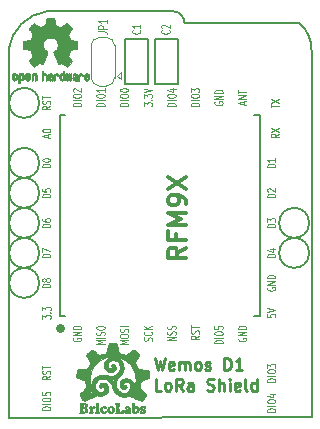
<source format=gbr>
%TF.GenerationSoftware,KiCad,Pcbnew,(5.0.0-3-g5ebb6b6)*%
%TF.CreationDate,2018-10-14T10:55:46+02:00*%
%TF.ProjectId,BricoLabs_ESP8266_LoRa_shield,427269636F4C6162735F455350383236,rev?*%
%TF.SameCoordinates,Original*%
%TF.FileFunction,Legend,Top*%
%TF.FilePolarity,Positive*%
%FSLAX46Y46*%
G04 Gerber Fmt 4.6, Leading zero omitted, Abs format (unit mm)*
G04 Created by KiCad (PCBNEW (5.0.0-3-g5ebb6b6)) date Sunday, 14 de October de 2018, 10:55:46*
%MOMM*%
%LPD*%
G01*
G04 APERTURE LIST*
%ADD10C,0.200000*%
%ADD11C,0.300000*%
%ADD12C,0.150000*%
%ADD13C,0.250000*%
%ADD14C,0.122500*%
%ADD15C,0.800000*%
%ADD16C,0.010000*%
%ADD17C,0.120000*%
G04 APERTURE END LIST*
D10*
X139410171Y-86203207D02*
X139410171Y-82393207D01*
X141315171Y-86203207D02*
X139410171Y-86203207D01*
X141315171Y-82393207D02*
X141315171Y-86203207D01*
X139410171Y-82393207D02*
X141315171Y-82393207D01*
X138775171Y-82393207D02*
X136870171Y-82393207D01*
X138775171Y-86203207D02*
X138775171Y-82393207D01*
X136870171Y-86203207D02*
X138775171Y-86203207D01*
X136870171Y-82393207D02*
X136870171Y-86203207D01*
D11*
X141976242Y-100064992D02*
X141261956Y-100564992D01*
X141976242Y-100922135D02*
X140476242Y-100922135D01*
X140476242Y-100350707D01*
X140547671Y-100207849D01*
X140619099Y-100136421D01*
X140761956Y-100064992D01*
X140976242Y-100064992D01*
X141119099Y-100136421D01*
X141190528Y-100207849D01*
X141261956Y-100350707D01*
X141261956Y-100922135D01*
X141190528Y-98922135D02*
X141190528Y-99422135D01*
X141976242Y-99422135D02*
X140476242Y-99422135D01*
X140476242Y-98707849D01*
X141976242Y-98136421D02*
X140476242Y-98136421D01*
X141547671Y-97636421D01*
X140476242Y-97136421D01*
X141976242Y-97136421D01*
X141976242Y-96350707D02*
X141976242Y-96064992D01*
X141904813Y-95922135D01*
X141833385Y-95850707D01*
X141619099Y-95707849D01*
X141333385Y-95636421D01*
X140761956Y-95636421D01*
X140619099Y-95707849D01*
X140547671Y-95779278D01*
X140476242Y-95922135D01*
X140476242Y-96207849D01*
X140547671Y-96350707D01*
X140619099Y-96422135D01*
X140761956Y-96493564D01*
X141119099Y-96493564D01*
X141261956Y-96422135D01*
X141333385Y-96350707D01*
X141404813Y-96207849D01*
X141404813Y-95922135D01*
X141333385Y-95779278D01*
X141261956Y-95707849D01*
X141119099Y-95636421D01*
X140476242Y-95136421D02*
X141976242Y-94136421D01*
X140476242Y-94136421D02*
X141976242Y-95136421D01*
D10*
X129567671Y-87820707D02*
G75*
G03X129567671Y-87820707I-1270000J0D01*
G01*
X152427671Y-100520707D02*
G75*
G03X152427671Y-100520707I-1270000J0D01*
G01*
X152427671Y-97980707D02*
G75*
G03X152427671Y-97980707I-1270000J0D01*
G01*
X129567671Y-92900707D02*
G75*
G03X129567671Y-92900707I-1270000J0D01*
G01*
X129567671Y-95440707D02*
G75*
G03X129567671Y-95440707I-1270000J0D01*
G01*
X129567671Y-97980707D02*
G75*
G03X129567671Y-97980707I-1270000J0D01*
G01*
X129567671Y-100520707D02*
G75*
G03X129567671Y-100520707I-1270000J0D01*
G01*
X129567671Y-103060707D02*
G75*
G03X129567671Y-103060707I-1270000J0D01*
G01*
D12*
X140878600Y-80062000D02*
G75*
G02X141878600Y-81062000I0J-1000000D01*
G01*
D13*
X139353028Y-109428087D02*
X139591123Y-110428087D01*
X139781599Y-109713802D01*
X139972075Y-110428087D01*
X140210171Y-109428087D01*
X140972075Y-110380468D02*
X140876837Y-110428087D01*
X140686361Y-110428087D01*
X140591123Y-110380468D01*
X140543504Y-110285230D01*
X140543504Y-109904278D01*
X140591123Y-109809040D01*
X140686361Y-109761421D01*
X140876837Y-109761421D01*
X140972075Y-109809040D01*
X141019694Y-109904278D01*
X141019694Y-109999516D01*
X140543504Y-110094754D01*
X141448266Y-110428087D02*
X141448266Y-109761421D01*
X141448266Y-109856659D02*
X141495885Y-109809040D01*
X141591123Y-109761421D01*
X141733980Y-109761421D01*
X141829218Y-109809040D01*
X141876837Y-109904278D01*
X141876837Y-110428087D01*
X141876837Y-109904278D02*
X141924456Y-109809040D01*
X142019694Y-109761421D01*
X142162551Y-109761421D01*
X142257790Y-109809040D01*
X142305409Y-109904278D01*
X142305409Y-110428087D01*
X142924456Y-110428087D02*
X142829218Y-110380468D01*
X142781599Y-110332849D01*
X142733980Y-110237611D01*
X142733980Y-109951897D01*
X142781599Y-109856659D01*
X142829218Y-109809040D01*
X142924456Y-109761421D01*
X143067313Y-109761421D01*
X143162551Y-109809040D01*
X143210171Y-109856659D01*
X143257790Y-109951897D01*
X143257790Y-110237611D01*
X143210171Y-110332849D01*
X143162551Y-110380468D01*
X143067313Y-110428087D01*
X142924456Y-110428087D01*
X143638742Y-110380468D02*
X143733980Y-110428087D01*
X143924456Y-110428087D01*
X144019694Y-110380468D01*
X144067313Y-110285230D01*
X144067313Y-110237611D01*
X144019694Y-110142373D01*
X143924456Y-110094754D01*
X143781599Y-110094754D01*
X143686361Y-110047135D01*
X143638742Y-109951897D01*
X143638742Y-109904278D01*
X143686361Y-109809040D01*
X143781599Y-109761421D01*
X143924456Y-109761421D01*
X144019694Y-109809040D01*
X145257790Y-110428087D02*
X145257790Y-109428087D01*
X145495885Y-109428087D01*
X145638742Y-109475707D01*
X145733980Y-109570945D01*
X145781599Y-109666183D01*
X145829218Y-109856659D01*
X145829218Y-109999516D01*
X145781599Y-110189992D01*
X145733980Y-110285230D01*
X145638742Y-110380468D01*
X145495885Y-110428087D01*
X145257790Y-110428087D01*
X146781599Y-110428087D02*
X146210171Y-110428087D01*
X146495885Y-110428087D02*
X146495885Y-109428087D01*
X146400647Y-109570945D01*
X146305409Y-109666183D01*
X146210171Y-109713802D01*
X139924456Y-112178087D02*
X139448266Y-112178087D01*
X139448266Y-111178087D01*
X140400647Y-112178087D02*
X140305409Y-112130468D01*
X140257790Y-112082849D01*
X140210171Y-111987611D01*
X140210171Y-111701897D01*
X140257790Y-111606659D01*
X140305409Y-111559040D01*
X140400647Y-111511421D01*
X140543504Y-111511421D01*
X140638742Y-111559040D01*
X140686361Y-111606659D01*
X140733980Y-111701897D01*
X140733980Y-111987611D01*
X140686361Y-112082849D01*
X140638742Y-112130468D01*
X140543504Y-112178087D01*
X140400647Y-112178087D01*
X141733980Y-112178087D02*
X141400647Y-111701897D01*
X141162551Y-112178087D02*
X141162551Y-111178087D01*
X141543504Y-111178087D01*
X141638742Y-111225707D01*
X141686361Y-111273326D01*
X141733980Y-111368564D01*
X141733980Y-111511421D01*
X141686361Y-111606659D01*
X141638742Y-111654278D01*
X141543504Y-111701897D01*
X141162551Y-111701897D01*
X142591123Y-112178087D02*
X142591123Y-111654278D01*
X142543504Y-111559040D01*
X142448266Y-111511421D01*
X142257790Y-111511421D01*
X142162551Y-111559040D01*
X142591123Y-112130468D02*
X142495885Y-112178087D01*
X142257790Y-112178087D01*
X142162551Y-112130468D01*
X142114932Y-112035230D01*
X142114932Y-111939992D01*
X142162551Y-111844754D01*
X142257790Y-111797135D01*
X142495885Y-111797135D01*
X142591123Y-111749516D01*
X143781599Y-112130468D02*
X143924456Y-112178087D01*
X144162551Y-112178087D01*
X144257790Y-112130468D01*
X144305409Y-112082849D01*
X144353028Y-111987611D01*
X144353028Y-111892373D01*
X144305409Y-111797135D01*
X144257790Y-111749516D01*
X144162551Y-111701897D01*
X143972075Y-111654278D01*
X143876837Y-111606659D01*
X143829218Y-111559040D01*
X143781599Y-111463802D01*
X143781599Y-111368564D01*
X143829218Y-111273326D01*
X143876837Y-111225707D01*
X143972075Y-111178087D01*
X144210171Y-111178087D01*
X144353028Y-111225707D01*
X144781599Y-112178087D02*
X144781599Y-111178087D01*
X145210171Y-112178087D02*
X145210171Y-111654278D01*
X145162551Y-111559040D01*
X145067313Y-111511421D01*
X144924456Y-111511421D01*
X144829218Y-111559040D01*
X144781599Y-111606659D01*
X145686361Y-112178087D02*
X145686361Y-111511421D01*
X145686361Y-111178087D02*
X145638742Y-111225707D01*
X145686361Y-111273326D01*
X145733980Y-111225707D01*
X145686361Y-111178087D01*
X145686361Y-111273326D01*
X146543504Y-112130468D02*
X146448266Y-112178087D01*
X146257790Y-112178087D01*
X146162551Y-112130468D01*
X146114932Y-112035230D01*
X146114932Y-111654278D01*
X146162551Y-111559040D01*
X146257790Y-111511421D01*
X146448266Y-111511421D01*
X146543504Y-111559040D01*
X146591123Y-111654278D01*
X146591123Y-111749516D01*
X146114932Y-111844754D01*
X147162551Y-112178087D02*
X147067313Y-112130468D01*
X147019694Y-112035230D01*
X147019694Y-111178087D01*
X147972075Y-112178087D02*
X147972075Y-111178087D01*
X147972075Y-112130468D02*
X147876837Y-112178087D01*
X147686361Y-112178087D01*
X147591123Y-112130468D01*
X147543504Y-112082849D01*
X147495885Y-111987611D01*
X147495885Y-111701897D01*
X147543504Y-111606659D01*
X147591123Y-111559040D01*
X147686361Y-111511421D01*
X147876837Y-111511421D01*
X147972075Y-111559040D01*
D14*
X149569337Y-111415707D02*
X148869337Y-111415707D01*
X148869337Y-111299040D01*
X148902671Y-111229040D01*
X148969337Y-111182373D01*
X149036004Y-111159040D01*
X149169337Y-111135707D01*
X149269337Y-111135707D01*
X149402671Y-111159040D01*
X149469337Y-111182373D01*
X149536004Y-111229040D01*
X149569337Y-111299040D01*
X149569337Y-111415707D01*
X149569337Y-110925707D02*
X148869337Y-110925707D01*
X148869337Y-110599040D02*
X148869337Y-110505707D01*
X148902671Y-110459040D01*
X148969337Y-110412373D01*
X149102671Y-110389040D01*
X149336004Y-110389040D01*
X149469337Y-110412373D01*
X149536004Y-110459040D01*
X149569337Y-110505707D01*
X149569337Y-110599040D01*
X149536004Y-110645707D01*
X149469337Y-110692373D01*
X149336004Y-110715707D01*
X149102671Y-110715707D01*
X148969337Y-110692373D01*
X148902671Y-110645707D01*
X148869337Y-110599040D01*
X148869337Y-110225707D02*
X148869337Y-109922373D01*
X149136004Y-110085707D01*
X149136004Y-110015707D01*
X149169337Y-109969040D01*
X149202671Y-109945707D01*
X149269337Y-109922373D01*
X149436004Y-109922373D01*
X149502671Y-109945707D01*
X149536004Y-109969040D01*
X149569337Y-110015707D01*
X149569337Y-110155707D01*
X149536004Y-110202373D01*
X149502671Y-110225707D01*
X149569337Y-113955707D02*
X148869337Y-113955707D01*
X148869337Y-113839040D01*
X148902671Y-113769040D01*
X148969337Y-113722373D01*
X149036004Y-113699040D01*
X149169337Y-113675707D01*
X149269337Y-113675707D01*
X149402671Y-113699040D01*
X149469337Y-113722373D01*
X149536004Y-113769040D01*
X149569337Y-113839040D01*
X149569337Y-113955707D01*
X149569337Y-113465707D02*
X148869337Y-113465707D01*
X148869337Y-113139040D02*
X148869337Y-113045707D01*
X148902671Y-112999040D01*
X148969337Y-112952373D01*
X149102671Y-112929040D01*
X149336004Y-112929040D01*
X149469337Y-112952373D01*
X149536004Y-112999040D01*
X149569337Y-113045707D01*
X149569337Y-113139040D01*
X149536004Y-113185707D01*
X149469337Y-113232373D01*
X149336004Y-113255707D01*
X149102671Y-113255707D01*
X148969337Y-113232373D01*
X148902671Y-113185707D01*
X148869337Y-113139040D01*
X149102671Y-112509040D02*
X149569337Y-112509040D01*
X148836004Y-112625707D02*
X149336004Y-112742373D01*
X149336004Y-112439040D01*
X130519337Y-110949040D02*
X130186004Y-111112373D01*
X130519337Y-111229040D02*
X129819337Y-111229040D01*
X129819337Y-111042373D01*
X129852671Y-110995707D01*
X129886004Y-110972373D01*
X129952671Y-110949040D01*
X130052671Y-110949040D01*
X130119337Y-110972373D01*
X130152671Y-110995707D01*
X130186004Y-111042373D01*
X130186004Y-111229040D01*
X130486004Y-110762373D02*
X130519337Y-110692373D01*
X130519337Y-110575707D01*
X130486004Y-110529040D01*
X130452671Y-110505707D01*
X130386004Y-110482373D01*
X130319337Y-110482373D01*
X130252671Y-110505707D01*
X130219337Y-110529040D01*
X130186004Y-110575707D01*
X130152671Y-110669040D01*
X130119337Y-110715707D01*
X130086004Y-110739040D01*
X130019337Y-110762373D01*
X129952671Y-110762373D01*
X129886004Y-110739040D01*
X129852671Y-110715707D01*
X129819337Y-110669040D01*
X129819337Y-110552373D01*
X129852671Y-110482373D01*
X129819337Y-110342373D02*
X129819337Y-110062373D01*
X130519337Y-110202373D02*
X129819337Y-110202373D01*
X130519337Y-113797000D02*
X129819337Y-113797000D01*
X129819337Y-113680333D01*
X129852671Y-113610333D01*
X129919337Y-113563666D01*
X129986004Y-113540333D01*
X130119337Y-113517000D01*
X130219337Y-113517000D01*
X130352671Y-113540333D01*
X130419337Y-113563666D01*
X130486004Y-113610333D01*
X130519337Y-113680333D01*
X130519337Y-113797000D01*
X130519337Y-113307000D02*
X129819337Y-113307000D01*
X129819337Y-112980333D02*
X129819337Y-112887000D01*
X129852671Y-112840333D01*
X129919337Y-112793666D01*
X130052671Y-112770333D01*
X130286004Y-112770333D01*
X130419337Y-112793666D01*
X130486004Y-112840333D01*
X130519337Y-112887000D01*
X130519337Y-112980333D01*
X130486004Y-113027000D01*
X130419337Y-113073666D01*
X130286004Y-113097000D01*
X130052671Y-113097000D01*
X129919337Y-113073666D01*
X129852671Y-113027000D01*
X129819337Y-112980333D01*
X129819337Y-112327000D02*
X129819337Y-112560333D01*
X130152671Y-112583666D01*
X130119337Y-112560333D01*
X130086004Y-112513666D01*
X130086004Y-112397000D01*
X130119337Y-112350333D01*
X130152671Y-112327000D01*
X130219337Y-112303666D01*
X130386004Y-112303666D01*
X130452671Y-112327000D01*
X130486004Y-112350333D01*
X130519337Y-112397000D01*
X130519337Y-112513666D01*
X130486004Y-112560333D01*
X130452671Y-112583666D01*
D12*
X151620379Y-81068606D02*
G75*
G02X152628600Y-83312000I-1991779J-2243394D01*
G01*
D14*
X148869337Y-105694040D02*
X148869337Y-105927373D01*
X149202671Y-105950707D01*
X149169337Y-105927373D01*
X149136004Y-105880707D01*
X149136004Y-105764040D01*
X149169337Y-105717373D01*
X149202671Y-105694040D01*
X149269337Y-105670707D01*
X149436004Y-105670707D01*
X149502671Y-105694040D01*
X149536004Y-105717373D01*
X149569337Y-105764040D01*
X149569337Y-105880707D01*
X149536004Y-105927373D01*
X149502671Y-105950707D01*
X148869337Y-105530707D02*
X149569337Y-105367373D01*
X148869337Y-105204040D01*
X148902671Y-103434040D02*
X148869337Y-103480707D01*
X148869337Y-103550707D01*
X148902671Y-103620707D01*
X148969337Y-103667373D01*
X149036004Y-103690707D01*
X149169337Y-103714040D01*
X149269337Y-103714040D01*
X149402671Y-103690707D01*
X149469337Y-103667373D01*
X149536004Y-103620707D01*
X149569337Y-103550707D01*
X149569337Y-103504040D01*
X149536004Y-103434040D01*
X149502671Y-103410707D01*
X149269337Y-103410707D01*
X149269337Y-103504040D01*
X149569337Y-103200707D02*
X148869337Y-103200707D01*
X149569337Y-102920707D01*
X148869337Y-102920707D01*
X149569337Y-102687373D02*
X148869337Y-102687373D01*
X148869337Y-102570707D01*
X148902671Y-102500707D01*
X148969337Y-102454040D01*
X149036004Y-102430707D01*
X149169337Y-102407373D01*
X149269337Y-102407373D01*
X149402671Y-102430707D01*
X149469337Y-102454040D01*
X149536004Y-102500707D01*
X149569337Y-102570707D01*
X149569337Y-102687373D01*
X149569337Y-100882373D02*
X148869337Y-100882373D01*
X148869337Y-100765707D01*
X148902671Y-100695707D01*
X148969337Y-100649040D01*
X149036004Y-100625707D01*
X149169337Y-100602373D01*
X149269337Y-100602373D01*
X149402671Y-100625707D01*
X149469337Y-100649040D01*
X149536004Y-100695707D01*
X149569337Y-100765707D01*
X149569337Y-100882373D01*
X149102671Y-100182373D02*
X149569337Y-100182373D01*
X148836004Y-100299040D02*
X149336004Y-100415707D01*
X149336004Y-100112373D01*
X149569337Y-98342373D02*
X148869337Y-98342373D01*
X148869337Y-98225707D01*
X148902671Y-98155707D01*
X148969337Y-98109040D01*
X149036004Y-98085707D01*
X149169337Y-98062373D01*
X149269337Y-98062373D01*
X149402671Y-98085707D01*
X149469337Y-98109040D01*
X149536004Y-98155707D01*
X149569337Y-98225707D01*
X149569337Y-98342373D01*
X148869337Y-97899040D02*
X148869337Y-97595707D01*
X149136004Y-97759040D01*
X149136004Y-97689040D01*
X149169337Y-97642373D01*
X149202671Y-97619040D01*
X149269337Y-97595707D01*
X149436004Y-97595707D01*
X149502671Y-97619040D01*
X149536004Y-97642373D01*
X149569337Y-97689040D01*
X149569337Y-97829040D01*
X149536004Y-97875707D01*
X149502671Y-97899040D01*
X149569337Y-95802373D02*
X148869337Y-95802373D01*
X148869337Y-95685707D01*
X148902671Y-95615707D01*
X148969337Y-95569040D01*
X149036004Y-95545707D01*
X149169337Y-95522373D01*
X149269337Y-95522373D01*
X149402671Y-95545707D01*
X149469337Y-95569040D01*
X149536004Y-95615707D01*
X149569337Y-95685707D01*
X149569337Y-95802373D01*
X148936004Y-95335707D02*
X148902671Y-95312373D01*
X148869337Y-95265707D01*
X148869337Y-95149040D01*
X148902671Y-95102373D01*
X148936004Y-95079040D01*
X149002671Y-95055707D01*
X149069337Y-95055707D01*
X149169337Y-95079040D01*
X149569337Y-95359040D01*
X149569337Y-95055707D01*
X149569337Y-93262373D02*
X148869337Y-93262373D01*
X148869337Y-93145707D01*
X148902671Y-93075707D01*
X148969337Y-93029040D01*
X149036004Y-93005707D01*
X149169337Y-92982373D01*
X149269337Y-92982373D01*
X149402671Y-93005707D01*
X149469337Y-93029040D01*
X149536004Y-93075707D01*
X149569337Y-93145707D01*
X149569337Y-93262373D01*
X149569337Y-92515707D02*
X149569337Y-92795707D01*
X149569337Y-92655707D02*
X148869337Y-92655707D01*
X148969337Y-92702373D01*
X149036004Y-92749040D01*
X149069337Y-92795707D01*
X149886837Y-90442373D02*
X149553504Y-90605707D01*
X149886837Y-90722373D02*
X149186837Y-90722373D01*
X149186837Y-90535707D01*
X149220171Y-90489040D01*
X149253504Y-90465707D01*
X149320171Y-90442373D01*
X149420171Y-90442373D01*
X149486837Y-90465707D01*
X149520171Y-90489040D01*
X149553504Y-90535707D01*
X149553504Y-90722373D01*
X149186837Y-90279040D02*
X149886837Y-89952373D01*
X149186837Y-89952373D02*
X149886837Y-90279040D01*
X149186837Y-88194040D02*
X149186837Y-87914040D01*
X149886837Y-88054040D02*
X149186837Y-88054040D01*
X149186837Y-87797373D02*
X149886837Y-87470707D01*
X149186837Y-87470707D02*
X149886837Y-87797373D01*
X130519337Y-88089040D02*
X130186004Y-88252373D01*
X130519337Y-88369040D02*
X129819337Y-88369040D01*
X129819337Y-88182373D01*
X129852671Y-88135707D01*
X129886004Y-88112373D01*
X129952671Y-88089040D01*
X130052671Y-88089040D01*
X130119337Y-88112373D01*
X130152671Y-88135707D01*
X130186004Y-88182373D01*
X130186004Y-88369040D01*
X130486004Y-87902373D02*
X130519337Y-87832373D01*
X130519337Y-87715707D01*
X130486004Y-87669040D01*
X130452671Y-87645707D01*
X130386004Y-87622373D01*
X130319337Y-87622373D01*
X130252671Y-87645707D01*
X130219337Y-87669040D01*
X130186004Y-87715707D01*
X130152671Y-87809040D01*
X130119337Y-87855707D01*
X130086004Y-87879040D01*
X130019337Y-87902373D01*
X129952671Y-87902373D01*
X129886004Y-87879040D01*
X129852671Y-87855707D01*
X129819337Y-87809040D01*
X129819337Y-87692373D01*
X129852671Y-87622373D01*
X129819337Y-87482373D02*
X129819337Y-87202373D01*
X130519337Y-87342373D02*
X129819337Y-87342373D01*
X130319337Y-90710707D02*
X130319337Y-90477373D01*
X130519337Y-90757373D02*
X129819337Y-90594040D01*
X130519337Y-90430707D01*
X129819337Y-90174040D02*
X129819337Y-90127373D01*
X129852671Y-90080707D01*
X129886004Y-90057373D01*
X129952671Y-90034040D01*
X130086004Y-90010707D01*
X130252671Y-90010707D01*
X130386004Y-90034040D01*
X130452671Y-90057373D01*
X130486004Y-90080707D01*
X130519337Y-90127373D01*
X130519337Y-90174040D01*
X130486004Y-90220707D01*
X130452671Y-90244040D01*
X130386004Y-90267373D01*
X130252671Y-90290707D01*
X130086004Y-90290707D01*
X129952671Y-90267373D01*
X129886004Y-90244040D01*
X129852671Y-90220707D01*
X129819337Y-90174040D01*
X130519337Y-93262373D02*
X129819337Y-93262373D01*
X129819337Y-93145707D01*
X129852671Y-93075707D01*
X129919337Y-93029040D01*
X129986004Y-93005707D01*
X130119337Y-92982373D01*
X130219337Y-92982373D01*
X130352671Y-93005707D01*
X130419337Y-93029040D01*
X130486004Y-93075707D01*
X130519337Y-93145707D01*
X130519337Y-93262373D01*
X129819337Y-92679040D02*
X129819337Y-92632373D01*
X129852671Y-92585707D01*
X129886004Y-92562373D01*
X129952671Y-92539040D01*
X130086004Y-92515707D01*
X130252671Y-92515707D01*
X130386004Y-92539040D01*
X130452671Y-92562373D01*
X130486004Y-92585707D01*
X130519337Y-92632373D01*
X130519337Y-92679040D01*
X130486004Y-92725707D01*
X130452671Y-92749040D01*
X130386004Y-92772373D01*
X130252671Y-92795707D01*
X130086004Y-92795707D01*
X129952671Y-92772373D01*
X129886004Y-92749040D01*
X129852671Y-92725707D01*
X129819337Y-92679040D01*
X130519337Y-95802373D02*
X129819337Y-95802373D01*
X129819337Y-95685707D01*
X129852671Y-95615707D01*
X129919337Y-95569040D01*
X129986004Y-95545707D01*
X130119337Y-95522373D01*
X130219337Y-95522373D01*
X130352671Y-95545707D01*
X130419337Y-95569040D01*
X130486004Y-95615707D01*
X130519337Y-95685707D01*
X130519337Y-95802373D01*
X129819337Y-95079040D02*
X129819337Y-95312373D01*
X130152671Y-95335707D01*
X130119337Y-95312373D01*
X130086004Y-95265707D01*
X130086004Y-95149040D01*
X130119337Y-95102373D01*
X130152671Y-95079040D01*
X130219337Y-95055707D01*
X130386004Y-95055707D01*
X130452671Y-95079040D01*
X130486004Y-95102373D01*
X130519337Y-95149040D01*
X130519337Y-95265707D01*
X130486004Y-95312373D01*
X130452671Y-95335707D01*
X130519337Y-98342373D02*
X129819337Y-98342373D01*
X129819337Y-98225707D01*
X129852671Y-98155707D01*
X129919337Y-98109040D01*
X129986004Y-98085707D01*
X130119337Y-98062373D01*
X130219337Y-98062373D01*
X130352671Y-98085707D01*
X130419337Y-98109040D01*
X130486004Y-98155707D01*
X130519337Y-98225707D01*
X130519337Y-98342373D01*
X129819337Y-97642373D02*
X129819337Y-97735707D01*
X129852671Y-97782373D01*
X129886004Y-97805707D01*
X129986004Y-97852373D01*
X130119337Y-97875707D01*
X130386004Y-97875707D01*
X130452671Y-97852373D01*
X130486004Y-97829040D01*
X130519337Y-97782373D01*
X130519337Y-97689040D01*
X130486004Y-97642373D01*
X130452671Y-97619040D01*
X130386004Y-97595707D01*
X130219337Y-97595707D01*
X130152671Y-97619040D01*
X130119337Y-97642373D01*
X130086004Y-97689040D01*
X130086004Y-97782373D01*
X130119337Y-97829040D01*
X130152671Y-97852373D01*
X130219337Y-97875707D01*
X130519337Y-100882373D02*
X129819337Y-100882373D01*
X129819337Y-100765707D01*
X129852671Y-100695707D01*
X129919337Y-100649040D01*
X129986004Y-100625707D01*
X130119337Y-100602373D01*
X130219337Y-100602373D01*
X130352671Y-100625707D01*
X130419337Y-100649040D01*
X130486004Y-100695707D01*
X130519337Y-100765707D01*
X130519337Y-100882373D01*
X129819337Y-100439040D02*
X129819337Y-100112373D01*
X130519337Y-100322373D01*
X130519337Y-103422373D02*
X129819337Y-103422373D01*
X129819337Y-103305707D01*
X129852671Y-103235707D01*
X129919337Y-103189040D01*
X129986004Y-103165707D01*
X130119337Y-103142373D01*
X130219337Y-103142373D01*
X130352671Y-103165707D01*
X130419337Y-103189040D01*
X130486004Y-103235707D01*
X130519337Y-103305707D01*
X130519337Y-103422373D01*
X130119337Y-102862373D02*
X130086004Y-102909040D01*
X130052671Y-102932373D01*
X129986004Y-102955707D01*
X129952671Y-102955707D01*
X129886004Y-102932373D01*
X129852671Y-102909040D01*
X129819337Y-102862373D01*
X129819337Y-102769040D01*
X129852671Y-102722373D01*
X129886004Y-102699040D01*
X129952671Y-102675707D01*
X129986004Y-102675707D01*
X130052671Y-102699040D01*
X130086004Y-102722373D01*
X130119337Y-102769040D01*
X130119337Y-102862373D01*
X130152671Y-102909040D01*
X130186004Y-102932373D01*
X130252671Y-102955707D01*
X130386004Y-102955707D01*
X130452671Y-102932373D01*
X130486004Y-102909040D01*
X130519337Y-102862373D01*
X130519337Y-102769040D01*
X130486004Y-102722373D01*
X130452671Y-102699040D01*
X130386004Y-102675707D01*
X130252671Y-102675707D01*
X130186004Y-102699040D01*
X130152671Y-102722373D01*
X130119337Y-102769040D01*
X129831837Y-106091540D02*
X129831837Y-105788207D01*
X130098504Y-105951540D01*
X130098504Y-105881540D01*
X130131837Y-105834873D01*
X130165171Y-105811540D01*
X130231837Y-105788207D01*
X130398504Y-105788207D01*
X130465171Y-105811540D01*
X130498504Y-105834873D01*
X130531837Y-105881540D01*
X130531837Y-106021540D01*
X130498504Y-106068207D01*
X130465171Y-106091540D01*
X130465171Y-105578207D02*
X130498504Y-105554873D01*
X130531837Y-105578207D01*
X130498504Y-105601540D01*
X130465171Y-105578207D01*
X130531837Y-105578207D01*
X129831837Y-105391540D02*
X129831837Y-105088207D01*
X130098504Y-105251540D01*
X130098504Y-105181540D01*
X130131837Y-105134873D01*
X130165171Y-105111540D01*
X130231837Y-105088207D01*
X130398504Y-105088207D01*
X130465171Y-105111540D01*
X130498504Y-105134873D01*
X130531837Y-105181540D01*
X130531837Y-105321540D01*
X130498504Y-105368207D01*
X130465171Y-105391540D01*
D15*
X131297671Y-106850707D02*
X131297671Y-106850707D01*
D12*
X131297671Y-105850707D02*
X131797671Y-105850707D01*
X148297671Y-105850707D02*
X147797671Y-105850707D01*
X148297671Y-88850707D02*
X147797671Y-88850707D01*
X131297671Y-88850707D02*
X131797671Y-88850707D01*
X131297671Y-105850707D02*
X131297671Y-88850707D01*
X148297671Y-105850707D02*
X148297671Y-88850707D01*
D14*
X146447671Y-107724040D02*
X146414337Y-107770707D01*
X146414337Y-107840707D01*
X146447671Y-107910707D01*
X146514337Y-107957373D01*
X146581004Y-107980707D01*
X146714337Y-108004040D01*
X146814337Y-108004040D01*
X146947671Y-107980707D01*
X147014337Y-107957373D01*
X147081004Y-107910707D01*
X147114337Y-107840707D01*
X147114337Y-107794040D01*
X147081004Y-107724040D01*
X147047671Y-107700707D01*
X146814337Y-107700707D01*
X146814337Y-107794040D01*
X147114337Y-107490707D02*
X146414337Y-107490707D01*
X147114337Y-107210707D01*
X146414337Y-107210707D01*
X147114337Y-106977373D02*
X146414337Y-106977373D01*
X146414337Y-106860707D01*
X146447671Y-106790707D01*
X146514337Y-106744040D01*
X146581004Y-106720707D01*
X146714337Y-106697373D01*
X146814337Y-106697373D01*
X146947671Y-106720707D01*
X147014337Y-106744040D01*
X147081004Y-106790707D01*
X147114337Y-106860707D01*
X147114337Y-106977373D01*
X145114337Y-108190707D02*
X144414337Y-108190707D01*
X144414337Y-108074040D01*
X144447671Y-108004040D01*
X144514337Y-107957373D01*
X144581004Y-107934040D01*
X144714337Y-107910707D01*
X144814337Y-107910707D01*
X144947671Y-107934040D01*
X145014337Y-107957373D01*
X145081004Y-108004040D01*
X145114337Y-108074040D01*
X145114337Y-108190707D01*
X145114337Y-107700707D02*
X144414337Y-107700707D01*
X144414337Y-107374040D02*
X144414337Y-107280707D01*
X144447671Y-107234040D01*
X144514337Y-107187373D01*
X144647671Y-107164040D01*
X144881004Y-107164040D01*
X145014337Y-107187373D01*
X145081004Y-107234040D01*
X145114337Y-107280707D01*
X145114337Y-107374040D01*
X145081004Y-107420707D01*
X145014337Y-107467373D01*
X144881004Y-107490707D01*
X144647671Y-107490707D01*
X144514337Y-107467373D01*
X144447671Y-107420707D01*
X144414337Y-107374040D01*
X144414337Y-106720707D02*
X144414337Y-106954040D01*
X144747671Y-106977373D01*
X144714337Y-106954040D01*
X144681004Y-106907373D01*
X144681004Y-106790707D01*
X144714337Y-106744040D01*
X144747671Y-106720707D01*
X144814337Y-106697373D01*
X144981004Y-106697373D01*
X145047671Y-106720707D01*
X145081004Y-106744040D01*
X145114337Y-106790707D01*
X145114337Y-106907373D01*
X145081004Y-106954040D01*
X145047671Y-106977373D01*
X143114337Y-107537373D02*
X142781004Y-107700706D01*
X143114337Y-107817373D02*
X142414337Y-107817373D01*
X142414337Y-107630706D01*
X142447671Y-107584040D01*
X142481004Y-107560706D01*
X142547671Y-107537373D01*
X142647671Y-107537373D01*
X142714337Y-107560706D01*
X142747671Y-107584040D01*
X142781004Y-107630706D01*
X142781004Y-107817373D01*
X143081004Y-107350706D02*
X143114337Y-107280706D01*
X143114337Y-107164040D01*
X143081004Y-107117373D01*
X143047671Y-107094040D01*
X142981004Y-107070706D01*
X142914337Y-107070706D01*
X142847671Y-107094040D01*
X142814337Y-107117373D01*
X142781004Y-107164040D01*
X142747671Y-107257373D01*
X142714337Y-107304040D01*
X142681004Y-107327373D01*
X142614337Y-107350706D01*
X142547671Y-107350706D01*
X142481004Y-107327373D01*
X142447671Y-107304040D01*
X142414337Y-107257373D01*
X142414337Y-107140706D01*
X142447671Y-107070706D01*
X142414337Y-106930706D02*
X142414337Y-106650706D01*
X143114337Y-106790706D02*
X142414337Y-106790706D01*
X141114337Y-107934040D02*
X140414337Y-107934040D01*
X141114337Y-107654040D01*
X140414337Y-107654040D01*
X141081004Y-107444040D02*
X141114337Y-107374040D01*
X141114337Y-107257374D01*
X141081004Y-107210707D01*
X141047671Y-107187374D01*
X140981004Y-107164040D01*
X140914337Y-107164040D01*
X140847671Y-107187374D01*
X140814337Y-107210707D01*
X140781004Y-107257374D01*
X140747671Y-107350707D01*
X140714337Y-107397374D01*
X140681004Y-107420707D01*
X140614337Y-107444040D01*
X140547671Y-107444040D01*
X140481004Y-107420707D01*
X140447671Y-107397374D01*
X140414337Y-107350707D01*
X140414337Y-107234040D01*
X140447671Y-107164040D01*
X141081004Y-106977374D02*
X141114337Y-106907374D01*
X141114337Y-106790707D01*
X141081004Y-106744040D01*
X141047671Y-106720707D01*
X140981004Y-106697374D01*
X140914337Y-106697374D01*
X140847671Y-106720707D01*
X140814337Y-106744040D01*
X140781004Y-106790707D01*
X140747671Y-106884040D01*
X140714337Y-106930707D01*
X140681004Y-106954040D01*
X140614337Y-106977374D01*
X140547671Y-106977374D01*
X140481004Y-106954040D01*
X140447671Y-106930707D01*
X140414337Y-106884040D01*
X140414337Y-106767374D01*
X140447671Y-106697374D01*
X139081004Y-107957374D02*
X139114337Y-107887374D01*
X139114337Y-107770707D01*
X139081004Y-107724040D01*
X139047671Y-107700707D01*
X138981004Y-107677374D01*
X138914337Y-107677374D01*
X138847671Y-107700707D01*
X138814337Y-107724040D01*
X138781004Y-107770707D01*
X138747671Y-107864040D01*
X138714337Y-107910707D01*
X138681004Y-107934040D01*
X138614337Y-107957374D01*
X138547671Y-107957374D01*
X138481004Y-107934040D01*
X138447671Y-107910707D01*
X138414337Y-107864040D01*
X138414337Y-107747374D01*
X138447671Y-107677374D01*
X139047671Y-107187374D02*
X139081004Y-107210707D01*
X139114337Y-107280707D01*
X139114337Y-107327374D01*
X139081004Y-107397374D01*
X139014337Y-107444040D01*
X138947671Y-107467374D01*
X138814337Y-107490707D01*
X138714337Y-107490707D01*
X138581004Y-107467374D01*
X138514337Y-107444040D01*
X138447671Y-107397374D01*
X138414337Y-107327374D01*
X138414337Y-107280707D01*
X138447671Y-107210707D01*
X138481004Y-107187374D01*
X139114337Y-106977374D02*
X138414337Y-106977374D01*
X139114337Y-106697374D02*
X138714337Y-106907374D01*
X138414337Y-106697374D02*
X138814337Y-106977374D01*
X137114337Y-108260707D02*
X136414337Y-108260707D01*
X136914337Y-108097373D01*
X136414337Y-107934040D01*
X137114337Y-107934040D01*
X136414337Y-107607373D02*
X136414337Y-107514040D01*
X136447671Y-107467373D01*
X136514337Y-107420707D01*
X136647671Y-107397373D01*
X136881004Y-107397373D01*
X137014337Y-107420707D01*
X137081004Y-107467373D01*
X137114337Y-107514040D01*
X137114337Y-107607373D01*
X137081004Y-107654040D01*
X137014337Y-107700707D01*
X136881004Y-107724040D01*
X136647671Y-107724040D01*
X136514337Y-107700707D01*
X136447671Y-107654040D01*
X136414337Y-107607373D01*
X137081004Y-107210707D02*
X137114337Y-107140707D01*
X137114337Y-107024040D01*
X137081004Y-106977373D01*
X137047671Y-106954040D01*
X136981004Y-106930707D01*
X136914337Y-106930707D01*
X136847671Y-106954040D01*
X136814337Y-106977373D01*
X136781004Y-107024040D01*
X136747671Y-107117373D01*
X136714337Y-107164040D01*
X136681004Y-107187373D01*
X136614337Y-107210707D01*
X136547671Y-107210707D01*
X136481004Y-107187373D01*
X136447671Y-107164040D01*
X136414337Y-107117373D01*
X136414337Y-107000707D01*
X136447671Y-106930707D01*
X137114337Y-106720707D02*
X136414337Y-106720707D01*
X135114337Y-108260707D02*
X134414337Y-108260707D01*
X134914337Y-108097373D01*
X134414337Y-107934040D01*
X135114337Y-107934040D01*
X135114337Y-107700707D02*
X134414337Y-107700707D01*
X135081004Y-107490707D02*
X135114337Y-107420707D01*
X135114337Y-107304040D01*
X135081004Y-107257373D01*
X135047671Y-107234040D01*
X134981004Y-107210707D01*
X134914337Y-107210707D01*
X134847671Y-107234040D01*
X134814337Y-107257373D01*
X134781004Y-107304040D01*
X134747671Y-107397373D01*
X134714337Y-107444040D01*
X134681004Y-107467373D01*
X134614337Y-107490707D01*
X134547671Y-107490707D01*
X134481004Y-107467373D01*
X134447671Y-107444040D01*
X134414337Y-107397373D01*
X134414337Y-107280707D01*
X134447671Y-107210707D01*
X134414337Y-106907373D02*
X134414337Y-106814040D01*
X134447671Y-106767373D01*
X134514337Y-106720707D01*
X134647671Y-106697373D01*
X134881004Y-106697373D01*
X135014337Y-106720707D01*
X135081004Y-106767373D01*
X135114337Y-106814040D01*
X135114337Y-106907373D01*
X135081004Y-106954040D01*
X135014337Y-107000707D01*
X134881004Y-107024040D01*
X134647671Y-107024040D01*
X134514337Y-107000707D01*
X134447671Y-106954040D01*
X134414337Y-106907373D01*
X133114337Y-88085707D02*
X132414337Y-88085707D01*
X132414337Y-87969040D01*
X132447671Y-87899040D01*
X132514337Y-87852373D01*
X132581004Y-87829040D01*
X132714337Y-87805707D01*
X132814337Y-87805707D01*
X132947671Y-87829040D01*
X133014337Y-87852373D01*
X133081004Y-87899040D01*
X133114337Y-87969040D01*
X133114337Y-88085707D01*
X133114337Y-87595707D02*
X132414337Y-87595707D01*
X132414337Y-87269040D02*
X132414337Y-87175707D01*
X132447671Y-87129040D01*
X132514337Y-87082373D01*
X132647671Y-87059040D01*
X132881004Y-87059040D01*
X133014337Y-87082373D01*
X133081004Y-87129040D01*
X133114337Y-87175707D01*
X133114337Y-87269040D01*
X133081004Y-87315707D01*
X133014337Y-87362373D01*
X132881004Y-87385707D01*
X132647671Y-87385707D01*
X132514337Y-87362373D01*
X132447671Y-87315707D01*
X132414337Y-87269040D01*
X132481004Y-86872373D02*
X132447671Y-86849040D01*
X132414337Y-86802373D01*
X132414337Y-86685707D01*
X132447671Y-86639040D01*
X132481004Y-86615707D01*
X132547671Y-86592373D01*
X132614337Y-86592373D01*
X132714337Y-86615707D01*
X133114337Y-86895707D01*
X133114337Y-86592373D01*
X146914337Y-87910707D02*
X146914337Y-87677373D01*
X147114337Y-87957373D02*
X146414337Y-87794040D01*
X147114337Y-87630707D01*
X147114337Y-87467373D02*
X146414337Y-87467373D01*
X147114337Y-87187373D01*
X146414337Y-87187373D01*
X146414337Y-87024040D02*
X146414337Y-86744040D01*
X147114337Y-86884040D02*
X146414337Y-86884040D01*
X144447671Y-87724040D02*
X144414337Y-87770707D01*
X144414337Y-87840707D01*
X144447671Y-87910707D01*
X144514337Y-87957373D01*
X144581004Y-87980707D01*
X144714337Y-88004040D01*
X144814337Y-88004040D01*
X144947671Y-87980707D01*
X145014337Y-87957373D01*
X145081004Y-87910707D01*
X145114337Y-87840707D01*
X145114337Y-87794040D01*
X145081004Y-87724040D01*
X145047671Y-87700707D01*
X144814337Y-87700707D01*
X144814337Y-87794040D01*
X145114337Y-87490707D02*
X144414337Y-87490707D01*
X145114337Y-87210707D01*
X144414337Y-87210707D01*
X145114337Y-86977373D02*
X144414337Y-86977373D01*
X144414337Y-86860707D01*
X144447671Y-86790707D01*
X144514337Y-86744040D01*
X144581004Y-86720707D01*
X144714337Y-86697373D01*
X144814337Y-86697373D01*
X144947671Y-86720707D01*
X145014337Y-86744040D01*
X145081004Y-86790707D01*
X145114337Y-86860707D01*
X145114337Y-86977373D01*
X143114337Y-88085707D02*
X142414337Y-88085707D01*
X142414337Y-87969040D01*
X142447671Y-87899040D01*
X142514337Y-87852373D01*
X142581004Y-87829040D01*
X142714337Y-87805707D01*
X142814337Y-87805707D01*
X142947671Y-87829040D01*
X143014337Y-87852373D01*
X143081004Y-87899040D01*
X143114337Y-87969040D01*
X143114337Y-88085707D01*
X143114337Y-87595707D02*
X142414337Y-87595707D01*
X142414337Y-87269040D02*
X142414337Y-87175707D01*
X142447671Y-87129040D01*
X142514337Y-87082373D01*
X142647671Y-87059040D01*
X142881004Y-87059040D01*
X143014337Y-87082373D01*
X143081004Y-87129040D01*
X143114337Y-87175707D01*
X143114337Y-87269040D01*
X143081004Y-87315707D01*
X143014337Y-87362373D01*
X142881004Y-87385707D01*
X142647671Y-87385707D01*
X142514337Y-87362373D01*
X142447671Y-87315707D01*
X142414337Y-87269040D01*
X142414337Y-86895707D02*
X142414337Y-86592373D01*
X142681004Y-86755707D01*
X142681004Y-86685707D01*
X142714337Y-86639040D01*
X142747671Y-86615707D01*
X142814337Y-86592373D01*
X142981004Y-86592373D01*
X143047671Y-86615707D01*
X143081004Y-86639040D01*
X143114337Y-86685707D01*
X143114337Y-86825707D01*
X143081004Y-86872373D01*
X143047671Y-86895707D01*
X141114337Y-88085707D02*
X140414337Y-88085707D01*
X140414337Y-87969040D01*
X140447671Y-87899040D01*
X140514337Y-87852373D01*
X140581004Y-87829040D01*
X140714337Y-87805707D01*
X140814337Y-87805707D01*
X140947671Y-87829040D01*
X141014337Y-87852373D01*
X141081004Y-87899040D01*
X141114337Y-87969040D01*
X141114337Y-88085707D01*
X141114337Y-87595707D02*
X140414337Y-87595707D01*
X140414337Y-87269040D02*
X140414337Y-87175707D01*
X140447671Y-87129040D01*
X140514337Y-87082373D01*
X140647671Y-87059040D01*
X140881004Y-87059040D01*
X141014337Y-87082373D01*
X141081004Y-87129040D01*
X141114337Y-87175707D01*
X141114337Y-87269040D01*
X141081004Y-87315707D01*
X141014337Y-87362373D01*
X140881004Y-87385707D01*
X140647671Y-87385707D01*
X140514337Y-87362373D01*
X140447671Y-87315707D01*
X140414337Y-87269040D01*
X140647671Y-86639040D02*
X141114337Y-86639040D01*
X140381004Y-86755707D02*
X140881004Y-86872373D01*
X140881004Y-86569040D01*
X138414337Y-88074040D02*
X138414337Y-87770707D01*
X138681004Y-87934040D01*
X138681004Y-87864040D01*
X138714337Y-87817373D01*
X138747671Y-87794040D01*
X138814337Y-87770707D01*
X138981004Y-87770707D01*
X139047671Y-87794040D01*
X139081004Y-87817373D01*
X139114337Y-87864040D01*
X139114337Y-88004040D01*
X139081004Y-88050707D01*
X139047671Y-88074040D01*
X139047671Y-87560707D02*
X139081004Y-87537373D01*
X139114337Y-87560707D01*
X139081004Y-87584040D01*
X139047671Y-87560707D01*
X139114337Y-87560707D01*
X138414337Y-87374040D02*
X138414337Y-87070707D01*
X138681004Y-87234040D01*
X138681004Y-87164040D01*
X138714337Y-87117373D01*
X138747671Y-87094040D01*
X138814337Y-87070707D01*
X138981004Y-87070707D01*
X139047671Y-87094040D01*
X139081004Y-87117373D01*
X139114337Y-87164040D01*
X139114337Y-87304040D01*
X139081004Y-87350707D01*
X139047671Y-87374040D01*
X138414337Y-86930707D02*
X139114337Y-86767373D01*
X138414337Y-86604040D01*
X137114337Y-88085707D02*
X136414337Y-88085707D01*
X136414337Y-87969040D01*
X136447671Y-87899040D01*
X136514337Y-87852373D01*
X136581004Y-87829040D01*
X136714337Y-87805707D01*
X136814337Y-87805707D01*
X136947671Y-87829040D01*
X137014337Y-87852373D01*
X137081004Y-87899040D01*
X137114337Y-87969040D01*
X137114337Y-88085707D01*
X137114337Y-87595707D02*
X136414337Y-87595707D01*
X136414337Y-87269040D02*
X136414337Y-87175707D01*
X136447671Y-87129040D01*
X136514337Y-87082373D01*
X136647671Y-87059040D01*
X136881004Y-87059040D01*
X137014337Y-87082373D01*
X137081004Y-87129040D01*
X137114337Y-87175707D01*
X137114337Y-87269040D01*
X137081004Y-87315707D01*
X137014337Y-87362373D01*
X136881004Y-87385707D01*
X136647671Y-87385707D01*
X136514337Y-87362373D01*
X136447671Y-87315707D01*
X136414337Y-87269040D01*
X136414337Y-86755707D02*
X136414337Y-86709040D01*
X136447671Y-86662373D01*
X136481004Y-86639040D01*
X136547671Y-86615707D01*
X136681004Y-86592373D01*
X136847671Y-86592373D01*
X136981004Y-86615707D01*
X137047671Y-86639040D01*
X137081004Y-86662373D01*
X137114337Y-86709040D01*
X137114337Y-86755707D01*
X137081004Y-86802373D01*
X137047671Y-86825707D01*
X136981004Y-86849040D01*
X136847671Y-86872373D01*
X136681004Y-86872373D01*
X136547671Y-86849040D01*
X136481004Y-86825707D01*
X136447671Y-86802373D01*
X136414337Y-86755707D01*
X135114337Y-88085707D02*
X134414337Y-88085707D01*
X134414337Y-87969040D01*
X134447671Y-87899040D01*
X134514337Y-87852373D01*
X134581004Y-87829040D01*
X134714337Y-87805707D01*
X134814337Y-87805707D01*
X134947671Y-87829040D01*
X135014337Y-87852373D01*
X135081004Y-87899040D01*
X135114337Y-87969040D01*
X135114337Y-88085707D01*
X135114337Y-87595707D02*
X134414337Y-87595707D01*
X134414337Y-87269040D02*
X134414337Y-87175707D01*
X134447671Y-87129040D01*
X134514337Y-87082373D01*
X134647671Y-87059040D01*
X134881004Y-87059040D01*
X135014337Y-87082373D01*
X135081004Y-87129040D01*
X135114337Y-87175707D01*
X135114337Y-87269040D01*
X135081004Y-87315707D01*
X135014337Y-87362373D01*
X134881004Y-87385707D01*
X134647671Y-87385707D01*
X134514337Y-87362373D01*
X134447671Y-87315707D01*
X134414337Y-87269040D01*
X135114337Y-86592373D02*
X135114337Y-86872373D01*
X135114337Y-86732373D02*
X134414337Y-86732373D01*
X134514337Y-86779040D01*
X134581004Y-86825707D01*
X134614337Y-86872373D01*
X132447671Y-107724040D02*
X132414337Y-107770707D01*
X132414337Y-107840707D01*
X132447671Y-107910707D01*
X132514337Y-107957373D01*
X132581004Y-107980707D01*
X132714337Y-108004040D01*
X132814337Y-108004040D01*
X132947671Y-107980707D01*
X133014337Y-107957373D01*
X133081004Y-107910707D01*
X133114337Y-107840707D01*
X133114337Y-107794040D01*
X133081004Y-107724040D01*
X133047671Y-107700707D01*
X132814337Y-107700707D01*
X132814337Y-107794040D01*
X133114337Y-107490707D02*
X132414337Y-107490707D01*
X133114337Y-107210707D01*
X132414337Y-107210707D01*
X133114337Y-106977373D02*
X132414337Y-106977373D01*
X132414337Y-106860707D01*
X132447671Y-106790707D01*
X132514337Y-106744040D01*
X132581004Y-106720707D01*
X132714337Y-106697373D01*
X132814337Y-106697373D01*
X132947671Y-106720707D01*
X133014337Y-106744040D01*
X133081004Y-106790707D01*
X133114337Y-106860707D01*
X133114337Y-106977373D01*
D12*
X140878600Y-80062000D02*
X130225800Y-80060800D01*
X152628600Y-114452400D02*
X152628600Y-83312000D01*
X126976364Y-83308794D02*
G75*
G02X130225800Y-80060800I3779835J-532077D01*
G01*
X151628600Y-81062000D02*
X141878600Y-81062000D01*
X127027671Y-114490707D02*
X126974600Y-83312000D01*
X127027671Y-114490707D02*
X152628600Y-114452400D01*
D16*
G36*
X130624081Y-80618055D02*
X130702625Y-80618485D01*
X130759469Y-80619649D01*
X130798276Y-80621914D01*
X130822709Y-80625647D01*
X130836433Y-80631213D01*
X130843111Y-80638980D01*
X130846407Y-80649312D01*
X130846727Y-80650650D01*
X130851733Y-80674786D01*
X130861000Y-80722408D01*
X130873563Y-80788448D01*
X130888458Y-80867835D01*
X130904722Y-80955503D01*
X130905290Y-80958582D01*
X130921581Y-81044496D01*
X130936823Y-81120403D01*
X130950032Y-81181752D01*
X130960225Y-81223989D01*
X130966419Y-81242562D01*
X130966714Y-81242891D01*
X130984959Y-81251960D01*
X131022576Y-81267074D01*
X131071442Y-81284969D01*
X131071714Y-81285065D01*
X131133264Y-81308200D01*
X131205828Y-81337672D01*
X131274228Y-81367304D01*
X131277465Y-81368769D01*
X131388873Y-81419333D01*
X131635570Y-81250867D01*
X131711248Y-81199510D01*
X131779802Y-81153596D01*
X131837259Y-81115737D01*
X131879647Y-81088544D01*
X131902996Y-81074628D01*
X131905213Y-81073596D01*
X131922181Y-81078191D01*
X131953872Y-81100362D01*
X132001523Y-81141154D01*
X132066369Y-81201612D01*
X132132568Y-81265934D01*
X132196385Y-81329319D01*
X132253500Y-81387158D01*
X132300476Y-81435882D01*
X132333874Y-81471917D01*
X132350256Y-81491691D01*
X132350865Y-81492709D01*
X132352676Y-81506279D01*
X132345854Y-81528440D01*
X132328711Y-81562185D01*
X132299564Y-81610507D01*
X132256726Y-81676399D01*
X132199619Y-81761224D01*
X132148937Y-81835884D01*
X132103632Y-81902847D01*
X132066321Y-81958223D01*
X132039623Y-81998127D01*
X132026156Y-82018669D01*
X132025308Y-82020063D01*
X132026952Y-82039745D01*
X132039416Y-82078000D01*
X132060219Y-82127596D01*
X132067633Y-82143435D01*
X132099985Y-82213997D01*
X132134499Y-82294060D01*
X132162536Y-82363336D01*
X132182739Y-82414752D01*
X132198786Y-82453826D01*
X132208059Y-82474248D01*
X132209212Y-82475821D01*
X132226267Y-82478428D01*
X132266469Y-82485570D01*
X132324473Y-82496230D01*
X132394934Y-82509392D01*
X132472506Y-82524040D01*
X132551843Y-82539156D01*
X132627602Y-82553725D01*
X132694435Y-82566729D01*
X132746999Y-82577152D01*
X132779947Y-82583977D01*
X132788028Y-82585906D01*
X132796376Y-82590669D01*
X132802677Y-82601425D01*
X132807216Y-82621805D01*
X132810275Y-82655441D01*
X132812138Y-82705962D01*
X132813089Y-82776999D01*
X132813411Y-82872183D01*
X132813428Y-82911199D01*
X132813428Y-83228506D01*
X132737228Y-83243546D01*
X132694834Y-83251702D01*
X132631571Y-83263606D01*
X132555133Y-83277823D01*
X132473214Y-83292917D01*
X132450571Y-83297062D01*
X132374977Y-83311760D01*
X132309124Y-83326212D01*
X132258537Y-83339082D01*
X132228745Y-83349029D01*
X132223783Y-83351994D01*
X132211597Y-83372990D01*
X132194124Y-83413674D01*
X132174748Y-83466029D01*
X132170905Y-83477307D01*
X132145510Y-83547230D01*
X132113988Y-83626125D01*
X132083140Y-83696973D01*
X132082988Y-83697302D01*
X132031618Y-83808440D01*
X132200570Y-84056960D01*
X132369523Y-84305479D01*
X132152600Y-84522765D01*
X132086990Y-84587433D01*
X132027150Y-84644440D01*
X131976438Y-84690740D01*
X131938217Y-84723291D01*
X131915846Y-84739050D01*
X131912637Y-84740050D01*
X131893797Y-84732176D01*
X131855351Y-84710285D01*
X131801501Y-84676974D01*
X131736447Y-84634838D01*
X131666111Y-84587650D01*
X131594726Y-84539517D01*
X131531079Y-84497635D01*
X131479212Y-84464578D01*
X131443166Y-84442925D01*
X131427038Y-84435250D01*
X131407360Y-84441744D01*
X131370046Y-84458857D01*
X131322792Y-84483033D01*
X131317783Y-84485720D01*
X131254148Y-84517634D01*
X131210512Y-84533286D01*
X131183373Y-84533452D01*
X131169228Y-84518911D01*
X131169146Y-84518707D01*
X131162076Y-84501486D01*
X131145213Y-84460606D01*
X131119866Y-84399232D01*
X131087342Y-84320526D01*
X131048949Y-84227654D01*
X131005993Y-84123779D01*
X130964393Y-84023209D01*
X130918675Y-83912223D01*
X130876697Y-83809410D01*
X130839719Y-83717922D01*
X130808998Y-83640908D01*
X130785793Y-83581522D01*
X130771361Y-83542916D01*
X130766914Y-83528507D01*
X130778067Y-83511979D01*
X130807240Y-83485637D01*
X130846142Y-83456594D01*
X130956928Y-83364746D01*
X131043522Y-83259466D01*
X131104887Y-83142973D01*
X131139986Y-83017483D01*
X131147779Y-82885214D01*
X131142114Y-82824164D01*
X131111249Y-82697502D01*
X131058091Y-82585648D01*
X130985938Y-82489708D01*
X130898088Y-82410783D01*
X130797836Y-82349977D01*
X130688481Y-82308394D01*
X130573318Y-82287135D01*
X130455646Y-82287306D01*
X130338761Y-82310008D01*
X130225960Y-82356345D01*
X130120540Y-82427420D01*
X130076539Y-82467618D01*
X129992150Y-82570836D01*
X129933393Y-82683632D01*
X129899875Y-82802717D01*
X129891206Y-82924802D01*
X129906994Y-83046600D01*
X129946849Y-83164823D01*
X130010378Y-83276182D01*
X130097192Y-83377391D01*
X130194200Y-83456594D01*
X130234608Y-83486869D01*
X130263153Y-83512926D01*
X130273428Y-83528532D01*
X130268048Y-83545550D01*
X130252746Y-83586207D01*
X130228783Y-83647349D01*
X130197415Y-83725826D01*
X130159903Y-83818487D01*
X130117504Y-83922179D01*
X130075834Y-84023233D01*
X130029861Y-84134314D01*
X129987278Y-84237248D01*
X129949392Y-84328872D01*
X129917511Y-84406023D01*
X129892942Y-84465538D01*
X129876991Y-84504251D01*
X129871081Y-84518707D01*
X129857119Y-84533392D01*
X129830111Y-84533349D01*
X129786584Y-84517806D01*
X129723061Y-84485991D01*
X129722559Y-84485720D01*
X129674731Y-84461030D01*
X129636068Y-84443045D01*
X129614266Y-84435321D01*
X129613304Y-84435250D01*
X129596892Y-84443085D01*
X129560658Y-84464872D01*
X129508645Y-84498035D01*
X129444896Y-84539998D01*
X129374231Y-84587650D01*
X129302287Y-84635898D01*
X129237445Y-84677858D01*
X129183906Y-84710934D01*
X129145868Y-84732528D01*
X129127704Y-84740050D01*
X129110979Y-84730164D01*
X129077351Y-84702533D01*
X129030181Y-84660202D01*
X128972829Y-84606212D01*
X128908655Y-84543606D01*
X128887668Y-84522690D01*
X128670670Y-84305330D01*
X128835839Y-84062927D01*
X128886035Y-83988488D01*
X128930090Y-83921679D01*
X128965533Y-83866372D01*
X128989890Y-83826436D01*
X129000693Y-83805743D01*
X129001009Y-83804270D01*
X128995314Y-83784765D01*
X128979997Y-83745529D01*
X128957708Y-83693137D01*
X128942064Y-83658062D01*
X128912812Y-83590908D01*
X128885265Y-83523065D01*
X128863908Y-83465741D01*
X128858106Y-83448279D01*
X128841623Y-83401645D01*
X128825511Y-83365612D01*
X128816661Y-83351994D01*
X128797131Y-83343659D01*
X128754505Y-83331844D01*
X128694316Y-83317888D01*
X128622093Y-83303129D01*
X128589771Y-83297062D01*
X128507693Y-83281980D01*
X128428966Y-83267376D01*
X128361280Y-83254687D01*
X128312331Y-83245349D01*
X128303114Y-83243546D01*
X128226914Y-83228506D01*
X128226914Y-82911199D01*
X128227085Y-82806861D01*
X128227787Y-82727920D01*
X128229305Y-82670745D01*
X128231920Y-82631706D01*
X128235917Y-82607172D01*
X128241580Y-82593512D01*
X128249191Y-82587096D01*
X128252314Y-82585906D01*
X128271149Y-82581687D01*
X128312759Y-82573269D01*
X128371801Y-82561668D01*
X128442928Y-82547902D01*
X128520796Y-82532987D01*
X128600058Y-82517939D01*
X128675369Y-82503776D01*
X128741384Y-82491513D01*
X128792758Y-82482168D01*
X128824146Y-82476757D01*
X128831130Y-82475821D01*
X128837456Y-82463303D01*
X128851461Y-82429953D01*
X128870526Y-82382084D01*
X128877805Y-82363336D01*
X128907167Y-82290902D01*
X128941742Y-82210877D01*
X128972708Y-82143435D01*
X128995494Y-82091866D01*
X129010653Y-82049492D01*
X129015713Y-82023541D01*
X129014907Y-82020063D01*
X129004212Y-82003643D01*
X128979791Y-81967124D01*
X128944266Y-81914394D01*
X128900258Y-81849342D01*
X128850388Y-81775858D01*
X128840527Y-81761352D01*
X128782663Y-81675411D01*
X128740127Y-81609968D01*
X128711225Y-81562011D01*
X128694261Y-81528527D01*
X128687538Y-81506502D01*
X128689361Y-81492924D01*
X128689407Y-81492838D01*
X128703757Y-81475004D01*
X128735494Y-81440524D01*
X128781181Y-81392975D01*
X128837375Y-81335929D01*
X128900639Y-81272962D01*
X128907773Y-81265934D01*
X128987501Y-81188727D01*
X129049028Y-81132037D01*
X129093592Y-81094817D01*
X129122428Y-81076022D01*
X129135129Y-81073596D01*
X129153665Y-81084178D01*
X129192132Y-81108623D01*
X129246557Y-81144319D01*
X129312969Y-81188654D01*
X129387396Y-81239018D01*
X129404772Y-81250867D01*
X129651468Y-81419333D01*
X129762877Y-81368769D01*
X129830628Y-81339302D01*
X129903354Y-81309666D01*
X129965874Y-81286037D01*
X129968628Y-81285065D01*
X130017531Y-81267164D01*
X130055228Y-81252027D01*
X130073596Y-81242917D01*
X130073627Y-81242891D01*
X130079456Y-81226424D01*
X130089363Y-81185926D01*
X130102366Y-81125949D01*
X130117480Y-81051047D01*
X130133723Y-80965771D01*
X130135052Y-80958582D01*
X130151346Y-80870721D01*
X130166304Y-80790967D01*
X130178962Y-80724388D01*
X130188357Y-80676054D01*
X130193525Y-80651032D01*
X130193615Y-80650650D01*
X130196760Y-80640006D01*
X130202875Y-80631969D01*
X130215624Y-80626174D01*
X130238671Y-80622254D01*
X130275680Y-80619842D01*
X130330315Y-80618572D01*
X130406238Y-80618078D01*
X130507115Y-80617993D01*
X130520171Y-80617993D01*
X130624081Y-80618055D01*
X130624081Y-80618055D01*
G37*
X130624081Y-80618055D02*
X130702625Y-80618485D01*
X130759469Y-80619649D01*
X130798276Y-80621914D01*
X130822709Y-80625647D01*
X130836433Y-80631213D01*
X130843111Y-80638980D01*
X130846407Y-80649312D01*
X130846727Y-80650650D01*
X130851733Y-80674786D01*
X130861000Y-80722408D01*
X130873563Y-80788448D01*
X130888458Y-80867835D01*
X130904722Y-80955503D01*
X130905290Y-80958582D01*
X130921581Y-81044496D01*
X130936823Y-81120403D01*
X130950032Y-81181752D01*
X130960225Y-81223989D01*
X130966419Y-81242562D01*
X130966714Y-81242891D01*
X130984959Y-81251960D01*
X131022576Y-81267074D01*
X131071442Y-81284969D01*
X131071714Y-81285065D01*
X131133264Y-81308200D01*
X131205828Y-81337672D01*
X131274228Y-81367304D01*
X131277465Y-81368769D01*
X131388873Y-81419333D01*
X131635570Y-81250867D01*
X131711248Y-81199510D01*
X131779802Y-81153596D01*
X131837259Y-81115737D01*
X131879647Y-81088544D01*
X131902996Y-81074628D01*
X131905213Y-81073596D01*
X131922181Y-81078191D01*
X131953872Y-81100362D01*
X132001523Y-81141154D01*
X132066369Y-81201612D01*
X132132568Y-81265934D01*
X132196385Y-81329319D01*
X132253500Y-81387158D01*
X132300476Y-81435882D01*
X132333874Y-81471917D01*
X132350256Y-81491691D01*
X132350865Y-81492709D01*
X132352676Y-81506279D01*
X132345854Y-81528440D01*
X132328711Y-81562185D01*
X132299564Y-81610507D01*
X132256726Y-81676399D01*
X132199619Y-81761224D01*
X132148937Y-81835884D01*
X132103632Y-81902847D01*
X132066321Y-81958223D01*
X132039623Y-81998127D01*
X132026156Y-82018669D01*
X132025308Y-82020063D01*
X132026952Y-82039745D01*
X132039416Y-82078000D01*
X132060219Y-82127596D01*
X132067633Y-82143435D01*
X132099985Y-82213997D01*
X132134499Y-82294060D01*
X132162536Y-82363336D01*
X132182739Y-82414752D01*
X132198786Y-82453826D01*
X132208059Y-82474248D01*
X132209212Y-82475821D01*
X132226267Y-82478428D01*
X132266469Y-82485570D01*
X132324473Y-82496230D01*
X132394934Y-82509392D01*
X132472506Y-82524040D01*
X132551843Y-82539156D01*
X132627602Y-82553725D01*
X132694435Y-82566729D01*
X132746999Y-82577152D01*
X132779947Y-82583977D01*
X132788028Y-82585906D01*
X132796376Y-82590669D01*
X132802677Y-82601425D01*
X132807216Y-82621805D01*
X132810275Y-82655441D01*
X132812138Y-82705962D01*
X132813089Y-82776999D01*
X132813411Y-82872183D01*
X132813428Y-82911199D01*
X132813428Y-83228506D01*
X132737228Y-83243546D01*
X132694834Y-83251702D01*
X132631571Y-83263606D01*
X132555133Y-83277823D01*
X132473214Y-83292917D01*
X132450571Y-83297062D01*
X132374977Y-83311760D01*
X132309124Y-83326212D01*
X132258537Y-83339082D01*
X132228745Y-83349029D01*
X132223783Y-83351994D01*
X132211597Y-83372990D01*
X132194124Y-83413674D01*
X132174748Y-83466029D01*
X132170905Y-83477307D01*
X132145510Y-83547230D01*
X132113988Y-83626125D01*
X132083140Y-83696973D01*
X132082988Y-83697302D01*
X132031618Y-83808440D01*
X132200570Y-84056960D01*
X132369523Y-84305479D01*
X132152600Y-84522765D01*
X132086990Y-84587433D01*
X132027150Y-84644440D01*
X131976438Y-84690740D01*
X131938217Y-84723291D01*
X131915846Y-84739050D01*
X131912637Y-84740050D01*
X131893797Y-84732176D01*
X131855351Y-84710285D01*
X131801501Y-84676974D01*
X131736447Y-84634838D01*
X131666111Y-84587650D01*
X131594726Y-84539517D01*
X131531079Y-84497635D01*
X131479212Y-84464578D01*
X131443166Y-84442925D01*
X131427038Y-84435250D01*
X131407360Y-84441744D01*
X131370046Y-84458857D01*
X131322792Y-84483033D01*
X131317783Y-84485720D01*
X131254148Y-84517634D01*
X131210512Y-84533286D01*
X131183373Y-84533452D01*
X131169228Y-84518911D01*
X131169146Y-84518707D01*
X131162076Y-84501486D01*
X131145213Y-84460606D01*
X131119866Y-84399232D01*
X131087342Y-84320526D01*
X131048949Y-84227654D01*
X131005993Y-84123779D01*
X130964393Y-84023209D01*
X130918675Y-83912223D01*
X130876697Y-83809410D01*
X130839719Y-83717922D01*
X130808998Y-83640908D01*
X130785793Y-83581522D01*
X130771361Y-83542916D01*
X130766914Y-83528507D01*
X130778067Y-83511979D01*
X130807240Y-83485637D01*
X130846142Y-83456594D01*
X130956928Y-83364746D01*
X131043522Y-83259466D01*
X131104887Y-83142973D01*
X131139986Y-83017483D01*
X131147779Y-82885214D01*
X131142114Y-82824164D01*
X131111249Y-82697502D01*
X131058091Y-82585648D01*
X130985938Y-82489708D01*
X130898088Y-82410783D01*
X130797836Y-82349977D01*
X130688481Y-82308394D01*
X130573318Y-82287135D01*
X130455646Y-82287306D01*
X130338761Y-82310008D01*
X130225960Y-82356345D01*
X130120540Y-82427420D01*
X130076539Y-82467618D01*
X129992150Y-82570836D01*
X129933393Y-82683632D01*
X129899875Y-82802717D01*
X129891206Y-82924802D01*
X129906994Y-83046600D01*
X129946849Y-83164823D01*
X130010378Y-83276182D01*
X130097192Y-83377391D01*
X130194200Y-83456594D01*
X130234608Y-83486869D01*
X130263153Y-83512926D01*
X130273428Y-83528532D01*
X130268048Y-83545550D01*
X130252746Y-83586207D01*
X130228783Y-83647349D01*
X130197415Y-83725826D01*
X130159903Y-83818487D01*
X130117504Y-83922179D01*
X130075834Y-84023233D01*
X130029861Y-84134314D01*
X129987278Y-84237248D01*
X129949392Y-84328872D01*
X129917511Y-84406023D01*
X129892942Y-84465538D01*
X129876991Y-84504251D01*
X129871081Y-84518707D01*
X129857119Y-84533392D01*
X129830111Y-84533349D01*
X129786584Y-84517806D01*
X129723061Y-84485991D01*
X129722559Y-84485720D01*
X129674731Y-84461030D01*
X129636068Y-84443045D01*
X129614266Y-84435321D01*
X129613304Y-84435250D01*
X129596892Y-84443085D01*
X129560658Y-84464872D01*
X129508645Y-84498035D01*
X129444896Y-84539998D01*
X129374231Y-84587650D01*
X129302287Y-84635898D01*
X129237445Y-84677858D01*
X129183906Y-84710934D01*
X129145868Y-84732528D01*
X129127704Y-84740050D01*
X129110979Y-84730164D01*
X129077351Y-84702533D01*
X129030181Y-84660202D01*
X128972829Y-84606212D01*
X128908655Y-84543606D01*
X128887668Y-84522690D01*
X128670670Y-84305330D01*
X128835839Y-84062927D01*
X128886035Y-83988488D01*
X128930090Y-83921679D01*
X128965533Y-83866372D01*
X128989890Y-83826436D01*
X129000693Y-83805743D01*
X129001009Y-83804270D01*
X128995314Y-83784765D01*
X128979997Y-83745529D01*
X128957708Y-83693137D01*
X128942064Y-83658062D01*
X128912812Y-83590908D01*
X128885265Y-83523065D01*
X128863908Y-83465741D01*
X128858106Y-83448279D01*
X128841623Y-83401645D01*
X128825511Y-83365612D01*
X128816661Y-83351994D01*
X128797131Y-83343659D01*
X128754505Y-83331844D01*
X128694316Y-83317888D01*
X128622093Y-83303129D01*
X128589771Y-83297062D01*
X128507693Y-83281980D01*
X128428966Y-83267376D01*
X128361280Y-83254687D01*
X128312331Y-83245349D01*
X128303114Y-83243546D01*
X128226914Y-83228506D01*
X128226914Y-82911199D01*
X128227085Y-82806861D01*
X128227787Y-82727920D01*
X128229305Y-82670745D01*
X128231920Y-82631706D01*
X128235917Y-82607172D01*
X128241580Y-82593512D01*
X128249191Y-82587096D01*
X128252314Y-82585906D01*
X128271149Y-82581687D01*
X128312759Y-82573269D01*
X128371801Y-82561668D01*
X128442928Y-82547902D01*
X128520796Y-82532987D01*
X128600058Y-82517939D01*
X128675369Y-82503776D01*
X128741384Y-82491513D01*
X128792758Y-82482168D01*
X128824146Y-82476757D01*
X128831130Y-82475821D01*
X128837456Y-82463303D01*
X128851461Y-82429953D01*
X128870526Y-82382084D01*
X128877805Y-82363336D01*
X128907167Y-82290902D01*
X128941742Y-82210877D01*
X128972708Y-82143435D01*
X128995494Y-82091866D01*
X129010653Y-82049492D01*
X129015713Y-82023541D01*
X129014907Y-82020063D01*
X129004212Y-82003643D01*
X128979791Y-81967124D01*
X128944266Y-81914394D01*
X128900258Y-81849342D01*
X128850388Y-81775858D01*
X128840527Y-81761352D01*
X128782663Y-81675411D01*
X128740127Y-81609968D01*
X128711225Y-81562011D01*
X128694261Y-81528527D01*
X128687538Y-81506502D01*
X128689361Y-81492924D01*
X128689407Y-81492838D01*
X128703757Y-81475004D01*
X128735494Y-81440524D01*
X128781181Y-81392975D01*
X128837375Y-81335929D01*
X128900639Y-81272962D01*
X128907773Y-81265934D01*
X128987501Y-81188727D01*
X129049028Y-81132037D01*
X129093592Y-81094817D01*
X129122428Y-81076022D01*
X129135129Y-81073596D01*
X129153665Y-81084178D01*
X129192132Y-81108623D01*
X129246557Y-81144319D01*
X129312969Y-81188654D01*
X129387396Y-81239018D01*
X129404772Y-81250867D01*
X129651468Y-81419333D01*
X129762877Y-81368769D01*
X129830628Y-81339302D01*
X129903354Y-81309666D01*
X129965874Y-81286037D01*
X129968628Y-81285065D01*
X130017531Y-81267164D01*
X130055228Y-81252027D01*
X130073596Y-81242917D01*
X130073627Y-81242891D01*
X130079456Y-81226424D01*
X130089363Y-81185926D01*
X130102366Y-81125949D01*
X130117480Y-81051047D01*
X130133723Y-80965771D01*
X130135052Y-80958582D01*
X130151346Y-80870721D01*
X130166304Y-80790967D01*
X130178962Y-80724388D01*
X130188357Y-80676054D01*
X130193525Y-80651032D01*
X130193615Y-80650650D01*
X130196760Y-80640006D01*
X130202875Y-80631969D01*
X130215624Y-80626174D01*
X130238671Y-80622254D01*
X130275680Y-80619842D01*
X130330315Y-80618572D01*
X130406238Y-80618078D01*
X130507115Y-80617993D01*
X130520171Y-80617993D01*
X130624081Y-80618055D01*
G36*
X133673766Y-85342673D02*
X133731192Y-85380204D01*
X133758890Y-85413803D01*
X133780833Y-85474771D01*
X133782576Y-85523015D01*
X133778628Y-85587523D01*
X133629857Y-85652641D01*
X133557520Y-85685909D01*
X133510255Y-85712671D01*
X133485678Y-85735851D01*
X133481408Y-85758374D01*
X133495060Y-85783162D01*
X133510114Y-85799593D01*
X133553917Y-85825942D01*
X133601560Y-85827788D01*
X133645316Y-85807253D01*
X133677460Y-85766459D01*
X133683209Y-85752054D01*
X133710747Y-85707063D01*
X133742429Y-85687889D01*
X133785885Y-85671486D01*
X133785885Y-85733673D01*
X133782043Y-85775990D01*
X133766994Y-85811676D01*
X133735451Y-85852650D01*
X133730763Y-85857974D01*
X133695677Y-85894427D01*
X133665518Y-85913990D01*
X133627786Y-85922990D01*
X133596506Y-85925937D01*
X133540556Y-85926672D01*
X133500726Y-85917367D01*
X133475879Y-85903553D01*
X133436827Y-85873174D01*
X133409796Y-85840320D01*
X133392688Y-85799001D01*
X133383409Y-85743228D01*
X133379864Y-85667012D01*
X133379581Y-85628329D01*
X133380543Y-85581954D01*
X133468178Y-85581954D01*
X133469194Y-85606833D01*
X133471727Y-85610907D01*
X133488445Y-85605372D01*
X133524420Y-85590724D01*
X133572502Y-85569897D01*
X133582557Y-85565421D01*
X133643323Y-85534521D01*
X133676803Y-85507364D01*
X133684161Y-85481927D01*
X133666562Y-85456188D01*
X133652027Y-85444816D01*
X133599581Y-85422071D01*
X133550493Y-85425829D01*
X133509398Y-85453591D01*
X133480929Y-85502859D01*
X133471802Y-85541964D01*
X133468178Y-85581954D01*
X133380543Y-85581954D01*
X133381456Y-85537956D01*
X133388367Y-85471091D01*
X133402055Y-85422402D01*
X133424267Y-85386556D01*
X133456745Y-85358220D01*
X133470904Y-85349062D01*
X133535224Y-85325214D01*
X133605644Y-85323713D01*
X133673766Y-85342673D01*
X133673766Y-85342673D01*
G37*
X133673766Y-85342673D02*
X133731192Y-85380204D01*
X133758890Y-85413803D01*
X133780833Y-85474771D01*
X133782576Y-85523015D01*
X133778628Y-85587523D01*
X133629857Y-85652641D01*
X133557520Y-85685909D01*
X133510255Y-85712671D01*
X133485678Y-85735851D01*
X133481408Y-85758374D01*
X133495060Y-85783162D01*
X133510114Y-85799593D01*
X133553917Y-85825942D01*
X133601560Y-85827788D01*
X133645316Y-85807253D01*
X133677460Y-85766459D01*
X133683209Y-85752054D01*
X133710747Y-85707063D01*
X133742429Y-85687889D01*
X133785885Y-85671486D01*
X133785885Y-85733673D01*
X133782043Y-85775990D01*
X133766994Y-85811676D01*
X133735451Y-85852650D01*
X133730763Y-85857974D01*
X133695677Y-85894427D01*
X133665518Y-85913990D01*
X133627786Y-85922990D01*
X133596506Y-85925937D01*
X133540556Y-85926672D01*
X133500726Y-85917367D01*
X133475879Y-85903553D01*
X133436827Y-85873174D01*
X133409796Y-85840320D01*
X133392688Y-85799001D01*
X133383409Y-85743228D01*
X133379864Y-85667012D01*
X133379581Y-85628329D01*
X133380543Y-85581954D01*
X133468178Y-85581954D01*
X133469194Y-85606833D01*
X133471727Y-85610907D01*
X133488445Y-85605372D01*
X133524420Y-85590724D01*
X133572502Y-85569897D01*
X133582557Y-85565421D01*
X133643323Y-85534521D01*
X133676803Y-85507364D01*
X133684161Y-85481927D01*
X133666562Y-85456188D01*
X133652027Y-85444816D01*
X133599581Y-85422071D01*
X133550493Y-85425829D01*
X133509398Y-85453591D01*
X133480929Y-85502859D01*
X133471802Y-85541964D01*
X133468178Y-85581954D01*
X133380543Y-85581954D01*
X133381456Y-85537956D01*
X133388367Y-85471091D01*
X133402055Y-85422402D01*
X133424267Y-85386556D01*
X133456745Y-85358220D01*
X133470904Y-85349062D01*
X133535224Y-85325214D01*
X133605644Y-85323713D01*
X133673766Y-85342673D01*
G36*
X133172771Y-85334459D02*
X133190119Y-85342041D01*
X133231527Y-85374835D01*
X133266936Y-85422254D01*
X133288835Y-85472858D01*
X133292400Y-85497805D01*
X133280450Y-85532634D01*
X133254238Y-85551064D01*
X133226135Y-85562223D01*
X133213266Y-85564279D01*
X133207000Y-85549356D01*
X133194627Y-85516882D01*
X133189199Y-85502209D01*
X133158761Y-85451451D01*
X133114691Y-85426134D01*
X133058181Y-85426913D01*
X133053996Y-85427910D01*
X133023826Y-85442214D01*
X133001647Y-85470100D01*
X132986498Y-85514994D01*
X132977421Y-85580322D01*
X132973457Y-85669511D01*
X132973085Y-85716968D01*
X132972901Y-85791778D01*
X132971693Y-85842776D01*
X132968480Y-85875178D01*
X132962280Y-85894202D01*
X132952111Y-85905063D01*
X132936990Y-85912979D01*
X132936117Y-85913377D01*
X132906999Y-85925688D01*
X132892574Y-85930221D01*
X132890357Y-85916516D01*
X132888460Y-85878632D01*
X132887018Y-85821422D01*
X132886169Y-85749734D01*
X132886000Y-85697272D01*
X132886863Y-85595754D01*
X132890241Y-85518739D01*
X132897313Y-85461730D01*
X132909259Y-85420233D01*
X132927261Y-85389750D01*
X132952498Y-85365787D01*
X132977418Y-85349062D01*
X133037342Y-85326804D01*
X133107082Y-85321783D01*
X133172771Y-85334459D01*
X133172771Y-85334459D01*
G37*
X133172771Y-85334459D02*
X133190119Y-85342041D01*
X133231527Y-85374835D01*
X133266936Y-85422254D01*
X133288835Y-85472858D01*
X133292400Y-85497805D01*
X133280450Y-85532634D01*
X133254238Y-85551064D01*
X133226135Y-85562223D01*
X133213266Y-85564279D01*
X133207000Y-85549356D01*
X133194627Y-85516882D01*
X133189199Y-85502209D01*
X133158761Y-85451451D01*
X133114691Y-85426134D01*
X133058181Y-85426913D01*
X133053996Y-85427910D01*
X133023826Y-85442214D01*
X133001647Y-85470100D01*
X132986498Y-85514994D01*
X132977421Y-85580322D01*
X132973457Y-85669511D01*
X132973085Y-85716968D01*
X132972901Y-85791778D01*
X132971693Y-85842776D01*
X132968480Y-85875178D01*
X132962280Y-85894202D01*
X132952111Y-85905063D01*
X132936990Y-85912979D01*
X132936117Y-85913377D01*
X132906999Y-85925688D01*
X132892574Y-85930221D01*
X132890357Y-85916516D01*
X132888460Y-85878632D01*
X132887018Y-85821422D01*
X132886169Y-85749734D01*
X132886000Y-85697272D01*
X132886863Y-85595754D01*
X132890241Y-85518739D01*
X132897313Y-85461730D01*
X132909259Y-85420233D01*
X132927261Y-85389750D01*
X132952498Y-85365787D01*
X132977418Y-85349062D01*
X133037342Y-85326804D01*
X133107082Y-85321783D01*
X133172771Y-85334459D01*
G36*
X132665047Y-85332042D02*
X132706838Y-85351051D01*
X132739640Y-85374085D01*
X132763674Y-85399840D01*
X132780268Y-85433065D01*
X132790748Y-85478507D01*
X132796442Y-85540914D01*
X132798678Y-85625034D01*
X132798914Y-85680428D01*
X132798914Y-85896533D01*
X132761945Y-85913377D01*
X132732827Y-85925688D01*
X132718402Y-85930221D01*
X132715643Y-85916732D01*
X132713453Y-85880360D01*
X132712113Y-85827249D01*
X132711828Y-85785079D01*
X132710605Y-85724154D01*
X132707307Y-85675822D01*
X132702492Y-85646225D01*
X132698667Y-85639936D01*
X132672954Y-85646359D01*
X132632589Y-85662832D01*
X132585850Y-85685165D01*
X132541016Y-85709164D01*
X132506364Y-85730637D01*
X132490173Y-85745392D01*
X132490109Y-85745552D01*
X132491501Y-85772859D01*
X132503989Y-85798926D01*
X132525914Y-85820099D01*
X132557914Y-85827181D01*
X132585263Y-85826356D01*
X132623997Y-85825749D01*
X132644329Y-85834823D01*
X132656540Y-85858799D01*
X132658080Y-85863320D01*
X132663374Y-85897513D01*
X132649218Y-85918275D01*
X132612319Y-85928169D01*
X132572460Y-85929999D01*
X132500733Y-85916434D01*
X132463603Y-85897062D01*
X132417747Y-85851552D01*
X132393427Y-85795690D01*
X132391244Y-85736664D01*
X132411800Y-85681660D01*
X132442720Y-85647193D01*
X132473591Y-85627896D01*
X132522113Y-85603466D01*
X132578656Y-85578692D01*
X132588081Y-85574906D01*
X132650190Y-85547498D01*
X132685993Y-85523341D01*
X132697508Y-85499326D01*
X132686751Y-85472342D01*
X132668285Y-85451250D01*
X132624640Y-85425279D01*
X132576617Y-85423331D01*
X132532577Y-85443344D01*
X132500880Y-85483258D01*
X132496720Y-85493555D01*
X132472498Y-85531431D01*
X132437136Y-85559549D01*
X132392514Y-85582624D01*
X132392514Y-85517192D01*
X132395140Y-85477213D01*
X132406401Y-85445704D01*
X132431370Y-85412085D01*
X132455340Y-85386191D01*
X132492612Y-85349524D01*
X132521572Y-85329828D01*
X132552676Y-85321927D01*
X132587884Y-85320621D01*
X132665047Y-85332042D01*
X132665047Y-85332042D01*
G37*
X132665047Y-85332042D02*
X132706838Y-85351051D01*
X132739640Y-85374085D01*
X132763674Y-85399840D01*
X132780268Y-85433065D01*
X132790748Y-85478507D01*
X132796442Y-85540914D01*
X132798678Y-85625034D01*
X132798914Y-85680428D01*
X132798914Y-85896533D01*
X132761945Y-85913377D01*
X132732827Y-85925688D01*
X132718402Y-85930221D01*
X132715643Y-85916732D01*
X132713453Y-85880360D01*
X132712113Y-85827249D01*
X132711828Y-85785079D01*
X132710605Y-85724154D01*
X132707307Y-85675822D01*
X132702492Y-85646225D01*
X132698667Y-85639936D01*
X132672954Y-85646359D01*
X132632589Y-85662832D01*
X132585850Y-85685165D01*
X132541016Y-85709164D01*
X132506364Y-85730637D01*
X132490173Y-85745392D01*
X132490109Y-85745552D01*
X132491501Y-85772859D01*
X132503989Y-85798926D01*
X132525914Y-85820099D01*
X132557914Y-85827181D01*
X132585263Y-85826356D01*
X132623997Y-85825749D01*
X132644329Y-85834823D01*
X132656540Y-85858799D01*
X132658080Y-85863320D01*
X132663374Y-85897513D01*
X132649218Y-85918275D01*
X132612319Y-85928169D01*
X132572460Y-85929999D01*
X132500733Y-85916434D01*
X132463603Y-85897062D01*
X132417747Y-85851552D01*
X132393427Y-85795690D01*
X132391244Y-85736664D01*
X132411800Y-85681660D01*
X132442720Y-85647193D01*
X132473591Y-85627896D01*
X132522113Y-85603466D01*
X132578656Y-85578692D01*
X132588081Y-85574906D01*
X132650190Y-85547498D01*
X132685993Y-85523341D01*
X132697508Y-85499326D01*
X132686751Y-85472342D01*
X132668285Y-85451250D01*
X132624640Y-85425279D01*
X132576617Y-85423331D01*
X132532577Y-85443344D01*
X132500880Y-85483258D01*
X132496720Y-85493555D01*
X132472498Y-85531431D01*
X132437136Y-85559549D01*
X132392514Y-85582624D01*
X132392514Y-85517192D01*
X132395140Y-85477213D01*
X132406401Y-85445704D01*
X132431370Y-85412085D01*
X132455340Y-85386191D01*
X132492612Y-85349524D01*
X132521572Y-85329828D01*
X132552676Y-85321927D01*
X132587884Y-85320621D01*
X132665047Y-85332042D01*
G36*
X132300004Y-85334370D02*
X132302219Y-85372557D01*
X132303955Y-85430593D01*
X132305070Y-85503887D01*
X132305428Y-85580762D01*
X132305428Y-85840903D01*
X132259497Y-85886834D01*
X132227846Y-85915136D01*
X132200061Y-85926600D01*
X132162086Y-85925875D01*
X132147011Y-85924028D01*
X132099897Y-85918655D01*
X132060927Y-85915576D01*
X132051428Y-85915292D01*
X132019404Y-85917152D01*
X131973603Y-85921821D01*
X131955845Y-85924028D01*
X131912228Y-85927442D01*
X131882916Y-85920027D01*
X131853851Y-85897134D01*
X131843359Y-85886834D01*
X131797428Y-85840903D01*
X131797428Y-85354309D01*
X131834397Y-85337465D01*
X131866230Y-85324989D01*
X131884854Y-85320621D01*
X131889629Y-85334425D01*
X131894092Y-85372993D01*
X131897946Y-85432063D01*
X131900893Y-85507370D01*
X131902314Y-85570993D01*
X131906285Y-85821364D01*
X131940930Y-85826263D01*
X131972439Y-85822838D01*
X131987879Y-85811748D01*
X131992194Y-85791015D01*
X131995879Y-85746852D01*
X131998640Y-85684853D01*
X132000183Y-85610616D01*
X132000406Y-85572413D01*
X132000628Y-85352490D01*
X132046337Y-85336556D01*
X132078689Y-85325722D01*
X132096286Y-85320669D01*
X132096794Y-85320621D01*
X132098559Y-85334355D01*
X132100500Y-85372437D01*
X132102453Y-85430189D01*
X132104255Y-85502934D01*
X132105514Y-85570993D01*
X132109485Y-85821364D01*
X132196571Y-85821364D01*
X132200567Y-85592947D01*
X132204563Y-85364529D01*
X132247018Y-85342575D01*
X132278363Y-85327500D01*
X132296915Y-85320658D01*
X132297450Y-85320621D01*
X132300004Y-85334370D01*
X132300004Y-85334370D01*
G37*
X132300004Y-85334370D02*
X132302219Y-85372557D01*
X132303955Y-85430593D01*
X132305070Y-85503887D01*
X132305428Y-85580762D01*
X132305428Y-85840903D01*
X132259497Y-85886834D01*
X132227846Y-85915136D01*
X132200061Y-85926600D01*
X132162086Y-85925875D01*
X132147011Y-85924028D01*
X132099897Y-85918655D01*
X132060927Y-85915576D01*
X132051428Y-85915292D01*
X132019404Y-85917152D01*
X131973603Y-85921821D01*
X131955845Y-85924028D01*
X131912228Y-85927442D01*
X131882916Y-85920027D01*
X131853851Y-85897134D01*
X131843359Y-85886834D01*
X131797428Y-85840903D01*
X131797428Y-85354309D01*
X131834397Y-85337465D01*
X131866230Y-85324989D01*
X131884854Y-85320621D01*
X131889629Y-85334425D01*
X131894092Y-85372993D01*
X131897946Y-85432063D01*
X131900893Y-85507370D01*
X131902314Y-85570993D01*
X131906285Y-85821364D01*
X131940930Y-85826263D01*
X131972439Y-85822838D01*
X131987879Y-85811748D01*
X131992194Y-85791015D01*
X131995879Y-85746852D01*
X131998640Y-85684853D01*
X132000183Y-85610616D01*
X132000406Y-85572413D01*
X132000628Y-85352490D01*
X132046337Y-85336556D01*
X132078689Y-85325722D01*
X132096286Y-85320669D01*
X132096794Y-85320621D01*
X132098559Y-85334355D01*
X132100500Y-85372437D01*
X132102453Y-85430189D01*
X132104255Y-85502934D01*
X132105514Y-85570993D01*
X132109485Y-85821364D01*
X132196571Y-85821364D01*
X132200567Y-85592947D01*
X132204563Y-85364529D01*
X132247018Y-85342575D01*
X132278363Y-85327500D01*
X132296915Y-85320658D01*
X132297450Y-85320621D01*
X132300004Y-85334370D01*
G36*
X131710288Y-85441065D02*
X131710104Y-85549544D01*
X131709390Y-85632994D01*
X131707846Y-85695411D01*
X131705172Y-85740792D01*
X131701065Y-85773136D01*
X131695226Y-85796440D01*
X131687353Y-85814702D01*
X131681392Y-85825125D01*
X131632026Y-85881652D01*
X131569435Y-85917084D01*
X131500184Y-85929797D01*
X131430839Y-85918170D01*
X131389546Y-85897275D01*
X131346196Y-85861129D01*
X131316652Y-85816983D01*
X131298826Y-85759169D01*
X131290634Y-85682020D01*
X131289473Y-85625421D01*
X131289629Y-85621354D01*
X131391028Y-85621354D01*
X131391647Y-85686257D01*
X131394485Y-85729221D01*
X131401011Y-85757329D01*
X131412694Y-85777660D01*
X131426654Y-85792995D01*
X131473536Y-85822597D01*
X131523872Y-85825126D01*
X131571447Y-85800412D01*
X131575150Y-85797063D01*
X131590954Y-85779642D01*
X131600864Y-85758916D01*
X131606229Y-85728069D01*
X131608399Y-85680284D01*
X131608742Y-85627455D01*
X131607998Y-85561088D01*
X131604919Y-85516813D01*
X131598232Y-85487716D01*
X131586667Y-85466880D01*
X131577184Y-85455814D01*
X131533131Y-85427905D01*
X131482395Y-85424550D01*
X131433967Y-85445866D01*
X131424621Y-85453780D01*
X131408711Y-85471354D01*
X131398781Y-85492294D01*
X131393449Y-85523489D01*
X131391334Y-85571829D01*
X131391028Y-85621354D01*
X131289629Y-85621354D01*
X131292981Y-85534275D01*
X131304897Y-85465793D01*
X131327306Y-85414307D01*
X131362295Y-85374150D01*
X131389546Y-85353568D01*
X131439078Y-85331332D01*
X131496487Y-85321011D01*
X131549853Y-85323774D01*
X131579714Y-85334919D01*
X131591432Y-85338090D01*
X131599208Y-85326264D01*
X131604636Y-85294573D01*
X131608742Y-85246300D01*
X131613238Y-85192536D01*
X131619484Y-85160189D01*
X131630847Y-85141692D01*
X131650699Y-85129477D01*
X131663171Y-85124069D01*
X131710342Y-85104308D01*
X131710288Y-85441065D01*
X131710288Y-85441065D01*
G37*
X131710288Y-85441065D02*
X131710104Y-85549544D01*
X131709390Y-85632994D01*
X131707846Y-85695411D01*
X131705172Y-85740792D01*
X131701065Y-85773136D01*
X131695226Y-85796440D01*
X131687353Y-85814702D01*
X131681392Y-85825125D01*
X131632026Y-85881652D01*
X131569435Y-85917084D01*
X131500184Y-85929797D01*
X131430839Y-85918170D01*
X131389546Y-85897275D01*
X131346196Y-85861129D01*
X131316652Y-85816983D01*
X131298826Y-85759169D01*
X131290634Y-85682020D01*
X131289473Y-85625421D01*
X131289629Y-85621354D01*
X131391028Y-85621354D01*
X131391647Y-85686257D01*
X131394485Y-85729221D01*
X131401011Y-85757329D01*
X131412694Y-85777660D01*
X131426654Y-85792995D01*
X131473536Y-85822597D01*
X131523872Y-85825126D01*
X131571447Y-85800412D01*
X131575150Y-85797063D01*
X131590954Y-85779642D01*
X131600864Y-85758916D01*
X131606229Y-85728069D01*
X131608399Y-85680284D01*
X131608742Y-85627455D01*
X131607998Y-85561088D01*
X131604919Y-85516813D01*
X131598232Y-85487716D01*
X131586667Y-85466880D01*
X131577184Y-85455814D01*
X131533131Y-85427905D01*
X131482395Y-85424550D01*
X131433967Y-85445866D01*
X131424621Y-85453780D01*
X131408711Y-85471354D01*
X131398781Y-85492294D01*
X131393449Y-85523489D01*
X131391334Y-85571829D01*
X131391028Y-85621354D01*
X131289629Y-85621354D01*
X131292981Y-85534275D01*
X131304897Y-85465793D01*
X131327306Y-85414307D01*
X131362295Y-85374150D01*
X131389546Y-85353568D01*
X131439078Y-85331332D01*
X131496487Y-85321011D01*
X131549853Y-85323774D01*
X131579714Y-85334919D01*
X131591432Y-85338090D01*
X131599208Y-85326264D01*
X131604636Y-85294573D01*
X131608742Y-85246300D01*
X131613238Y-85192536D01*
X131619484Y-85160189D01*
X131630847Y-85141692D01*
X131650699Y-85129477D01*
X131663171Y-85124069D01*
X131710342Y-85104308D01*
X131710288Y-85441065D01*
G36*
X131050097Y-85325462D02*
X131116029Y-85349791D01*
X131169444Y-85392824D01*
X131190335Y-85423116D01*
X131213110Y-85478701D01*
X131212637Y-85518893D01*
X131188733Y-85545924D01*
X131179888Y-85550520D01*
X131141701Y-85564851D01*
X131122199Y-85561179D01*
X131115593Y-85537114D01*
X131115257Y-85523821D01*
X131103163Y-85474917D01*
X131071642Y-85440706D01*
X131027830Y-85424183D01*
X130978866Y-85428341D01*
X130939065Y-85449934D01*
X130925621Y-85462251D01*
X130916092Y-85477194D01*
X130909656Y-85499782D01*
X130905488Y-85535035D01*
X130902768Y-85587973D01*
X130900673Y-85663614D01*
X130900131Y-85687564D01*
X130898152Y-85769497D01*
X130895902Y-85827162D01*
X130892528Y-85865315D01*
X130887177Y-85888711D01*
X130878995Y-85902105D01*
X130867130Y-85910252D01*
X130859533Y-85913851D01*
X130827273Y-85926159D01*
X130808282Y-85930221D01*
X130802007Y-85916655D01*
X130798177Y-85875641D01*
X130796771Y-85806706D01*
X130797769Y-85709376D01*
X130798079Y-85694364D01*
X130800272Y-85605566D01*
X130802864Y-85540726D01*
X130806553Y-85494774D01*
X130812035Y-85462642D01*
X130820006Y-85439260D01*
X130831164Y-85419559D01*
X130837001Y-85411117D01*
X130870467Y-85373764D01*
X130907898Y-85344710D01*
X130912480Y-85342174D01*
X130979597Y-85322150D01*
X131050097Y-85325462D01*
X131050097Y-85325462D01*
G37*
X131050097Y-85325462D02*
X131116029Y-85349791D01*
X131169444Y-85392824D01*
X131190335Y-85423116D01*
X131213110Y-85478701D01*
X131212637Y-85518893D01*
X131188733Y-85545924D01*
X131179888Y-85550520D01*
X131141701Y-85564851D01*
X131122199Y-85561179D01*
X131115593Y-85537114D01*
X131115257Y-85523821D01*
X131103163Y-85474917D01*
X131071642Y-85440706D01*
X131027830Y-85424183D01*
X130978866Y-85428341D01*
X130939065Y-85449934D01*
X130925621Y-85462251D01*
X130916092Y-85477194D01*
X130909656Y-85499782D01*
X130905488Y-85535035D01*
X130902768Y-85587973D01*
X130900673Y-85663614D01*
X130900131Y-85687564D01*
X130898152Y-85769497D01*
X130895902Y-85827162D01*
X130892528Y-85865315D01*
X130887177Y-85888711D01*
X130878995Y-85902105D01*
X130867130Y-85910252D01*
X130859533Y-85913851D01*
X130827273Y-85926159D01*
X130808282Y-85930221D01*
X130802007Y-85916655D01*
X130798177Y-85875641D01*
X130796771Y-85806706D01*
X130797769Y-85709376D01*
X130798079Y-85694364D01*
X130800272Y-85605566D01*
X130802864Y-85540726D01*
X130806553Y-85494774D01*
X130812035Y-85462642D01*
X130820006Y-85439260D01*
X130831164Y-85419559D01*
X130837001Y-85411117D01*
X130870467Y-85373764D01*
X130907898Y-85344710D01*
X130912480Y-85342174D01*
X130979597Y-85322150D01*
X131050097Y-85325462D01*
G36*
X130559915Y-85326675D02*
X130616787Y-85347794D01*
X130617438Y-85348200D01*
X130652611Y-85374087D01*
X130678578Y-85404340D01*
X130696841Y-85443765D01*
X130708903Y-85497169D01*
X130716267Y-85569358D01*
X130720435Y-85665139D01*
X130720800Y-85678785D01*
X130726047Y-85884549D01*
X130681887Y-85907385D01*
X130649934Y-85922817D01*
X130630641Y-85930130D01*
X130629749Y-85930221D01*
X130626410Y-85916729D01*
X130623758Y-85880333D01*
X130622127Y-85827159D01*
X130621771Y-85784100D01*
X130621763Y-85714348D01*
X130618574Y-85670544D01*
X130607459Y-85649651D01*
X130583672Y-85648632D01*
X130542467Y-85664448D01*
X130480257Y-85693522D01*
X130434512Y-85717670D01*
X130410984Y-85738620D01*
X130404067Y-85761454D01*
X130404057Y-85762584D01*
X130415470Y-85801919D01*
X130449263Y-85823169D01*
X130500980Y-85826246D01*
X130538232Y-85825713D01*
X130557874Y-85836442D01*
X130570123Y-85862212D01*
X130577173Y-85895044D01*
X130567013Y-85913673D01*
X130563188Y-85916339D01*
X130527172Y-85927047D01*
X130476737Y-85928563D01*
X130424797Y-85921466D01*
X130387993Y-85908495D01*
X130337109Y-85865292D01*
X130308185Y-85805153D01*
X130302457Y-85758169D01*
X130306828Y-85715789D01*
X130322646Y-85681195D01*
X130353968Y-85650470D01*
X130404849Y-85619697D01*
X130479347Y-85584959D01*
X130483885Y-85582995D01*
X130550992Y-85551994D01*
X130592403Y-85526569D01*
X130610152Y-85503721D01*
X130606278Y-85480452D01*
X130582814Y-85453763D01*
X130575798Y-85447621D01*
X130528801Y-85423807D01*
X130480104Y-85424810D01*
X130437693Y-85448158D01*
X130409555Y-85491382D01*
X130406940Y-85499867D01*
X130381479Y-85541015D01*
X130349172Y-85560835D01*
X130302457Y-85580477D01*
X130302457Y-85529657D01*
X130316667Y-85455789D01*
X130358846Y-85388034D01*
X130380795Y-85365368D01*
X130430688Y-85336276D01*
X130494138Y-85323107D01*
X130559915Y-85326675D01*
X130559915Y-85326675D01*
G37*
X130559915Y-85326675D02*
X130616787Y-85347794D01*
X130617438Y-85348200D01*
X130652611Y-85374087D01*
X130678578Y-85404340D01*
X130696841Y-85443765D01*
X130708903Y-85497169D01*
X130716267Y-85569358D01*
X130720435Y-85665139D01*
X130720800Y-85678785D01*
X130726047Y-85884549D01*
X130681887Y-85907385D01*
X130649934Y-85922817D01*
X130630641Y-85930130D01*
X130629749Y-85930221D01*
X130626410Y-85916729D01*
X130623758Y-85880333D01*
X130622127Y-85827159D01*
X130621771Y-85784100D01*
X130621763Y-85714348D01*
X130618574Y-85670544D01*
X130607459Y-85649651D01*
X130583672Y-85648632D01*
X130542467Y-85664448D01*
X130480257Y-85693522D01*
X130434512Y-85717670D01*
X130410984Y-85738620D01*
X130404067Y-85761454D01*
X130404057Y-85762584D01*
X130415470Y-85801919D01*
X130449263Y-85823169D01*
X130500980Y-85826246D01*
X130538232Y-85825713D01*
X130557874Y-85836442D01*
X130570123Y-85862212D01*
X130577173Y-85895044D01*
X130567013Y-85913673D01*
X130563188Y-85916339D01*
X130527172Y-85927047D01*
X130476737Y-85928563D01*
X130424797Y-85921466D01*
X130387993Y-85908495D01*
X130337109Y-85865292D01*
X130308185Y-85805153D01*
X130302457Y-85758169D01*
X130306828Y-85715789D01*
X130322646Y-85681195D01*
X130353968Y-85650470D01*
X130404849Y-85619697D01*
X130479347Y-85584959D01*
X130483885Y-85582995D01*
X130550992Y-85551994D01*
X130592403Y-85526569D01*
X130610152Y-85503721D01*
X130606278Y-85480452D01*
X130582814Y-85453763D01*
X130575798Y-85447621D01*
X130528801Y-85423807D01*
X130480104Y-85424810D01*
X130437693Y-85448158D01*
X130409555Y-85491382D01*
X130406940Y-85499867D01*
X130381479Y-85541015D01*
X130349172Y-85560835D01*
X130302457Y-85580477D01*
X130302457Y-85529657D01*
X130316667Y-85455789D01*
X130358846Y-85388034D01*
X130380795Y-85365368D01*
X130430688Y-85336276D01*
X130494138Y-85323107D01*
X130559915Y-85326675D01*
G36*
X129896057Y-85226996D02*
X129900310Y-85286320D01*
X129905196Y-85321279D01*
X129911966Y-85336527D01*
X129921873Y-85336722D01*
X129925085Y-85334902D01*
X129967815Y-85321722D01*
X130023398Y-85322492D01*
X130079908Y-85336040D01*
X130115253Y-85353568D01*
X130151492Y-85381568D01*
X130177984Y-85413256D01*
X130196170Y-85453520D01*
X130207493Y-85507250D01*
X130213393Y-85579333D01*
X130215314Y-85674658D01*
X130215348Y-85692944D01*
X130215371Y-85898353D01*
X130169662Y-85914287D01*
X130137198Y-85925127D01*
X130119386Y-85930175D01*
X130118862Y-85930221D01*
X130117108Y-85916535D01*
X130115615Y-85878783D01*
X130114497Y-85821931D01*
X130113868Y-85750941D01*
X130113771Y-85707780D01*
X130113569Y-85622680D01*
X130112529Y-85561688D01*
X130110002Y-85519884D01*
X130105335Y-85492349D01*
X130097878Y-85474163D01*
X130086982Y-85460405D01*
X130080178Y-85453780D01*
X130033443Y-85427082D01*
X129982443Y-85425082D01*
X129936172Y-85447662D01*
X129927615Y-85455814D01*
X129915064Y-85471143D01*
X129906359Y-85489325D01*
X129900802Y-85515616D01*
X129897697Y-85555269D01*
X129896347Y-85613539D01*
X129896057Y-85693880D01*
X129896057Y-85898353D01*
X129850348Y-85914287D01*
X129817884Y-85925127D01*
X129800072Y-85930175D01*
X129799548Y-85930221D01*
X129798208Y-85916330D01*
X129796999Y-85877146D01*
X129795972Y-85816407D01*
X129795173Y-85737848D01*
X129794652Y-85645205D01*
X129794457Y-85542216D01*
X129794457Y-85145049D01*
X129841628Y-85125151D01*
X129888800Y-85105254D01*
X129896057Y-85226996D01*
X129896057Y-85226996D01*
G37*
X129896057Y-85226996D02*
X129900310Y-85286320D01*
X129905196Y-85321279D01*
X129911966Y-85336527D01*
X129921873Y-85336722D01*
X129925085Y-85334902D01*
X129967815Y-85321722D01*
X130023398Y-85322492D01*
X130079908Y-85336040D01*
X130115253Y-85353568D01*
X130151492Y-85381568D01*
X130177984Y-85413256D01*
X130196170Y-85453520D01*
X130207493Y-85507250D01*
X130213393Y-85579333D01*
X130215314Y-85674658D01*
X130215348Y-85692944D01*
X130215371Y-85898353D01*
X130169662Y-85914287D01*
X130137198Y-85925127D01*
X130119386Y-85930175D01*
X130118862Y-85930221D01*
X130117108Y-85916535D01*
X130115615Y-85878783D01*
X130114497Y-85821931D01*
X130113868Y-85750941D01*
X130113771Y-85707780D01*
X130113569Y-85622680D01*
X130112529Y-85561688D01*
X130110002Y-85519884D01*
X130105335Y-85492349D01*
X130097878Y-85474163D01*
X130086982Y-85460405D01*
X130080178Y-85453780D01*
X130033443Y-85427082D01*
X129982443Y-85425082D01*
X129936172Y-85447662D01*
X129927615Y-85455814D01*
X129915064Y-85471143D01*
X129906359Y-85489325D01*
X129900802Y-85515616D01*
X129897697Y-85555269D01*
X129896347Y-85613539D01*
X129896057Y-85693880D01*
X129896057Y-85898353D01*
X129850348Y-85914287D01*
X129817884Y-85925127D01*
X129800072Y-85930175D01*
X129799548Y-85930221D01*
X129798208Y-85916330D01*
X129796999Y-85877146D01*
X129795972Y-85816407D01*
X129795173Y-85737848D01*
X129794652Y-85645205D01*
X129794457Y-85542216D01*
X129794457Y-85145049D01*
X129841628Y-85125151D01*
X129888800Y-85105254D01*
X129896057Y-85226996D01*
G36*
X128688474Y-85306946D02*
X128745698Y-85345442D01*
X128789920Y-85401042D01*
X128816338Y-85471793D01*
X128821681Y-85523869D01*
X128821074Y-85545600D01*
X128815993Y-85562238D01*
X128802026Y-85577144D01*
X128774760Y-85593680D01*
X128729783Y-85615205D01*
X128662682Y-85645081D01*
X128662342Y-85645231D01*
X128600578Y-85673520D01*
X128549930Y-85698640D01*
X128515575Y-85717886D01*
X128502689Y-85728555D01*
X128502685Y-85728641D01*
X128514043Y-85751873D01*
X128540602Y-85777481D01*
X128571094Y-85795928D01*
X128586541Y-85799593D01*
X128628686Y-85786919D01*
X128664979Y-85755178D01*
X128682688Y-85720279D01*
X128699723Y-85694552D01*
X128733093Y-85665253D01*
X128772320Y-85639942D01*
X128806927Y-85626178D01*
X128814164Y-85625421D01*
X128822310Y-85637867D01*
X128822801Y-85669679D01*
X128816814Y-85712573D01*
X128805528Y-85758265D01*
X128790121Y-85798468D01*
X128789342Y-85800029D01*
X128742975Y-85864769D01*
X128682882Y-85908804D01*
X128614636Y-85930418D01*
X128543809Y-85927892D01*
X128475975Y-85899511D01*
X128472959Y-85897515D01*
X128419598Y-85849155D01*
X128384511Y-85786059D01*
X128365093Y-85703094D01*
X128362487Y-85679785D01*
X128357872Y-85569762D01*
X128363404Y-85518455D01*
X128502685Y-85518455D01*
X128504495Y-85550460D01*
X128514393Y-85559800D01*
X128539069Y-85552812D01*
X128577966Y-85536294D01*
X128621446Y-85515588D01*
X128622527Y-85515040D01*
X128659380Y-85495656D01*
X128674171Y-85482720D01*
X128670524Y-85469158D01*
X128655166Y-85451339D01*
X128616094Y-85425552D01*
X128574017Y-85423657D01*
X128536274Y-85442424D01*
X128510205Y-85478622D01*
X128502685Y-85518455D01*
X128363404Y-85518455D01*
X128367365Y-85481734D01*
X128391721Y-85411919D01*
X128425627Y-85363009D01*
X128486824Y-85313585D01*
X128554234Y-85289066D01*
X128623051Y-85287504D01*
X128688474Y-85306946D01*
X128688474Y-85306946D01*
G37*
X128688474Y-85306946D02*
X128745698Y-85345442D01*
X128789920Y-85401042D01*
X128816338Y-85471793D01*
X128821681Y-85523869D01*
X128821074Y-85545600D01*
X128815993Y-85562238D01*
X128802026Y-85577144D01*
X128774760Y-85593680D01*
X128729783Y-85615205D01*
X128662682Y-85645081D01*
X128662342Y-85645231D01*
X128600578Y-85673520D01*
X128549930Y-85698640D01*
X128515575Y-85717886D01*
X128502689Y-85728555D01*
X128502685Y-85728641D01*
X128514043Y-85751873D01*
X128540602Y-85777481D01*
X128571094Y-85795928D01*
X128586541Y-85799593D01*
X128628686Y-85786919D01*
X128664979Y-85755178D01*
X128682688Y-85720279D01*
X128699723Y-85694552D01*
X128733093Y-85665253D01*
X128772320Y-85639942D01*
X128806927Y-85626178D01*
X128814164Y-85625421D01*
X128822310Y-85637867D01*
X128822801Y-85669679D01*
X128816814Y-85712573D01*
X128805528Y-85758265D01*
X128790121Y-85798468D01*
X128789342Y-85800029D01*
X128742975Y-85864769D01*
X128682882Y-85908804D01*
X128614636Y-85930418D01*
X128543809Y-85927892D01*
X128475975Y-85899511D01*
X128472959Y-85897515D01*
X128419598Y-85849155D01*
X128384511Y-85786059D01*
X128365093Y-85703094D01*
X128362487Y-85679785D01*
X128357872Y-85569762D01*
X128363404Y-85518455D01*
X128502685Y-85518455D01*
X128504495Y-85550460D01*
X128514393Y-85559800D01*
X128539069Y-85552812D01*
X128577966Y-85536294D01*
X128621446Y-85515588D01*
X128622527Y-85515040D01*
X128659380Y-85495656D01*
X128674171Y-85482720D01*
X128670524Y-85469158D01*
X128655166Y-85451339D01*
X128616094Y-85425552D01*
X128574017Y-85423657D01*
X128536274Y-85442424D01*
X128510205Y-85478622D01*
X128502685Y-85518455D01*
X128363404Y-85518455D01*
X128367365Y-85481734D01*
X128391721Y-85411919D01*
X128425627Y-85363009D01*
X128486824Y-85313585D01*
X128554234Y-85289066D01*
X128623051Y-85287504D01*
X128688474Y-85306946D01*
G36*
X127561286Y-85297669D02*
X127629316Y-85333440D01*
X127679522Y-85391008D01*
X127697356Y-85428019D01*
X127711234Y-85483589D01*
X127718338Y-85553803D01*
X127719011Y-85630434D01*
X127713598Y-85705259D01*
X127702441Y-85770049D01*
X127685885Y-85816580D01*
X127680797Y-85824594D01*
X127620526Y-85884414D01*
X127548940Y-85920242D01*
X127471263Y-85930727D01*
X127392719Y-85914517D01*
X127370860Y-85904799D01*
X127328293Y-85874850D01*
X127290934Y-85835140D01*
X127287403Y-85830104D01*
X127273052Y-85805831D01*
X127263565Y-85779885D01*
X127257961Y-85745729D01*
X127255257Y-85696826D01*
X127254470Y-85626642D01*
X127254457Y-85610907D01*
X127254493Y-85605899D01*
X127399600Y-85605899D01*
X127400444Y-85672137D01*
X127403767Y-85716093D01*
X127410754Y-85744486D01*
X127422587Y-85764032D01*
X127428628Y-85770564D01*
X127463357Y-85795387D01*
X127497074Y-85794255D01*
X127531166Y-85772723D01*
X127551500Y-85749736D01*
X127563542Y-85716185D01*
X127570305Y-85663276D01*
X127570769Y-85657106D01*
X127571923Y-85561220D01*
X127559859Y-85490006D01*
X127534741Y-85443901D01*
X127496731Y-85423342D01*
X127483163Y-85422221D01*
X127447535Y-85427859D01*
X127423165Y-85447393D01*
X127408264Y-85484749D01*
X127401046Y-85543857D01*
X127399600Y-85605899D01*
X127254493Y-85605899D01*
X127254997Y-85536120D01*
X127257267Y-85483866D01*
X127262239Y-85447656D01*
X127270884Y-85421006D01*
X127284176Y-85397429D01*
X127287114Y-85393045D01*
X127336484Y-85333956D01*
X127390280Y-85299654D01*
X127455773Y-85286038D01*
X127478013Y-85285372D01*
X127561286Y-85297669D01*
X127561286Y-85297669D01*
G37*
X127561286Y-85297669D02*
X127629316Y-85333440D01*
X127679522Y-85391008D01*
X127697356Y-85428019D01*
X127711234Y-85483589D01*
X127718338Y-85553803D01*
X127719011Y-85630434D01*
X127713598Y-85705259D01*
X127702441Y-85770049D01*
X127685885Y-85816580D01*
X127680797Y-85824594D01*
X127620526Y-85884414D01*
X127548940Y-85920242D01*
X127471263Y-85930727D01*
X127392719Y-85914517D01*
X127370860Y-85904799D01*
X127328293Y-85874850D01*
X127290934Y-85835140D01*
X127287403Y-85830104D01*
X127273052Y-85805831D01*
X127263565Y-85779885D01*
X127257961Y-85745729D01*
X127255257Y-85696826D01*
X127254470Y-85626642D01*
X127254457Y-85610907D01*
X127254493Y-85605899D01*
X127399600Y-85605899D01*
X127400444Y-85672137D01*
X127403767Y-85716093D01*
X127410754Y-85744486D01*
X127422587Y-85764032D01*
X127428628Y-85770564D01*
X127463357Y-85795387D01*
X127497074Y-85794255D01*
X127531166Y-85772723D01*
X127551500Y-85749736D01*
X127563542Y-85716185D01*
X127570305Y-85663276D01*
X127570769Y-85657106D01*
X127571923Y-85561220D01*
X127559859Y-85490006D01*
X127534741Y-85443901D01*
X127496731Y-85423342D01*
X127483163Y-85422221D01*
X127447535Y-85427859D01*
X127423165Y-85447393D01*
X127408264Y-85484749D01*
X127401046Y-85543857D01*
X127399600Y-85605899D01*
X127254493Y-85605899D01*
X127254997Y-85536120D01*
X127257267Y-85483866D01*
X127262239Y-85447656D01*
X127270884Y-85421006D01*
X127284176Y-85397429D01*
X127287114Y-85393045D01*
X127336484Y-85333956D01*
X127390280Y-85299654D01*
X127455773Y-85286038D01*
X127478013Y-85285372D01*
X127561286Y-85297669D01*
G36*
X129236264Y-85303487D02*
X129282843Y-85330430D01*
X129315228Y-85357173D01*
X129338913Y-85385191D01*
X129355230Y-85419455D01*
X129365510Y-85464934D01*
X129371085Y-85526599D01*
X129373287Y-85609418D01*
X129373542Y-85668953D01*
X129373542Y-85888098D01*
X129311857Y-85915751D01*
X129250171Y-85943404D01*
X129242914Y-85703377D01*
X129239915Y-85613735D01*
X129236769Y-85548669D01*
X129232872Y-85503733D01*
X129227618Y-85474477D01*
X129220402Y-85456455D01*
X129210621Y-85445218D01*
X129207483Y-85442786D01*
X129159932Y-85423790D01*
X129111868Y-85431307D01*
X129083257Y-85451250D01*
X129071618Y-85465382D01*
X129063562Y-85483927D01*
X129058442Y-85512041D01*
X129055612Y-85554880D01*
X129054427Y-85617602D01*
X129054228Y-85682968D01*
X129054189Y-85764975D01*
X129052785Y-85823023D01*
X129048085Y-85862172D01*
X129038158Y-85887487D01*
X129021074Y-85904030D01*
X128994903Y-85916863D01*
X128959946Y-85930198D01*
X128921767Y-85944714D01*
X128926312Y-85687096D01*
X128928142Y-85594226D01*
X128930283Y-85525596D01*
X128933352Y-85476418D01*
X128937965Y-85441905D01*
X128944739Y-85417269D01*
X128954290Y-85397723D01*
X128965805Y-85380477D01*
X129021361Y-85325387D01*
X129089151Y-85293529D01*
X129162884Y-85285898D01*
X129236264Y-85303487D01*
X129236264Y-85303487D01*
G37*
X129236264Y-85303487D02*
X129282843Y-85330430D01*
X129315228Y-85357173D01*
X129338913Y-85385191D01*
X129355230Y-85419455D01*
X129365510Y-85464934D01*
X129371085Y-85526599D01*
X129373287Y-85609418D01*
X129373542Y-85668953D01*
X129373542Y-85888098D01*
X129311857Y-85915751D01*
X129250171Y-85943404D01*
X129242914Y-85703377D01*
X129239915Y-85613735D01*
X129236769Y-85548669D01*
X129232872Y-85503733D01*
X129227618Y-85474477D01*
X129220402Y-85456455D01*
X129210621Y-85445218D01*
X129207483Y-85442786D01*
X129159932Y-85423790D01*
X129111868Y-85431307D01*
X129083257Y-85451250D01*
X129071618Y-85465382D01*
X129063562Y-85483927D01*
X129058442Y-85512041D01*
X129055612Y-85554880D01*
X129054427Y-85617602D01*
X129054228Y-85682968D01*
X129054189Y-85764975D01*
X129052785Y-85823023D01*
X129048085Y-85862172D01*
X129038158Y-85887487D01*
X129021074Y-85904030D01*
X128994903Y-85916863D01*
X128959946Y-85930198D01*
X128921767Y-85944714D01*
X128926312Y-85687096D01*
X128928142Y-85594226D01*
X128930283Y-85525596D01*
X128933352Y-85476418D01*
X128937965Y-85441905D01*
X128944739Y-85417269D01*
X128954290Y-85397723D01*
X128965805Y-85380477D01*
X129021361Y-85325387D01*
X129089151Y-85293529D01*
X129162884Y-85285898D01*
X129236264Y-85303487D01*
G36*
X128119915Y-85295625D02*
X128175372Y-85323275D01*
X128224319Y-85374187D01*
X128237800Y-85393045D01*
X128252485Y-85417722D01*
X128262013Y-85444523D01*
X128267464Y-85480294D01*
X128269918Y-85531876D01*
X128270457Y-85599974D01*
X128268023Y-85693295D01*
X128259565Y-85763364D01*
X128243345Y-85815638D01*
X128217625Y-85855576D01*
X128180668Y-85888636D01*
X128177953Y-85890593D01*
X128141531Y-85910615D01*
X128097673Y-85920522D01*
X128041895Y-85922964D01*
X127951219Y-85922964D01*
X127951181Y-86010990D01*
X127950337Y-86060015D01*
X127945195Y-86088772D01*
X127931758Y-86106018D01*
X127906029Y-86120515D01*
X127899850Y-86123476D01*
X127870935Y-86137355D01*
X127848547Y-86146121D01*
X127831900Y-86146878D01*
X127820207Y-86136730D01*
X127812681Y-86112780D01*
X127808537Y-86072133D01*
X127806986Y-86011893D01*
X127807242Y-85929162D01*
X127808520Y-85821046D01*
X127808919Y-85788707D01*
X127810356Y-85677231D01*
X127811643Y-85604310D01*
X127951142Y-85604310D01*
X127951926Y-85666206D01*
X127955411Y-85706704D01*
X127963295Y-85733415D01*
X127977276Y-85753951D01*
X127986768Y-85763967D01*
X128025575Y-85793274D01*
X128059934Y-85795659D01*
X128095387Y-85771457D01*
X128096285Y-85770564D01*
X128110710Y-85751860D01*
X128119484Y-85726439D01*
X128123910Y-85687291D01*
X128125289Y-85627404D01*
X128125314Y-85614137D01*
X128121983Y-85531608D01*
X128111140Y-85474398D01*
X128091511Y-85439473D01*
X128061821Y-85423801D01*
X128044662Y-85422221D01*
X128003937Y-85429633D01*
X127976003Y-85454037D01*
X127959188Y-85498687D01*
X127951821Y-85566837D01*
X127951142Y-85604310D01*
X127811643Y-85604310D01*
X127811879Y-85590952D01*
X127813848Y-85526040D01*
X127816621Y-85478665D01*
X127820559Y-85444997D01*
X127826020Y-85421205D01*
X127833363Y-85403460D01*
X127842948Y-85387931D01*
X127847058Y-85382088D01*
X127901576Y-85326892D01*
X127970507Y-85295597D01*
X128050243Y-85286872D01*
X128119915Y-85295625D01*
X128119915Y-85295625D01*
G37*
X128119915Y-85295625D02*
X128175372Y-85323275D01*
X128224319Y-85374187D01*
X128237800Y-85393045D01*
X128252485Y-85417722D01*
X128262013Y-85444523D01*
X128267464Y-85480294D01*
X128269918Y-85531876D01*
X128270457Y-85599974D01*
X128268023Y-85693295D01*
X128259565Y-85763364D01*
X128243345Y-85815638D01*
X128217625Y-85855576D01*
X128180668Y-85888636D01*
X128177953Y-85890593D01*
X128141531Y-85910615D01*
X128097673Y-85920522D01*
X128041895Y-85922964D01*
X127951219Y-85922964D01*
X127951181Y-86010990D01*
X127950337Y-86060015D01*
X127945195Y-86088772D01*
X127931758Y-86106018D01*
X127906029Y-86120515D01*
X127899850Y-86123476D01*
X127870935Y-86137355D01*
X127848547Y-86146121D01*
X127831900Y-86146878D01*
X127820207Y-86136730D01*
X127812681Y-86112780D01*
X127808537Y-86072133D01*
X127806986Y-86011893D01*
X127807242Y-85929162D01*
X127808520Y-85821046D01*
X127808919Y-85788707D01*
X127810356Y-85677231D01*
X127811643Y-85604310D01*
X127951142Y-85604310D01*
X127951926Y-85666206D01*
X127955411Y-85706704D01*
X127963295Y-85733415D01*
X127977276Y-85753951D01*
X127986768Y-85763967D01*
X128025575Y-85793274D01*
X128059934Y-85795659D01*
X128095387Y-85771457D01*
X128096285Y-85770564D01*
X128110710Y-85751860D01*
X128119484Y-85726439D01*
X128123910Y-85687291D01*
X128125289Y-85627404D01*
X128125314Y-85614137D01*
X128121983Y-85531608D01*
X128111140Y-85474398D01*
X128091511Y-85439473D01*
X128061821Y-85423801D01*
X128044662Y-85422221D01*
X128003937Y-85429633D01*
X127976003Y-85454037D01*
X127959188Y-85498687D01*
X127951821Y-85566837D01*
X127951142Y-85604310D01*
X127811643Y-85604310D01*
X127811879Y-85590952D01*
X127813848Y-85526040D01*
X127816621Y-85478665D01*
X127820559Y-85444997D01*
X127826020Y-85421205D01*
X127833363Y-85403460D01*
X127842948Y-85387931D01*
X127847058Y-85382088D01*
X127901576Y-85326892D01*
X127970507Y-85295597D01*
X128050243Y-85286872D01*
X128119915Y-85295625D01*
D17*
X136165171Y-85528207D02*
X136465171Y-85228207D01*
X136465171Y-85828207D02*
X136465171Y-85228207D01*
X136165171Y-85528207D02*
X136465171Y-85828207D01*
X135265171Y-86378207D02*
X134665171Y-86378207D01*
X135965171Y-82928207D02*
X135965171Y-85728207D01*
X134665171Y-82278207D02*
X135265171Y-82278207D01*
X133965171Y-85728207D02*
X133965171Y-82928207D01*
X133965171Y-82978207D02*
G75*
G02X134665171Y-82278207I700000J0D01*
G01*
X135265171Y-82278207D02*
G75*
G02X135965171Y-82978207I0J-700000D01*
G01*
X135965171Y-85678207D02*
G75*
G02X135265171Y-86378207I-700000J0D01*
G01*
X134665171Y-86378207D02*
G75*
G02X133965171Y-85678207I0J700000D01*
G01*
D16*
G36*
X135904561Y-108975201D02*
X135956109Y-108986943D01*
X135970020Y-108996108D01*
X135983989Y-109027815D01*
X135999260Y-109084873D01*
X136010427Y-109142794D01*
X136022591Y-109209716D01*
X136034558Y-109261643D01*
X136042490Y-109284582D01*
X136065386Y-109302508D01*
X136113714Y-109330461D01*
X136177225Y-109362535D01*
X136180265Y-109363975D01*
X136339510Y-109459528D01*
X136472380Y-109580804D01*
X136577495Y-109723488D01*
X136653471Y-109883264D01*
X136698930Y-110055818D01*
X136712490Y-110236834D01*
X136692771Y-110421997D01*
X136638391Y-110606991D01*
X136603479Y-110686500D01*
X136560876Y-110756970D01*
X136494103Y-110845648D01*
X136408724Y-110945383D01*
X136366670Y-110990953D01*
X136263757Y-111105518D01*
X136187807Y-111203291D01*
X136134160Y-111290434D01*
X136122440Y-111313897D01*
X136094557Y-111375885D01*
X136076743Y-111427918D01*
X136066770Y-111482199D01*
X136062411Y-111550932D01*
X136061441Y-111646320D01*
X136061441Y-111648195D01*
X136062274Y-111743203D01*
X136066314Y-111811228D01*
X136075869Y-111864352D01*
X136093250Y-111914659D01*
X136120765Y-111974231D01*
X136125659Y-111984205D01*
X136215934Y-112124409D01*
X136335241Y-112239138D01*
X136457752Y-112314746D01*
X136513421Y-112338307D01*
X136571092Y-112352312D01*
X136643780Y-112358984D01*
X136725748Y-112360550D01*
X136814402Y-112359447D01*
X136877115Y-112353886D01*
X136926987Y-112341188D01*
X136977112Y-112318676D01*
X136984863Y-112314499D01*
X137563671Y-112314499D01*
X137580674Y-112357690D01*
X137614925Y-112384348D01*
X137657097Y-112388477D01*
X137697865Y-112364077D01*
X137709595Y-112348465D01*
X137725692Y-112308049D01*
X137714213Y-112266728D01*
X137710993Y-112260541D01*
X137673793Y-112222602D01*
X137628094Y-112215453D01*
X137587110Y-112239069D01*
X137573242Y-112260774D01*
X137563671Y-112314499D01*
X136984863Y-112314499D01*
X137005608Y-112303320D01*
X137123317Y-112218571D01*
X137210303Y-112113501D01*
X137264082Y-111992108D01*
X137282165Y-111858450D01*
X137265275Y-111736804D01*
X137218611Y-111629226D01*
X137146610Y-111542484D01*
X137053708Y-111483345D01*
X137030564Y-111474596D01*
X136942141Y-111454657D01*
X136865385Y-111462645D01*
X136791291Y-111495422D01*
X136727937Y-111544633D01*
X136699500Y-111605022D01*
X136699706Y-111670220D01*
X136707785Y-111696699D01*
X136729043Y-111712261D01*
X136773219Y-111721461D01*
X136819458Y-111726244D01*
X136896540Y-111737815D01*
X136942262Y-111759994D01*
X136964140Y-111799407D01*
X136969680Y-111858711D01*
X136951544Y-111930148D01*
X136899428Y-111989943D01*
X136817818Y-112033309D01*
X136800633Y-112038914D01*
X136699127Y-112050980D01*
X136602889Y-112024566D01*
X136511424Y-111959508D01*
X136486136Y-111933839D01*
X136417381Y-111833269D01*
X136382140Y-111722484D01*
X136378257Y-111607229D01*
X136403575Y-111493246D01*
X136455938Y-111386277D01*
X136533190Y-111292066D01*
X136633173Y-111216354D01*
X136753732Y-111164884D01*
X136777224Y-111158692D01*
X136934373Y-111139755D01*
X137085304Y-111158916D01*
X137227579Y-111215378D01*
X137358760Y-111308344D01*
X137419730Y-111368597D01*
X137507062Y-111482694D01*
X137564999Y-111605304D01*
X137596936Y-111745527D01*
X137605865Y-111867592D01*
X137607931Y-111946521D01*
X137610015Y-112010561D01*
X137611773Y-112049629D01*
X137612306Y-112055990D01*
X137628041Y-112076090D01*
X137666623Y-112111145D01*
X137713226Y-112148527D01*
X137766776Y-112194270D01*
X137806423Y-112237251D01*
X137821724Y-112263546D01*
X137817760Y-112306117D01*
X137795560Y-112364287D01*
X137762462Y-112424581D01*
X137725805Y-112473527D01*
X137694462Y-112497212D01*
X137656870Y-112496332D01*
X137600397Y-112481616D01*
X137566978Y-112468861D01*
X137480621Y-112438373D01*
X137413688Y-112433098D01*
X137354979Y-112453978D01*
X137305638Y-112490817D01*
X137218982Y-112552555D01*
X137108976Y-112610373D01*
X136991201Y-112657001D01*
X136893958Y-112682918D01*
X136737740Y-112700434D01*
X136586729Y-112689891D01*
X136481518Y-112667413D01*
X136303083Y-112601192D01*
X136143244Y-112501766D01*
X136003967Y-112371290D01*
X135887222Y-112211923D01*
X135794974Y-112025820D01*
X135738512Y-111852938D01*
X135699833Y-111721203D01*
X135657333Y-111616559D01*
X135604966Y-111527081D01*
X135536691Y-111440847D01*
X135520518Y-111422856D01*
X135395851Y-111310889D01*
X135329410Y-111274221D01*
X135723315Y-111274221D01*
X135742964Y-111311723D01*
X135787163Y-111334099D01*
X135838836Y-111332983D01*
X135881235Y-111310650D01*
X135894135Y-111291207D01*
X135897920Y-111238482D01*
X135873906Y-111194227D01*
X135832302Y-111166214D01*
X135783316Y-111162216D01*
X135747750Y-111179754D01*
X135723556Y-111221781D01*
X135723315Y-111274221D01*
X135329410Y-111274221D01*
X135257580Y-111234580D01*
X135101761Y-111192115D01*
X134997087Y-111182081D01*
X134824583Y-111190895D01*
X134674343Y-111231708D01*
X134546544Y-111304424D01*
X134441364Y-111408949D01*
X134371364Y-111519801D01*
X134334698Y-111596610D01*
X134314043Y-111658291D01*
X134305004Y-111723043D01*
X134303173Y-111802242D01*
X134305603Y-111886999D01*
X134315167Y-111949354D01*
X134335676Y-112005841D01*
X134361789Y-112056585D01*
X134438254Y-112161305D01*
X134533637Y-112238785D01*
X134641506Y-112286925D01*
X134755434Y-112303623D01*
X134868988Y-112286779D01*
X134952283Y-112249536D01*
X135029660Y-112188380D01*
X135076515Y-112112786D01*
X135096145Y-112015836D01*
X135096357Y-111947141D01*
X135076356Y-111889966D01*
X135026960Y-111853741D01*
X134966045Y-111843169D01*
X134920008Y-111848217D01*
X134890522Y-111870309D01*
X134864787Y-111916438D01*
X134825863Y-111974599D01*
X134780151Y-111994890D01*
X134725415Y-111977661D01*
X134682318Y-111945068D01*
X134641118Y-111901653D01*
X134622796Y-111857474D01*
X134618851Y-111798609D01*
X134636755Y-111702734D01*
X134686112Y-111620256D01*
X134760383Y-111555410D01*
X134853034Y-111512432D01*
X134957529Y-111495557D01*
X135066228Y-111508720D01*
X135181786Y-111558727D01*
X135277256Y-111637428D01*
X135350194Y-111738651D01*
X135398155Y-111856225D01*
X135418697Y-111983977D01*
X135409374Y-112115735D01*
X135367744Y-112245327D01*
X135362359Y-112256613D01*
X135277776Y-112385069D01*
X135161773Y-112491198D01*
X135038016Y-112563451D01*
X134975594Y-112589734D01*
X134917315Y-112605370D01*
X134848982Y-112612918D01*
X134756397Y-112614936D01*
X134752364Y-112614938D01*
X134659550Y-112613171D01*
X134591220Y-112606065D01*
X134532870Y-112590916D01*
X134469998Y-112565019D01*
X134460111Y-112560429D01*
X134387301Y-112523384D01*
X134319105Y-112483814D01*
X134280684Y-112457852D01*
X134220545Y-112422409D01*
X134159248Y-112412346D01*
X134085696Y-112427318D01*
X134026922Y-112449941D01*
X133965411Y-112471261D01*
X133912781Y-112480955D01*
X133893418Y-112479907D01*
X133866237Y-112459331D01*
X133829828Y-112415786D01*
X133792333Y-112361306D01*
X133765946Y-112315036D01*
X133870158Y-112315036D01*
X133885753Y-112358544D01*
X133918949Y-112383826D01*
X133960833Y-112384744D01*
X134002490Y-112355161D01*
X134008536Y-112347190D01*
X134027904Y-112309586D01*
X134020165Y-112276934D01*
X134012289Y-112264152D01*
X133971243Y-112225787D01*
X133926744Y-112219161D01*
X133889567Y-112244663D01*
X133881081Y-112259440D01*
X133870158Y-112315036D01*
X133765946Y-112315036D01*
X133761891Y-112307926D01*
X133746643Y-112267683D01*
X133746133Y-112262166D01*
X133759304Y-112242635D01*
X133794320Y-112203814D01*
X133844435Y-112153052D01*
X133861222Y-112136770D01*
X133976311Y-112026233D01*
X133975615Y-111832124D01*
X133985866Y-111657708D01*
X134020044Y-111505341D01*
X134081256Y-111364001D01*
X134130550Y-111282464D01*
X134238949Y-111151301D01*
X134375808Y-111036335D01*
X134531810Y-110943773D01*
X134697634Y-110879821D01*
X134757003Y-110865193D01*
X134854864Y-110853072D01*
X134972007Y-110850897D01*
X135093708Y-110857868D01*
X135205243Y-110873182D01*
X135286437Y-110894027D01*
X135466594Y-110940773D01*
X135642406Y-110952583D01*
X135809797Y-110930830D01*
X135964690Y-110876891D01*
X136103007Y-110792140D01*
X136220674Y-110677952D01*
X136306092Y-110550132D01*
X136340850Y-110479584D01*
X136362008Y-110417927D01*
X136373684Y-110348982D01*
X136379812Y-110260553D01*
X136375789Y-110109636D01*
X136346491Y-109982877D01*
X136289289Y-109872586D01*
X136217921Y-109787215D01*
X136122121Y-109704066D01*
X136024442Y-109652073D01*
X135911400Y-109625077D01*
X135850377Y-109619348D01*
X135713577Y-109624146D01*
X135600941Y-109657662D01*
X135508809Y-109721175D01*
X135483522Y-109747516D01*
X135409102Y-109855691D01*
X135372157Y-109966789D01*
X135373227Y-110078354D01*
X135394765Y-110150439D01*
X135438405Y-110220961D01*
X135496615Y-110269984D01*
X135561246Y-110295224D01*
X135624150Y-110294393D01*
X135677177Y-110265205D01*
X135699365Y-110235903D01*
X135717620Y-110195309D01*
X135715094Y-110161935D01*
X135695095Y-110121973D01*
X135666949Y-110061194D01*
X135665951Y-110016434D01*
X135692495Y-109975228D01*
X135699979Y-109967476D01*
X135759065Y-109933899D01*
X135832537Y-109928580D01*
X135908482Y-109950878D01*
X135955137Y-109981218D01*
X136025999Y-110063552D01*
X136062894Y-110158561D01*
X136066244Y-110260357D01*
X136036468Y-110363054D01*
X135973989Y-110460765D01*
X135916738Y-110518218D01*
X135808749Y-110586907D01*
X135689796Y-110621850D01*
X135565748Y-110624567D01*
X135442472Y-110596578D01*
X135325836Y-110539404D01*
X135221706Y-110454564D01*
X135135951Y-110343581D01*
X135117665Y-110311158D01*
X135093003Y-110259959D01*
X135077509Y-110212506D01*
X135069104Y-110157101D01*
X135065703Y-110082043D01*
X135065189Y-110016323D01*
X135066155Y-109922612D01*
X135070793Y-109855743D01*
X135081359Y-109803509D01*
X135100107Y-109753699D01*
X135122087Y-109708232D01*
X135195221Y-109595920D01*
X135293368Y-109490084D01*
X135404162Y-109402824D01*
X135475287Y-109362647D01*
X135553490Y-109322973D01*
X135602878Y-109287245D01*
X135631336Y-109245987D01*
X135646749Y-109189723D01*
X135652424Y-109149766D01*
X135656464Y-109121760D01*
X135743822Y-109121760D01*
X135758176Y-109165865D01*
X135793752Y-109197739D01*
X135826979Y-109205476D01*
X135875534Y-109189426D01*
X135898655Y-109157209D01*
X135906965Y-109103511D01*
X135882196Y-109064797D01*
X135829740Y-109049197D01*
X135826979Y-109049169D01*
X135780684Y-109061742D01*
X135758114Y-109079055D01*
X135743822Y-109121760D01*
X135656464Y-109121760D01*
X135664557Y-109065664D01*
X135680913Y-109013134D01*
X135708644Y-108984780D01*
X135754902Y-108973205D01*
X135825274Y-108971015D01*
X135904561Y-108975201D01*
X135904561Y-108975201D01*
G37*
X135904561Y-108975201D02*
X135956109Y-108986943D01*
X135970020Y-108996108D01*
X135983989Y-109027815D01*
X135999260Y-109084873D01*
X136010427Y-109142794D01*
X136022591Y-109209716D01*
X136034558Y-109261643D01*
X136042490Y-109284582D01*
X136065386Y-109302508D01*
X136113714Y-109330461D01*
X136177225Y-109362535D01*
X136180265Y-109363975D01*
X136339510Y-109459528D01*
X136472380Y-109580804D01*
X136577495Y-109723488D01*
X136653471Y-109883264D01*
X136698930Y-110055818D01*
X136712490Y-110236834D01*
X136692771Y-110421997D01*
X136638391Y-110606991D01*
X136603479Y-110686500D01*
X136560876Y-110756970D01*
X136494103Y-110845648D01*
X136408724Y-110945383D01*
X136366670Y-110990953D01*
X136263757Y-111105518D01*
X136187807Y-111203291D01*
X136134160Y-111290434D01*
X136122440Y-111313897D01*
X136094557Y-111375885D01*
X136076743Y-111427918D01*
X136066770Y-111482199D01*
X136062411Y-111550932D01*
X136061441Y-111646320D01*
X136061441Y-111648195D01*
X136062274Y-111743203D01*
X136066314Y-111811228D01*
X136075869Y-111864352D01*
X136093250Y-111914659D01*
X136120765Y-111974231D01*
X136125659Y-111984205D01*
X136215934Y-112124409D01*
X136335241Y-112239138D01*
X136457752Y-112314746D01*
X136513421Y-112338307D01*
X136571092Y-112352312D01*
X136643780Y-112358984D01*
X136725748Y-112360550D01*
X136814402Y-112359447D01*
X136877115Y-112353886D01*
X136926987Y-112341188D01*
X136977112Y-112318676D01*
X136984863Y-112314499D01*
X137563671Y-112314499D01*
X137580674Y-112357690D01*
X137614925Y-112384348D01*
X137657097Y-112388477D01*
X137697865Y-112364077D01*
X137709595Y-112348465D01*
X137725692Y-112308049D01*
X137714213Y-112266728D01*
X137710993Y-112260541D01*
X137673793Y-112222602D01*
X137628094Y-112215453D01*
X137587110Y-112239069D01*
X137573242Y-112260774D01*
X137563671Y-112314499D01*
X136984863Y-112314499D01*
X137005608Y-112303320D01*
X137123317Y-112218571D01*
X137210303Y-112113501D01*
X137264082Y-111992108D01*
X137282165Y-111858450D01*
X137265275Y-111736804D01*
X137218611Y-111629226D01*
X137146610Y-111542484D01*
X137053708Y-111483345D01*
X137030564Y-111474596D01*
X136942141Y-111454657D01*
X136865385Y-111462645D01*
X136791291Y-111495422D01*
X136727937Y-111544633D01*
X136699500Y-111605022D01*
X136699706Y-111670220D01*
X136707785Y-111696699D01*
X136729043Y-111712261D01*
X136773219Y-111721461D01*
X136819458Y-111726244D01*
X136896540Y-111737815D01*
X136942262Y-111759994D01*
X136964140Y-111799407D01*
X136969680Y-111858711D01*
X136951544Y-111930148D01*
X136899428Y-111989943D01*
X136817818Y-112033309D01*
X136800633Y-112038914D01*
X136699127Y-112050980D01*
X136602889Y-112024566D01*
X136511424Y-111959508D01*
X136486136Y-111933839D01*
X136417381Y-111833269D01*
X136382140Y-111722484D01*
X136378257Y-111607229D01*
X136403575Y-111493246D01*
X136455938Y-111386277D01*
X136533190Y-111292066D01*
X136633173Y-111216354D01*
X136753732Y-111164884D01*
X136777224Y-111158692D01*
X136934373Y-111139755D01*
X137085304Y-111158916D01*
X137227579Y-111215378D01*
X137358760Y-111308344D01*
X137419730Y-111368597D01*
X137507062Y-111482694D01*
X137564999Y-111605304D01*
X137596936Y-111745527D01*
X137605865Y-111867592D01*
X137607931Y-111946521D01*
X137610015Y-112010561D01*
X137611773Y-112049629D01*
X137612306Y-112055990D01*
X137628041Y-112076090D01*
X137666623Y-112111145D01*
X137713226Y-112148527D01*
X137766776Y-112194270D01*
X137806423Y-112237251D01*
X137821724Y-112263546D01*
X137817760Y-112306117D01*
X137795560Y-112364287D01*
X137762462Y-112424581D01*
X137725805Y-112473527D01*
X137694462Y-112497212D01*
X137656870Y-112496332D01*
X137600397Y-112481616D01*
X137566978Y-112468861D01*
X137480621Y-112438373D01*
X137413688Y-112433098D01*
X137354979Y-112453978D01*
X137305638Y-112490817D01*
X137218982Y-112552555D01*
X137108976Y-112610373D01*
X136991201Y-112657001D01*
X136893958Y-112682918D01*
X136737740Y-112700434D01*
X136586729Y-112689891D01*
X136481518Y-112667413D01*
X136303083Y-112601192D01*
X136143244Y-112501766D01*
X136003967Y-112371290D01*
X135887222Y-112211923D01*
X135794974Y-112025820D01*
X135738512Y-111852938D01*
X135699833Y-111721203D01*
X135657333Y-111616559D01*
X135604966Y-111527081D01*
X135536691Y-111440847D01*
X135520518Y-111422856D01*
X135395851Y-111310889D01*
X135329410Y-111274221D01*
X135723315Y-111274221D01*
X135742964Y-111311723D01*
X135787163Y-111334099D01*
X135838836Y-111332983D01*
X135881235Y-111310650D01*
X135894135Y-111291207D01*
X135897920Y-111238482D01*
X135873906Y-111194227D01*
X135832302Y-111166214D01*
X135783316Y-111162216D01*
X135747750Y-111179754D01*
X135723556Y-111221781D01*
X135723315Y-111274221D01*
X135329410Y-111274221D01*
X135257580Y-111234580D01*
X135101761Y-111192115D01*
X134997087Y-111182081D01*
X134824583Y-111190895D01*
X134674343Y-111231708D01*
X134546544Y-111304424D01*
X134441364Y-111408949D01*
X134371364Y-111519801D01*
X134334698Y-111596610D01*
X134314043Y-111658291D01*
X134305004Y-111723043D01*
X134303173Y-111802242D01*
X134305603Y-111886999D01*
X134315167Y-111949354D01*
X134335676Y-112005841D01*
X134361789Y-112056585D01*
X134438254Y-112161305D01*
X134533637Y-112238785D01*
X134641506Y-112286925D01*
X134755434Y-112303623D01*
X134868988Y-112286779D01*
X134952283Y-112249536D01*
X135029660Y-112188380D01*
X135076515Y-112112786D01*
X135096145Y-112015836D01*
X135096357Y-111947141D01*
X135076356Y-111889966D01*
X135026960Y-111853741D01*
X134966045Y-111843169D01*
X134920008Y-111848217D01*
X134890522Y-111870309D01*
X134864787Y-111916438D01*
X134825863Y-111974599D01*
X134780151Y-111994890D01*
X134725415Y-111977661D01*
X134682318Y-111945068D01*
X134641118Y-111901653D01*
X134622796Y-111857474D01*
X134618851Y-111798609D01*
X134636755Y-111702734D01*
X134686112Y-111620256D01*
X134760383Y-111555410D01*
X134853034Y-111512432D01*
X134957529Y-111495557D01*
X135066228Y-111508720D01*
X135181786Y-111558727D01*
X135277256Y-111637428D01*
X135350194Y-111738651D01*
X135398155Y-111856225D01*
X135418697Y-111983977D01*
X135409374Y-112115735D01*
X135367744Y-112245327D01*
X135362359Y-112256613D01*
X135277776Y-112385069D01*
X135161773Y-112491198D01*
X135038016Y-112563451D01*
X134975594Y-112589734D01*
X134917315Y-112605370D01*
X134848982Y-112612918D01*
X134756397Y-112614936D01*
X134752364Y-112614938D01*
X134659550Y-112613171D01*
X134591220Y-112606065D01*
X134532870Y-112590916D01*
X134469998Y-112565019D01*
X134460111Y-112560429D01*
X134387301Y-112523384D01*
X134319105Y-112483814D01*
X134280684Y-112457852D01*
X134220545Y-112422409D01*
X134159248Y-112412346D01*
X134085696Y-112427318D01*
X134026922Y-112449941D01*
X133965411Y-112471261D01*
X133912781Y-112480955D01*
X133893418Y-112479907D01*
X133866237Y-112459331D01*
X133829828Y-112415786D01*
X133792333Y-112361306D01*
X133765946Y-112315036D01*
X133870158Y-112315036D01*
X133885753Y-112358544D01*
X133918949Y-112383826D01*
X133960833Y-112384744D01*
X134002490Y-112355161D01*
X134008536Y-112347190D01*
X134027904Y-112309586D01*
X134020165Y-112276934D01*
X134012289Y-112264152D01*
X133971243Y-112225787D01*
X133926744Y-112219161D01*
X133889567Y-112244663D01*
X133881081Y-112259440D01*
X133870158Y-112315036D01*
X133765946Y-112315036D01*
X133761891Y-112307926D01*
X133746643Y-112267683D01*
X133746133Y-112262166D01*
X133759304Y-112242635D01*
X133794320Y-112203814D01*
X133844435Y-112153052D01*
X133861222Y-112136770D01*
X133976311Y-112026233D01*
X133975615Y-111832124D01*
X133985866Y-111657708D01*
X134020044Y-111505341D01*
X134081256Y-111364001D01*
X134130550Y-111282464D01*
X134238949Y-111151301D01*
X134375808Y-111036335D01*
X134531810Y-110943773D01*
X134697634Y-110879821D01*
X134757003Y-110865193D01*
X134854864Y-110853072D01*
X134972007Y-110850897D01*
X135093708Y-110857868D01*
X135205243Y-110873182D01*
X135286437Y-110894027D01*
X135466594Y-110940773D01*
X135642406Y-110952583D01*
X135809797Y-110930830D01*
X135964690Y-110876891D01*
X136103007Y-110792140D01*
X136220674Y-110677952D01*
X136306092Y-110550132D01*
X136340850Y-110479584D01*
X136362008Y-110417927D01*
X136373684Y-110348982D01*
X136379812Y-110260553D01*
X136375789Y-110109636D01*
X136346491Y-109982877D01*
X136289289Y-109872586D01*
X136217921Y-109787215D01*
X136122121Y-109704066D01*
X136024442Y-109652073D01*
X135911400Y-109625077D01*
X135850377Y-109619348D01*
X135713577Y-109624146D01*
X135600941Y-109657662D01*
X135508809Y-109721175D01*
X135483522Y-109747516D01*
X135409102Y-109855691D01*
X135372157Y-109966789D01*
X135373227Y-110078354D01*
X135394765Y-110150439D01*
X135438405Y-110220961D01*
X135496615Y-110269984D01*
X135561246Y-110295224D01*
X135624150Y-110294393D01*
X135677177Y-110265205D01*
X135699365Y-110235903D01*
X135717620Y-110195309D01*
X135715094Y-110161935D01*
X135695095Y-110121973D01*
X135666949Y-110061194D01*
X135665951Y-110016434D01*
X135692495Y-109975228D01*
X135699979Y-109967476D01*
X135759065Y-109933899D01*
X135832537Y-109928580D01*
X135908482Y-109950878D01*
X135955137Y-109981218D01*
X136025999Y-110063552D01*
X136062894Y-110158561D01*
X136066244Y-110260357D01*
X136036468Y-110363054D01*
X135973989Y-110460765D01*
X135916738Y-110518218D01*
X135808749Y-110586907D01*
X135689796Y-110621850D01*
X135565748Y-110624567D01*
X135442472Y-110596578D01*
X135325836Y-110539404D01*
X135221706Y-110454564D01*
X135135951Y-110343581D01*
X135117665Y-110311158D01*
X135093003Y-110259959D01*
X135077509Y-110212506D01*
X135069104Y-110157101D01*
X135065703Y-110082043D01*
X135065189Y-110016323D01*
X135066155Y-109922612D01*
X135070793Y-109855743D01*
X135081359Y-109803509D01*
X135100107Y-109753699D01*
X135122087Y-109708232D01*
X135195221Y-109595920D01*
X135293368Y-109490084D01*
X135404162Y-109402824D01*
X135475287Y-109362647D01*
X135553490Y-109322973D01*
X135602878Y-109287245D01*
X135631336Y-109245987D01*
X135646749Y-109189723D01*
X135652424Y-109149766D01*
X135656464Y-109121760D01*
X135743822Y-109121760D01*
X135758176Y-109165865D01*
X135793752Y-109197739D01*
X135826979Y-109205476D01*
X135875534Y-109189426D01*
X135898655Y-109157209D01*
X135906965Y-109103511D01*
X135882196Y-109064797D01*
X135829740Y-109049197D01*
X135826979Y-109049169D01*
X135780684Y-109061742D01*
X135758114Y-109079055D01*
X135743822Y-109121760D01*
X135656464Y-109121760D01*
X135664557Y-109065664D01*
X135680913Y-109013134D01*
X135708644Y-108984780D01*
X135754902Y-108973205D01*
X135825274Y-108971015D01*
X135904561Y-108975201D01*
G36*
X135918048Y-108160590D02*
X136007435Y-108165246D01*
X136071565Y-108179226D01*
X136116170Y-108207618D01*
X136146980Y-108255511D01*
X136169727Y-108327993D01*
X136190143Y-108430154D01*
X136206271Y-108522944D01*
X136229330Y-108650933D01*
X136249619Y-108747179D01*
X136269643Y-108818657D01*
X136291905Y-108872342D01*
X136318909Y-108915212D01*
X136353160Y-108954241D01*
X136365521Y-108966533D01*
X136428070Y-109011293D01*
X136517289Y-109054986D01*
X136620901Y-109093551D01*
X136726631Y-109122925D01*
X136822204Y-109139047D01*
X136887277Y-109139167D01*
X136945305Y-109128437D01*
X136997616Y-109110251D01*
X137051566Y-109080115D01*
X137114515Y-109033532D01*
X137193820Y-108966008D01*
X137243518Y-108921531D01*
X137342530Y-108835495D01*
X137421065Y-108776158D01*
X137484339Y-108740780D01*
X137537568Y-108726618D01*
X137585970Y-108730931D01*
X137598741Y-108734857D01*
X137646348Y-108759998D01*
X137711774Y-108805544D01*
X137786310Y-108864110D01*
X137861249Y-108928312D01*
X137927880Y-108990765D01*
X137977494Y-109044085D01*
X137998300Y-109073642D01*
X138015058Y-109116625D01*
X138018589Y-109161697D01*
X138006914Y-109214805D01*
X137978055Y-109281892D01*
X137930032Y-109368906D01*
X137864265Y-109476385D01*
X137795346Y-109590979D01*
X137749311Y-109683260D01*
X137724993Y-109761715D01*
X137721228Y-109834833D01*
X137736850Y-109911100D01*
X137770694Y-109999004D01*
X137787454Y-110035861D01*
X137845611Y-110153976D01*
X137899755Y-110243343D01*
X137956623Y-110307908D01*
X138022954Y-110351616D01*
X138105488Y-110378411D01*
X138210962Y-110392238D01*
X138346115Y-110397042D01*
X138404924Y-110397323D01*
X138534815Y-110398580D01*
X138631608Y-110403373D01*
X138701227Y-110413227D01*
X138749599Y-110429672D01*
X138782650Y-110454234D01*
X138806305Y-110488442D01*
X138813291Y-110502607D01*
X138831644Y-110556410D01*
X138850535Y-110634850D01*
X138868208Y-110726962D01*
X138882904Y-110821783D01*
X138892866Y-110908350D01*
X138896337Y-110975699D01*
X138893932Y-111005680D01*
X138875751Y-111051218D01*
X138839558Y-111090887D01*
X138780240Y-111127876D01*
X138692682Y-111165373D01*
X138571792Y-111206562D01*
X138452112Y-111245719D01*
X138363395Y-111278474D01*
X138298798Y-111308311D01*
X138251478Y-111338718D01*
X138214592Y-111373180D01*
X138192770Y-111399671D01*
X138165455Y-111449752D01*
X138135869Y-111526306D01*
X138107527Y-111617162D01*
X138083943Y-111710148D01*
X138068634Y-111793090D01*
X138064699Y-111843169D01*
X138073729Y-111910312D01*
X138102408Y-111976428D01*
X138154361Y-112046334D01*
X138233216Y-112124848D01*
X138342599Y-112216787D01*
X138350862Y-112223351D01*
X138451947Y-112306063D01*
X138523964Y-112372392D01*
X138570590Y-112427279D01*
X138595501Y-112475668D01*
X138602374Y-112522500D01*
X138598554Y-112556323D01*
X138582109Y-112603591D01*
X138549481Y-112671796D01*
X138506141Y-112751694D01*
X138457555Y-112834042D01*
X138409193Y-112909598D01*
X138366523Y-112969117D01*
X138335013Y-113003358D01*
X138333346Y-113004584D01*
X138282292Y-113026487D01*
X138225568Y-113035015D01*
X138194640Y-113027841D01*
X138133847Y-113007941D01*
X138049341Y-112977742D01*
X137947276Y-112939675D01*
X137833803Y-112896169D01*
X137715077Y-112849653D01*
X137597248Y-112802557D01*
X137486471Y-112757310D01*
X137388897Y-112716341D01*
X137310680Y-112682081D01*
X137257971Y-112656958D01*
X137238547Y-112645287D01*
X137245032Y-112628261D01*
X137276906Y-112597332D01*
X137316109Y-112567290D01*
X137408411Y-112502230D01*
X137496926Y-112537612D01*
X137569153Y-112559960D01*
X137642895Y-112573117D01*
X137663534Y-112574427D01*
X137706726Y-112572921D01*
X137737955Y-112561612D01*
X137767372Y-112533210D01*
X137805126Y-112480425D01*
X137815025Y-112465616D01*
X137855248Y-112398768D01*
X137886602Y-112334926D01*
X137900796Y-112293506D01*
X137904485Y-112260685D01*
X137897036Y-112231853D01*
X137873248Y-112198588D01*
X137827921Y-112152467D01*
X137793937Y-112120443D01*
X137674704Y-112009246D01*
X137710841Y-111638015D01*
X137729049Y-111406272D01*
X137734477Y-111204350D01*
X137726086Y-111024798D01*
X137702838Y-110860166D01*
X137663697Y-110703004D01*
X137607623Y-110545860D01*
X137536631Y-110387553D01*
X137403144Y-110156582D01*
X137238550Y-109946362D01*
X137046751Y-109760497D01*
X136831647Y-109602590D01*
X136597140Y-109476246D01*
X136510825Y-109440003D01*
X136412273Y-109399900D01*
X136315078Y-109357440D01*
X136226575Y-109316141D01*
X136154101Y-109279522D01*
X136104989Y-109251100D01*
X136087740Y-109237061D01*
X136078463Y-109208861D01*
X136068076Y-109155303D01*
X136061593Y-109109667D01*
X136045346Y-109022551D01*
X136017330Y-108964889D01*
X135970588Y-108931074D01*
X135898161Y-108915497D01*
X135816832Y-108912399D01*
X135729157Y-108915057D01*
X135669934Y-108927591D01*
X135631030Y-108956843D01*
X135604313Y-109009654D01*
X135581650Y-109092868D01*
X135576749Y-109114382D01*
X135561073Y-109180921D01*
X135548125Y-109229941D01*
X135540566Y-109251418D01*
X135540330Y-109251619D01*
X135497196Y-109272860D01*
X135428120Y-109303499D01*
X135343719Y-109339131D01*
X135254608Y-109375348D01*
X135171402Y-109407745D01*
X135111832Y-109429479D01*
X134889093Y-109526474D01*
X134677252Y-109657805D01*
X134480977Y-109819230D01*
X134304933Y-110006508D01*
X134153788Y-110215397D01*
X134057675Y-110387553D01*
X133952465Y-110644395D01*
X133885526Y-110907867D01*
X133857097Y-111176666D01*
X133865064Y-111426519D01*
X133874167Y-111540206D01*
X133881596Y-111668881D01*
X133886012Y-111788458D01*
X133886457Y-111811801D01*
X133889284Y-112005125D01*
X133778090Y-112104878D01*
X133714129Y-112168159D01*
X133676328Y-112218819D01*
X133667437Y-112245847D01*
X133678540Y-112294618D01*
X133706385Y-112360281D01*
X133744212Y-112430751D01*
X133785258Y-112493943D01*
X133822762Y-112537772D01*
X133836371Y-112547792D01*
X133866401Y-112559263D01*
X133902225Y-112560132D01*
X133954417Y-112549312D01*
X134025063Y-112528388D01*
X134166897Y-112483906D01*
X134270136Y-112548083D01*
X134329236Y-112588832D01*
X134352656Y-112615569D01*
X134347946Y-112626356D01*
X134302025Y-112649492D01*
X134229715Y-112683144D01*
X134137184Y-112724688D01*
X134030600Y-112771498D01*
X133916131Y-112820950D01*
X133799945Y-112870419D01*
X133688209Y-112917280D01*
X133587091Y-112958909D01*
X133502759Y-112992679D01*
X133441382Y-113015967D01*
X133409126Y-113026148D01*
X133408177Y-113026294D01*
X133351164Y-113026852D01*
X133306518Y-113017284D01*
X133266418Y-112992220D01*
X133224019Y-112948782D01*
X133175182Y-112881743D01*
X133115764Y-112785873D01*
X133094842Y-112749990D01*
X133045478Y-112658569D01*
X133016553Y-112588773D01*
X133004538Y-112531365D01*
X133003671Y-112511295D01*
X133007507Y-112468229D01*
X133021871Y-112428094D01*
X133051047Y-112385821D01*
X133099321Y-112336338D01*
X133170977Y-112274576D01*
X133270300Y-112195463D01*
X133271071Y-112194861D01*
X133341967Y-112135526D01*
X133407679Y-112073646D01*
X133456490Y-112020432D01*
X133465076Y-112009246D01*
X133492022Y-111969014D01*
X133508577Y-111932204D01*
X133517146Y-111887617D01*
X133520131Y-111824055D01*
X133520119Y-111752741D01*
X133510714Y-111601596D01*
X133482482Y-111481281D01*
X133431654Y-111386567D01*
X133354463Y-111312224D01*
X133247141Y-111253024D01*
X133129593Y-111210758D01*
X133004231Y-111171514D01*
X132910901Y-111139222D01*
X132843797Y-111111078D01*
X132797113Y-111084277D01*
X132765041Y-111056015D01*
X132741776Y-111023486D01*
X132741749Y-111023440D01*
X132725562Y-110993744D01*
X132716193Y-110966072D01*
X132713539Y-110931721D01*
X132717499Y-110881990D01*
X132727971Y-110808174D01*
X132738461Y-110741657D01*
X132755027Y-110648284D01*
X132772935Y-110564429D01*
X132789774Y-110500585D01*
X132800640Y-110471373D01*
X132824256Y-110433231D01*
X132853705Y-110406015D01*
X132895362Y-110388127D01*
X132955599Y-110377969D01*
X133040791Y-110373942D01*
X133157312Y-110374450D01*
X133185217Y-110374960D01*
X133317790Y-110376049D01*
X133418589Y-110372118D01*
X133494787Y-110361300D01*
X133553561Y-110341728D01*
X133602084Y-110311536D01*
X133647532Y-110268856D01*
X133664335Y-110250287D01*
X133757048Y-110127875D01*
X133822707Y-110004202D01*
X133858041Y-109886240D01*
X133863364Y-109825998D01*
X133860582Y-109770371D01*
X133850203Y-109717378D01*
X133829181Y-109660168D01*
X133794468Y-109591889D01*
X133743016Y-109505690D01*
X133671778Y-109394722D01*
X133670959Y-109393470D01*
X133609698Y-109292259D01*
X133575190Y-109212088D01*
X133567327Y-109145615D01*
X133586001Y-109085501D01*
X133631102Y-109024403D01*
X133664999Y-108989771D01*
X133777569Y-108885823D01*
X133870037Y-108810975D01*
X133945668Y-108763001D01*
X134007724Y-108739680D01*
X134036617Y-108736553D01*
X134076391Y-108739080D01*
X134113783Y-108749291D01*
X134155118Y-108771134D01*
X134206722Y-108808555D01*
X134274920Y-108865503D01*
X134351825Y-108933248D01*
X134422633Y-108993828D01*
X134490911Y-109047941D01*
X134546337Y-109087585D01*
X134566748Y-109099875D01*
X134653019Y-109126922D01*
X134760957Y-109133253D01*
X134880223Y-109120573D01*
X135000478Y-109090584D01*
X135111384Y-109044991D01*
X135187557Y-108997569D01*
X135228959Y-108959838D01*
X135263666Y-108912189D01*
X135294065Y-108848716D01*
X135322545Y-108763512D01*
X135351495Y-108650673D01*
X135379379Y-108523225D01*
X135407591Y-108397182D01*
X135432890Y-108305498D01*
X135456680Y-108243696D01*
X135477362Y-108210610D01*
X135495685Y-108190762D01*
X135515322Y-108176951D01*
X135543223Y-108168084D01*
X135586340Y-108163064D01*
X135651622Y-108160799D01*
X135746022Y-108160192D01*
X135797671Y-108160169D01*
X135918048Y-108160590D01*
X135918048Y-108160590D01*
G37*
X135918048Y-108160590D02*
X136007435Y-108165246D01*
X136071565Y-108179226D01*
X136116170Y-108207618D01*
X136146980Y-108255511D01*
X136169727Y-108327993D01*
X136190143Y-108430154D01*
X136206271Y-108522944D01*
X136229330Y-108650933D01*
X136249619Y-108747179D01*
X136269643Y-108818657D01*
X136291905Y-108872342D01*
X136318909Y-108915212D01*
X136353160Y-108954241D01*
X136365521Y-108966533D01*
X136428070Y-109011293D01*
X136517289Y-109054986D01*
X136620901Y-109093551D01*
X136726631Y-109122925D01*
X136822204Y-109139047D01*
X136887277Y-109139167D01*
X136945305Y-109128437D01*
X136997616Y-109110251D01*
X137051566Y-109080115D01*
X137114515Y-109033532D01*
X137193820Y-108966008D01*
X137243518Y-108921531D01*
X137342530Y-108835495D01*
X137421065Y-108776158D01*
X137484339Y-108740780D01*
X137537568Y-108726618D01*
X137585970Y-108730931D01*
X137598741Y-108734857D01*
X137646348Y-108759998D01*
X137711774Y-108805544D01*
X137786310Y-108864110D01*
X137861249Y-108928312D01*
X137927880Y-108990765D01*
X137977494Y-109044085D01*
X137998300Y-109073642D01*
X138015058Y-109116625D01*
X138018589Y-109161697D01*
X138006914Y-109214805D01*
X137978055Y-109281892D01*
X137930032Y-109368906D01*
X137864265Y-109476385D01*
X137795346Y-109590979D01*
X137749311Y-109683260D01*
X137724993Y-109761715D01*
X137721228Y-109834833D01*
X137736850Y-109911100D01*
X137770694Y-109999004D01*
X137787454Y-110035861D01*
X137845611Y-110153976D01*
X137899755Y-110243343D01*
X137956623Y-110307908D01*
X138022954Y-110351616D01*
X138105488Y-110378411D01*
X138210962Y-110392238D01*
X138346115Y-110397042D01*
X138404924Y-110397323D01*
X138534815Y-110398580D01*
X138631608Y-110403373D01*
X138701227Y-110413227D01*
X138749599Y-110429672D01*
X138782650Y-110454234D01*
X138806305Y-110488442D01*
X138813291Y-110502607D01*
X138831644Y-110556410D01*
X138850535Y-110634850D01*
X138868208Y-110726962D01*
X138882904Y-110821783D01*
X138892866Y-110908350D01*
X138896337Y-110975699D01*
X138893932Y-111005680D01*
X138875751Y-111051218D01*
X138839558Y-111090887D01*
X138780240Y-111127876D01*
X138692682Y-111165373D01*
X138571792Y-111206562D01*
X138452112Y-111245719D01*
X138363395Y-111278474D01*
X138298798Y-111308311D01*
X138251478Y-111338718D01*
X138214592Y-111373180D01*
X138192770Y-111399671D01*
X138165455Y-111449752D01*
X138135869Y-111526306D01*
X138107527Y-111617162D01*
X138083943Y-111710148D01*
X138068634Y-111793090D01*
X138064699Y-111843169D01*
X138073729Y-111910312D01*
X138102408Y-111976428D01*
X138154361Y-112046334D01*
X138233216Y-112124848D01*
X138342599Y-112216787D01*
X138350862Y-112223351D01*
X138451947Y-112306063D01*
X138523964Y-112372392D01*
X138570590Y-112427279D01*
X138595501Y-112475668D01*
X138602374Y-112522500D01*
X138598554Y-112556323D01*
X138582109Y-112603591D01*
X138549481Y-112671796D01*
X138506141Y-112751694D01*
X138457555Y-112834042D01*
X138409193Y-112909598D01*
X138366523Y-112969117D01*
X138335013Y-113003358D01*
X138333346Y-113004584D01*
X138282292Y-113026487D01*
X138225568Y-113035015D01*
X138194640Y-113027841D01*
X138133847Y-113007941D01*
X138049341Y-112977742D01*
X137947276Y-112939675D01*
X137833803Y-112896169D01*
X137715077Y-112849653D01*
X137597248Y-112802557D01*
X137486471Y-112757310D01*
X137388897Y-112716341D01*
X137310680Y-112682081D01*
X137257971Y-112656958D01*
X137238547Y-112645287D01*
X137245032Y-112628261D01*
X137276906Y-112597332D01*
X137316109Y-112567290D01*
X137408411Y-112502230D01*
X137496926Y-112537612D01*
X137569153Y-112559960D01*
X137642895Y-112573117D01*
X137663534Y-112574427D01*
X137706726Y-112572921D01*
X137737955Y-112561612D01*
X137767372Y-112533210D01*
X137805126Y-112480425D01*
X137815025Y-112465616D01*
X137855248Y-112398768D01*
X137886602Y-112334926D01*
X137900796Y-112293506D01*
X137904485Y-112260685D01*
X137897036Y-112231853D01*
X137873248Y-112198588D01*
X137827921Y-112152467D01*
X137793937Y-112120443D01*
X137674704Y-112009246D01*
X137710841Y-111638015D01*
X137729049Y-111406272D01*
X137734477Y-111204350D01*
X137726086Y-111024798D01*
X137702838Y-110860166D01*
X137663697Y-110703004D01*
X137607623Y-110545860D01*
X137536631Y-110387553D01*
X137403144Y-110156582D01*
X137238550Y-109946362D01*
X137046751Y-109760497D01*
X136831647Y-109602590D01*
X136597140Y-109476246D01*
X136510825Y-109440003D01*
X136412273Y-109399900D01*
X136315078Y-109357440D01*
X136226575Y-109316141D01*
X136154101Y-109279522D01*
X136104989Y-109251100D01*
X136087740Y-109237061D01*
X136078463Y-109208861D01*
X136068076Y-109155303D01*
X136061593Y-109109667D01*
X136045346Y-109022551D01*
X136017330Y-108964889D01*
X135970588Y-108931074D01*
X135898161Y-108915497D01*
X135816832Y-108912399D01*
X135729157Y-108915057D01*
X135669934Y-108927591D01*
X135631030Y-108956843D01*
X135604313Y-109009654D01*
X135581650Y-109092868D01*
X135576749Y-109114382D01*
X135561073Y-109180921D01*
X135548125Y-109229941D01*
X135540566Y-109251418D01*
X135540330Y-109251619D01*
X135497196Y-109272860D01*
X135428120Y-109303499D01*
X135343719Y-109339131D01*
X135254608Y-109375348D01*
X135171402Y-109407745D01*
X135111832Y-109429479D01*
X134889093Y-109526474D01*
X134677252Y-109657805D01*
X134480977Y-109819230D01*
X134304933Y-110006508D01*
X134153788Y-110215397D01*
X134057675Y-110387553D01*
X133952465Y-110644395D01*
X133885526Y-110907867D01*
X133857097Y-111176666D01*
X133865064Y-111426519D01*
X133874167Y-111540206D01*
X133881596Y-111668881D01*
X133886012Y-111788458D01*
X133886457Y-111811801D01*
X133889284Y-112005125D01*
X133778090Y-112104878D01*
X133714129Y-112168159D01*
X133676328Y-112218819D01*
X133667437Y-112245847D01*
X133678540Y-112294618D01*
X133706385Y-112360281D01*
X133744212Y-112430751D01*
X133785258Y-112493943D01*
X133822762Y-112537772D01*
X133836371Y-112547792D01*
X133866401Y-112559263D01*
X133902225Y-112560132D01*
X133954417Y-112549312D01*
X134025063Y-112528388D01*
X134166897Y-112483906D01*
X134270136Y-112548083D01*
X134329236Y-112588832D01*
X134352656Y-112615569D01*
X134347946Y-112626356D01*
X134302025Y-112649492D01*
X134229715Y-112683144D01*
X134137184Y-112724688D01*
X134030600Y-112771498D01*
X133916131Y-112820950D01*
X133799945Y-112870419D01*
X133688209Y-112917280D01*
X133587091Y-112958909D01*
X133502759Y-112992679D01*
X133441382Y-113015967D01*
X133409126Y-113026148D01*
X133408177Y-113026294D01*
X133351164Y-113026852D01*
X133306518Y-113017284D01*
X133266418Y-112992220D01*
X133224019Y-112948782D01*
X133175182Y-112881743D01*
X133115764Y-112785873D01*
X133094842Y-112749990D01*
X133045478Y-112658569D01*
X133016553Y-112588773D01*
X133004538Y-112531365D01*
X133003671Y-112511295D01*
X133007507Y-112468229D01*
X133021871Y-112428094D01*
X133051047Y-112385821D01*
X133099321Y-112336338D01*
X133170977Y-112274576D01*
X133270300Y-112195463D01*
X133271071Y-112194861D01*
X133341967Y-112135526D01*
X133407679Y-112073646D01*
X133456490Y-112020432D01*
X133465076Y-112009246D01*
X133492022Y-111969014D01*
X133508577Y-111932204D01*
X133517146Y-111887617D01*
X133520131Y-111824055D01*
X133520119Y-111752741D01*
X133510714Y-111601596D01*
X133482482Y-111481281D01*
X133431654Y-111386567D01*
X133354463Y-111312224D01*
X133247141Y-111253024D01*
X133129593Y-111210758D01*
X133004231Y-111171514D01*
X132910901Y-111139222D01*
X132843797Y-111111078D01*
X132797113Y-111084277D01*
X132765041Y-111056015D01*
X132741776Y-111023486D01*
X132741749Y-111023440D01*
X132725562Y-110993744D01*
X132716193Y-110966072D01*
X132713539Y-110931721D01*
X132717499Y-110881990D01*
X132727971Y-110808174D01*
X132738461Y-110741657D01*
X132755027Y-110648284D01*
X132772935Y-110564429D01*
X132789774Y-110500585D01*
X132800640Y-110471373D01*
X132824256Y-110433231D01*
X132853705Y-110406015D01*
X132895362Y-110388127D01*
X132955599Y-110377969D01*
X133040791Y-110373942D01*
X133157312Y-110374450D01*
X133185217Y-110374960D01*
X133317790Y-110376049D01*
X133418589Y-110372118D01*
X133494787Y-110361300D01*
X133553561Y-110341728D01*
X133602084Y-110311536D01*
X133647532Y-110268856D01*
X133664335Y-110250287D01*
X133757048Y-110127875D01*
X133822707Y-110004202D01*
X133858041Y-109886240D01*
X133863364Y-109825998D01*
X133860582Y-109770371D01*
X133850203Y-109717378D01*
X133829181Y-109660168D01*
X133794468Y-109591889D01*
X133743016Y-109505690D01*
X133671778Y-109394722D01*
X133670959Y-109393470D01*
X133609698Y-109292259D01*
X133575190Y-109212088D01*
X133567327Y-109145615D01*
X133586001Y-109085501D01*
X133631102Y-109024403D01*
X133664999Y-108989771D01*
X133777569Y-108885823D01*
X133870037Y-108810975D01*
X133945668Y-108763001D01*
X134007724Y-108739680D01*
X134036617Y-108736553D01*
X134076391Y-108739080D01*
X134113783Y-108749291D01*
X134155118Y-108771134D01*
X134206722Y-108808555D01*
X134274920Y-108865503D01*
X134351825Y-108933248D01*
X134422633Y-108993828D01*
X134490911Y-109047941D01*
X134546337Y-109087585D01*
X134566748Y-109099875D01*
X134653019Y-109126922D01*
X134760957Y-109133253D01*
X134880223Y-109120573D01*
X135000478Y-109090584D01*
X135111384Y-109044991D01*
X135187557Y-108997569D01*
X135228959Y-108959838D01*
X135263666Y-108912189D01*
X135294065Y-108848716D01*
X135322545Y-108763512D01*
X135351495Y-108650673D01*
X135379379Y-108523225D01*
X135407591Y-108397182D01*
X135432890Y-108305498D01*
X135456680Y-108243696D01*
X135477362Y-108210610D01*
X135495685Y-108190762D01*
X135515322Y-108176951D01*
X135543223Y-108168084D01*
X135586340Y-108163064D01*
X135651622Y-108160799D01*
X135746022Y-108160192D01*
X135797671Y-108160169D01*
X135918048Y-108160590D01*
G36*
X134543765Y-113260449D02*
X134564348Y-113299394D01*
X134555832Y-113344733D01*
X134546431Y-113358338D01*
X134505531Y-113382436D01*
X134453243Y-113385002D01*
X134407490Y-113367110D01*
X134391660Y-113349046D01*
X134380412Y-113296516D01*
X134404666Y-113255879D01*
X134444928Y-113237123D01*
X134501489Y-113236744D01*
X134543765Y-113260449D01*
X134543765Y-113260449D01*
G37*
X134543765Y-113260449D02*
X134564348Y-113299394D01*
X134555832Y-113344733D01*
X134546431Y-113358338D01*
X134505531Y-113382436D01*
X134453243Y-113385002D01*
X134407490Y-113367110D01*
X134391660Y-113349046D01*
X134380412Y-113296516D01*
X134404666Y-113255879D01*
X134444928Y-113237123D01*
X134501489Y-113236744D01*
X134543765Y-113260449D01*
G36*
X136300733Y-113233474D02*
X136346312Y-113240156D01*
X136352903Y-113242253D01*
X136369343Y-113254352D01*
X136362801Y-113276122D01*
X136334962Y-113312136D01*
X136315714Y-113336783D01*
X136302326Y-113362035D01*
X136293737Y-113395196D01*
X136288885Y-113443571D01*
X136286709Y-113514462D01*
X136286146Y-113615175D01*
X136286133Y-113648068D01*
X136287676Y-113778056D01*
X136292392Y-113870773D01*
X136300412Y-113927905D01*
X136309579Y-113949415D01*
X136343589Y-113964955D01*
X136396682Y-113972674D01*
X136406083Y-113972861D01*
X136458973Y-113965937D01*
X136510251Y-113940915D01*
X136569723Y-113894463D01*
X136620343Y-113855145D01*
X136661028Y-113831621D01*
X136680478Y-113828532D01*
X136690328Y-113854313D01*
X136689781Y-113902401D01*
X136680812Y-113958037D01*
X136665395Y-114006461D01*
X136654114Y-114025622D01*
X136633797Y-114036161D01*
X136590193Y-114043615D01*
X136518964Y-114048326D01*
X136415769Y-114050637D01*
X136332587Y-114051015D01*
X136229236Y-114050374D01*
X136141240Y-114048605D01*
X136075267Y-114045940D01*
X136037989Y-114042612D01*
X136032133Y-114040558D01*
X136041788Y-114018574D01*
X136065142Y-113979787D01*
X136066325Y-113977976D01*
X136080510Y-113949341D01*
X136090852Y-113908901D01*
X136098159Y-113849965D01*
X136103238Y-113765845D01*
X136106895Y-113649850D01*
X136107138Y-113639524D01*
X136113759Y-113353198D01*
X136061539Y-113312121D01*
X136029778Y-113279288D01*
X136020855Y-113253057D01*
X136021879Y-113250722D01*
X136045892Y-113241504D01*
X136097350Y-113234874D01*
X136164686Y-113231128D01*
X136236336Y-113230563D01*
X136300733Y-113233474D01*
X136300733Y-113233474D01*
G37*
X136300733Y-113233474D02*
X136346312Y-113240156D01*
X136352903Y-113242253D01*
X136369343Y-113254352D01*
X136362801Y-113276122D01*
X136334962Y-113312136D01*
X136315714Y-113336783D01*
X136302326Y-113362035D01*
X136293737Y-113395196D01*
X136288885Y-113443571D01*
X136286709Y-113514462D01*
X136286146Y-113615175D01*
X136286133Y-113648068D01*
X136287676Y-113778056D01*
X136292392Y-113870773D01*
X136300412Y-113927905D01*
X136309579Y-113949415D01*
X136343589Y-113964955D01*
X136396682Y-113972674D01*
X136406083Y-113972861D01*
X136458973Y-113965937D01*
X136510251Y-113940915D01*
X136569723Y-113894463D01*
X136620343Y-113855145D01*
X136661028Y-113831621D01*
X136680478Y-113828532D01*
X136690328Y-113854313D01*
X136689781Y-113902401D01*
X136680812Y-113958037D01*
X136665395Y-114006461D01*
X136654114Y-114025622D01*
X136633797Y-114036161D01*
X136590193Y-114043615D01*
X136518964Y-114048326D01*
X136415769Y-114050637D01*
X136332587Y-114051015D01*
X136229236Y-114050374D01*
X136141240Y-114048605D01*
X136075267Y-114045940D01*
X136037989Y-114042612D01*
X136032133Y-114040558D01*
X136041788Y-114018574D01*
X136065142Y-113979787D01*
X136066325Y-113977976D01*
X136080510Y-113949341D01*
X136090852Y-113908901D01*
X136098159Y-113849965D01*
X136103238Y-113765845D01*
X136106895Y-113649850D01*
X136107138Y-113639524D01*
X136113759Y-113353198D01*
X136061539Y-113312121D01*
X136029778Y-113279288D01*
X136020855Y-113253057D01*
X136021879Y-113250722D01*
X136045892Y-113241504D01*
X136097350Y-113234874D01*
X136164686Y-113231128D01*
X136236336Y-113230563D01*
X136300733Y-113233474D01*
G36*
X134550867Y-113727939D02*
X134556222Y-113833263D01*
X134563549Y-113906403D01*
X134573945Y-113954239D01*
X134588508Y-113983655D01*
X134592402Y-113988362D01*
X134617566Y-114020835D01*
X134625364Y-114037900D01*
X134607370Y-114043990D01*
X134559551Y-114048577D01*
X134491155Y-114050883D01*
X134469056Y-114051015D01*
X134396469Y-114049114D01*
X134341809Y-114044064D01*
X134314319Y-114036840D01*
X134312748Y-114034505D01*
X134325813Y-114010387D01*
X134351825Y-113982630D01*
X134371987Y-113958292D01*
X134383892Y-113923910D01*
X134389532Y-113869683D01*
X134390902Y-113790361D01*
X134389363Y-113707728D01*
X134383285Y-113653574D01*
X134370480Y-113617372D01*
X134348981Y-113588833D01*
X134307060Y-113544210D01*
X134360022Y-113524074D01*
X134419263Y-113509375D01*
X134477639Y-113503938D01*
X134542293Y-113503938D01*
X134550867Y-113727939D01*
X134550867Y-113727939D01*
G37*
X134550867Y-113727939D02*
X134556222Y-113833263D01*
X134563549Y-113906403D01*
X134573945Y-113954239D01*
X134588508Y-113983655D01*
X134592402Y-113988362D01*
X134617566Y-114020835D01*
X134625364Y-114037900D01*
X134607370Y-114043990D01*
X134559551Y-114048577D01*
X134491155Y-114050883D01*
X134469056Y-114051015D01*
X134396469Y-114049114D01*
X134341809Y-114044064D01*
X134314319Y-114036840D01*
X134312748Y-114034505D01*
X134325813Y-114010387D01*
X134351825Y-113982630D01*
X134371987Y-113958292D01*
X134383892Y-113923910D01*
X134389532Y-113869683D01*
X134390902Y-113790361D01*
X134389363Y-113707728D01*
X134383285Y-113653574D01*
X134370480Y-113617372D01*
X134348981Y-113588833D01*
X134307060Y-113544210D01*
X134360022Y-113524074D01*
X134419263Y-113509375D01*
X134477639Y-113503938D01*
X134542293Y-113503938D01*
X134550867Y-113727939D01*
G36*
X133979521Y-113515395D02*
X133999282Y-113541425D01*
X134021698Y-113583310D01*
X134077432Y-113543624D01*
X134141151Y-113511584D01*
X134191949Y-113511899D01*
X134224721Y-113542943D01*
X134234595Y-113593678D01*
X134220098Y-113635719D01*
X134180255Y-113651316D01*
X134127624Y-113640894D01*
X134076340Y-113636346D01*
X134038654Y-113667521D01*
X134013811Y-113735108D01*
X134011425Y-113746921D01*
X134008276Y-113817125D01*
X134019942Y-113892278D01*
X134042853Y-113957019D01*
X134068443Y-113992337D01*
X134087681Y-114019825D01*
X134086688Y-114033690D01*
X134063784Y-114042324D01*
X134015233Y-114047925D01*
X133952459Y-114050485D01*
X133886885Y-114049998D01*
X133829935Y-114046458D01*
X133793034Y-114039856D01*
X133785210Y-114033869D01*
X133798577Y-114008405D01*
X133814518Y-113992400D01*
X133831497Y-113958218D01*
X133841847Y-113897114D01*
X133845636Y-113820663D01*
X133842931Y-113740440D01*
X133833799Y-113668021D01*
X133818308Y-113614983D01*
X133812256Y-113604331D01*
X133793604Y-113566124D01*
X133804080Y-113540051D01*
X133847419Y-113522000D01*
X133895692Y-113512508D01*
X133949559Y-113506960D01*
X133979521Y-113515395D01*
X133979521Y-113515395D01*
G37*
X133979521Y-113515395D02*
X133999282Y-113541425D01*
X134021698Y-113583310D01*
X134077432Y-113543624D01*
X134141151Y-113511584D01*
X134191949Y-113511899D01*
X134224721Y-113542943D01*
X134234595Y-113593678D01*
X134220098Y-113635719D01*
X134180255Y-113651316D01*
X134127624Y-113640894D01*
X134076340Y-113636346D01*
X134038654Y-113667521D01*
X134013811Y-113735108D01*
X134011425Y-113746921D01*
X134008276Y-113817125D01*
X134019942Y-113892278D01*
X134042853Y-113957019D01*
X134068443Y-113992337D01*
X134087681Y-114019825D01*
X134086688Y-114033690D01*
X134063784Y-114042324D01*
X134015233Y-114047925D01*
X133952459Y-114050485D01*
X133886885Y-114049998D01*
X133829935Y-114046458D01*
X133793034Y-114039856D01*
X133785210Y-114033869D01*
X133798577Y-114008405D01*
X133814518Y-113992400D01*
X133831497Y-113958218D01*
X133841847Y-113897114D01*
X133845636Y-113820663D01*
X133842931Y-113740440D01*
X133833799Y-113668021D01*
X133818308Y-113614983D01*
X133812256Y-113604331D01*
X133793604Y-113566124D01*
X133804080Y-113540051D01*
X133847419Y-113522000D01*
X133895692Y-113512508D01*
X133949559Y-113506960D01*
X133979521Y-113515395D01*
G36*
X133271957Y-113232349D02*
X133356035Y-113236636D01*
X133425589Y-113244253D01*
X133457052Y-113250720D01*
X133534107Y-113287992D01*
X133585187Y-113344780D01*
X133607730Y-113412852D01*
X133599174Y-113483975D01*
X133556957Y-113549916D01*
X133551754Y-113554999D01*
X133494145Y-113609373D01*
X133571293Y-113675409D01*
X133618433Y-113720259D01*
X133641336Y-113759209D01*
X133648246Y-113808083D01*
X133648441Y-113823498D01*
X133640346Y-113900375D01*
X133613532Y-113958980D01*
X133564201Y-114001325D01*
X133488557Y-114029423D01*
X133382804Y-114045286D01*
X133243144Y-114050926D01*
X133219222Y-114051015D01*
X133128581Y-114049731D01*
X133054162Y-114046233D01*
X133003506Y-114041050D01*
X132984151Y-114034711D01*
X132984133Y-114034505D01*
X132997197Y-114010387D01*
X133023210Y-113982630D01*
X133038348Y-113965946D01*
X133048999Y-113943459D01*
X133055942Y-113908626D01*
X133059952Y-113854902D01*
X133060995Y-113810388D01*
X133235279Y-113810388D01*
X133239427Y-113877818D01*
X133250694Y-113934824D01*
X133268886Y-113969233D01*
X133272325Y-113971768D01*
X133325658Y-113983536D01*
X133388422Y-113969838D01*
X133438402Y-113939003D01*
X133465460Y-113891614D01*
X133472680Y-113827362D01*
X133460396Y-113762853D01*
X133434015Y-113719358D01*
X133378900Y-113681662D01*
X133316110Y-113663104D01*
X133267484Y-113667295D01*
X133249114Y-113692953D01*
X133238444Y-113744708D01*
X133235279Y-113810388D01*
X133060995Y-113810388D01*
X133061807Y-113775743D01*
X133062285Y-113664605D01*
X133062287Y-113653592D01*
X133062076Y-113582092D01*
X133236348Y-113582092D01*
X133304229Y-113582092D01*
X133359602Y-113573565D01*
X133401230Y-113552895D01*
X133402785Y-113551418D01*
X133440024Y-113492125D01*
X133445644Y-113429367D01*
X133423372Y-113372952D01*
X133376936Y-113332685D01*
X133314178Y-113318323D01*
X133247902Y-113318323D01*
X133242125Y-113450207D01*
X133236348Y-113582092D01*
X133062076Y-113582092D01*
X133061950Y-113539864D01*
X133060361Y-113458412D01*
X133056651Y-113402438D01*
X133049950Y-113365143D01*
X133039389Y-113339728D01*
X133024100Y-113319394D01*
X133018837Y-113313668D01*
X132991442Y-113279869D01*
X132991228Y-113259955D01*
X133004183Y-113249208D01*
X133039469Y-113239821D01*
X133102986Y-113233906D01*
X133184045Y-113231427D01*
X133271957Y-113232349D01*
X133271957Y-113232349D01*
G37*
X133271957Y-113232349D02*
X133356035Y-113236636D01*
X133425589Y-113244253D01*
X133457052Y-113250720D01*
X133534107Y-113287992D01*
X133585187Y-113344780D01*
X133607730Y-113412852D01*
X133599174Y-113483975D01*
X133556957Y-113549916D01*
X133551754Y-113554999D01*
X133494145Y-113609373D01*
X133571293Y-113675409D01*
X133618433Y-113720259D01*
X133641336Y-113759209D01*
X133648246Y-113808083D01*
X133648441Y-113823498D01*
X133640346Y-113900375D01*
X133613532Y-113958980D01*
X133564201Y-114001325D01*
X133488557Y-114029423D01*
X133382804Y-114045286D01*
X133243144Y-114050926D01*
X133219222Y-114051015D01*
X133128581Y-114049731D01*
X133054162Y-114046233D01*
X133003506Y-114041050D01*
X132984151Y-114034711D01*
X132984133Y-114034505D01*
X132997197Y-114010387D01*
X133023210Y-113982630D01*
X133038348Y-113965946D01*
X133048999Y-113943459D01*
X133055942Y-113908626D01*
X133059952Y-113854902D01*
X133060995Y-113810388D01*
X133235279Y-113810388D01*
X133239427Y-113877818D01*
X133250694Y-113934824D01*
X133268886Y-113969233D01*
X133272325Y-113971768D01*
X133325658Y-113983536D01*
X133388422Y-113969838D01*
X133438402Y-113939003D01*
X133465460Y-113891614D01*
X133472680Y-113827362D01*
X133460396Y-113762853D01*
X133434015Y-113719358D01*
X133378900Y-113681662D01*
X133316110Y-113663104D01*
X133267484Y-113667295D01*
X133249114Y-113692953D01*
X133238444Y-113744708D01*
X133235279Y-113810388D01*
X133060995Y-113810388D01*
X133061807Y-113775743D01*
X133062285Y-113664605D01*
X133062287Y-113653592D01*
X133062076Y-113582092D01*
X133236348Y-113582092D01*
X133304229Y-113582092D01*
X133359602Y-113573565D01*
X133401230Y-113552895D01*
X133402785Y-113551418D01*
X133440024Y-113492125D01*
X133445644Y-113429367D01*
X133423372Y-113372952D01*
X133376936Y-113332685D01*
X133314178Y-113318323D01*
X133247902Y-113318323D01*
X133242125Y-113450207D01*
X133236348Y-113582092D01*
X133062076Y-113582092D01*
X133061950Y-113539864D01*
X133060361Y-113458412D01*
X133056651Y-113402438D01*
X133049950Y-113365143D01*
X133039389Y-113339728D01*
X133024100Y-113319394D01*
X133018837Y-113313668D01*
X132991442Y-113279869D01*
X132991228Y-113259955D01*
X133004183Y-113249208D01*
X133039469Y-113239821D01*
X133102986Y-113233906D01*
X133184045Y-113231427D01*
X133271957Y-113232349D01*
G36*
X138372147Y-113491091D02*
X138451192Y-113499766D01*
X138499010Y-113510600D01*
X138523386Y-113528051D01*
X138532102Y-113556576D01*
X138533056Y-113583245D01*
X138524976Y-113627095D01*
X138499429Y-113637810D01*
X138454452Y-113615759D01*
X138435364Y-113601630D01*
X138391815Y-113578810D01*
X138339404Y-113565611D01*
X138291360Y-113563478D01*
X138260915Y-113573859D01*
X138256587Y-113582092D01*
X138252136Y-113619807D01*
X138251702Y-113624631D01*
X138266988Y-113643729D01*
X138309275Y-113673750D01*
X138370220Y-113708949D01*
X138386518Y-113717438D01*
X138473876Y-113768349D01*
X138527112Y-113816959D01*
X138550331Y-113869064D01*
X138547638Y-113930465D01*
X138545108Y-113941416D01*
X138511708Y-114003811D01*
X138447950Y-114044020D01*
X138353099Y-114062289D01*
X138226419Y-114058862D01*
X138201073Y-114056068D01*
X138141625Y-114041126D01*
X138111928Y-114008694D01*
X138103516Y-113949433D01*
X138103509Y-113948438D01*
X138113283Y-113905921D01*
X138140166Y-113896722D01*
X138179518Y-113921693D01*
X138190002Y-113932534D01*
X138241096Y-113972128D01*
X138299079Y-113992833D01*
X138354064Y-113994576D01*
X138396166Y-113977279D01*
X138415498Y-113940868D01*
X138415825Y-113934263D01*
X138404958Y-113906030D01*
X138368576Y-113875839D01*
X138301003Y-113839104D01*
X138293710Y-113835567D01*
X138211359Y-113792228D01*
X138159769Y-113753756D01*
X138132489Y-113713091D01*
X138123069Y-113663173D01*
X138122748Y-113648479D01*
X138133737Y-113593472D01*
X138172043Y-113544626D01*
X138185735Y-113532565D01*
X138223903Y-113503586D01*
X138259132Y-113489198D01*
X138305590Y-113486250D01*
X138372147Y-113491091D01*
X138372147Y-113491091D01*
G37*
X138372147Y-113491091D02*
X138451192Y-113499766D01*
X138499010Y-113510600D01*
X138523386Y-113528051D01*
X138532102Y-113556576D01*
X138533056Y-113583245D01*
X138524976Y-113627095D01*
X138499429Y-113637810D01*
X138454452Y-113615759D01*
X138435364Y-113601630D01*
X138391815Y-113578810D01*
X138339404Y-113565611D01*
X138291360Y-113563478D01*
X138260915Y-113573859D01*
X138256587Y-113582092D01*
X138252136Y-113619807D01*
X138251702Y-113624631D01*
X138266988Y-113643729D01*
X138309275Y-113673750D01*
X138370220Y-113708949D01*
X138386518Y-113717438D01*
X138473876Y-113768349D01*
X138527112Y-113816959D01*
X138550331Y-113869064D01*
X138547638Y-113930465D01*
X138545108Y-113941416D01*
X138511708Y-114003811D01*
X138447950Y-114044020D01*
X138353099Y-114062289D01*
X138226419Y-114058862D01*
X138201073Y-114056068D01*
X138141625Y-114041126D01*
X138111928Y-114008694D01*
X138103516Y-113949433D01*
X138103509Y-113948438D01*
X138113283Y-113905921D01*
X138140166Y-113896722D01*
X138179518Y-113921693D01*
X138190002Y-113932534D01*
X138241096Y-113972128D01*
X138299079Y-113992833D01*
X138354064Y-113994576D01*
X138396166Y-113977279D01*
X138415498Y-113940868D01*
X138415825Y-113934263D01*
X138404958Y-113906030D01*
X138368576Y-113875839D01*
X138301003Y-113839104D01*
X138293710Y-113835567D01*
X138211359Y-113792228D01*
X138159769Y-113753756D01*
X138132489Y-113713091D01*
X138123069Y-113663173D01*
X138122748Y-113648479D01*
X138133737Y-113593472D01*
X138172043Y-113544626D01*
X138185735Y-113532565D01*
X138223903Y-113503586D01*
X138259132Y-113489198D01*
X138305590Y-113486250D01*
X138372147Y-113491091D01*
G36*
X137574880Y-113200602D02*
X137584050Y-113223486D01*
X137594018Y-113275382D01*
X137602986Y-113346315D01*
X137605070Y-113368198D01*
X137619017Y-113525755D01*
X137724386Y-113512590D01*
X137785606Y-113506479D01*
X137825637Y-113511196D01*
X137860466Y-113532401D01*
X137906081Y-113575751D01*
X137907867Y-113577537D01*
X137959443Y-113637162D01*
X137983778Y-113689152D01*
X137988049Y-113721447D01*
X137986673Y-113829504D01*
X137972274Y-113908464D01*
X137941302Y-113967144D01*
X137890205Y-114014359D01*
X137862802Y-114032336D01*
X137810405Y-114058402D01*
X137758980Y-114066812D01*
X137693423Y-114058836D01*
X137653825Y-114049883D01*
X137599046Y-114041069D01*
X137556820Y-114041844D01*
X137554001Y-114042557D01*
X137508218Y-114044114D01*
X137490501Y-114039598D01*
X137478396Y-114030594D01*
X137469730Y-114010573D01*
X137463951Y-113973893D01*
X137460511Y-113914916D01*
X137458858Y-113828001D01*
X137458772Y-113803709D01*
X137614748Y-113803709D01*
X137624776Y-113895427D01*
X137653662Y-113958431D01*
X137699614Y-113989571D01*
X137722210Y-113992400D01*
X137769065Y-113976839D01*
X137799256Y-113948975D01*
X137819842Y-113895518D01*
X137829300Y-113815171D01*
X137829671Y-113793757D01*
X137820129Y-113705001D01*
X137793905Y-113637565D01*
X137754606Y-113596899D01*
X137705840Y-113588454D01*
X137695523Y-113591029D01*
X137652422Y-113621741D01*
X137625966Y-113682808D01*
X137615136Y-113776910D01*
X137614748Y-113803709D01*
X137458772Y-113803709D01*
X137458441Y-113711133D01*
X137457909Y-113589136D01*
X137455847Y-113499090D01*
X137451548Y-113433878D01*
X137444311Y-113386383D01*
X137433431Y-113349487D01*
X137419659Y-113318902D01*
X137397787Y-113271148D01*
X137388143Y-113240001D01*
X137388830Y-113234882D01*
X137415021Y-113223637D01*
X137462898Y-113211868D01*
X137516413Y-113202532D01*
X137559516Y-113198586D01*
X137574880Y-113200602D01*
X137574880Y-113200602D01*
G37*
X137574880Y-113200602D02*
X137584050Y-113223486D01*
X137594018Y-113275382D01*
X137602986Y-113346315D01*
X137605070Y-113368198D01*
X137619017Y-113525755D01*
X137724386Y-113512590D01*
X137785606Y-113506479D01*
X137825637Y-113511196D01*
X137860466Y-113532401D01*
X137906081Y-113575751D01*
X137907867Y-113577537D01*
X137959443Y-113637162D01*
X137983778Y-113689152D01*
X137988049Y-113721447D01*
X137986673Y-113829504D01*
X137972274Y-113908464D01*
X137941302Y-113967144D01*
X137890205Y-114014359D01*
X137862802Y-114032336D01*
X137810405Y-114058402D01*
X137758980Y-114066812D01*
X137693423Y-114058836D01*
X137653825Y-114049883D01*
X137599046Y-114041069D01*
X137556820Y-114041844D01*
X137554001Y-114042557D01*
X137508218Y-114044114D01*
X137490501Y-114039598D01*
X137478396Y-114030594D01*
X137469730Y-114010573D01*
X137463951Y-113973893D01*
X137460511Y-113914916D01*
X137458858Y-113828001D01*
X137458772Y-113803709D01*
X137614748Y-113803709D01*
X137624776Y-113895427D01*
X137653662Y-113958431D01*
X137699614Y-113989571D01*
X137722210Y-113992400D01*
X137769065Y-113976839D01*
X137799256Y-113948975D01*
X137819842Y-113895518D01*
X137829300Y-113815171D01*
X137829671Y-113793757D01*
X137820129Y-113705001D01*
X137793905Y-113637565D01*
X137754606Y-113596899D01*
X137705840Y-113588454D01*
X137695523Y-113591029D01*
X137652422Y-113621741D01*
X137625966Y-113682808D01*
X137615136Y-113776910D01*
X137614748Y-113803709D01*
X137458772Y-113803709D01*
X137458441Y-113711133D01*
X137457909Y-113589136D01*
X137455847Y-113499090D01*
X137451548Y-113433878D01*
X137444311Y-113386383D01*
X137433431Y-113349487D01*
X137419659Y-113318902D01*
X137397787Y-113271148D01*
X137388143Y-113240001D01*
X137388830Y-113234882D01*
X137415021Y-113223637D01*
X137462898Y-113211868D01*
X137516413Y-113202532D01*
X137559516Y-113198586D01*
X137574880Y-113200602D01*
G36*
X137112072Y-113518801D02*
X137166882Y-113537980D01*
X137200743Y-113577090D01*
X137218217Y-113641980D01*
X137223866Y-113738494D01*
X137223979Y-113760103D01*
X137225670Y-113842568D01*
X137232112Y-113896203D01*
X137245358Y-113931157D01*
X137263056Y-113953323D01*
X137295780Y-113993618D01*
X137294068Y-114021460D01*
X137256347Y-114045542D01*
X137245524Y-114050184D01*
X137194815Y-114063457D01*
X137147668Y-114051871D01*
X137132759Y-114044592D01*
X137087283Y-114026498D01*
X137050690Y-114031262D01*
X137028175Y-114042361D01*
X136947408Y-114067849D01*
X136869545Y-114055724D01*
X136826076Y-114030058D01*
X136784922Y-113980819D01*
X136774595Y-113924015D01*
X136774769Y-113923253D01*
X136919547Y-113923253D01*
X136923293Y-113942138D01*
X136950276Y-113966206D01*
X136993316Y-113971672D01*
X137033589Y-113957546D01*
X137043046Y-113948438D01*
X137067442Y-113902636D01*
X137077500Y-113853613D01*
X137071515Y-113815884D01*
X137059909Y-113804851D01*
X137013590Y-113805400D01*
X136967500Y-113832608D01*
X136932525Y-113875538D01*
X136919547Y-113923253D01*
X136774769Y-113923253D01*
X136788378Y-113863745D01*
X136832091Y-113813744D01*
X136909273Y-113770819D01*
X136969379Y-113748368D01*
X137035854Y-113721893D01*
X137069165Y-113694212D01*
X137074801Y-113658360D01*
X137065734Y-113626053D01*
X137038372Y-113589415D01*
X136996126Y-113588094D01*
X136938220Y-113622121D01*
X136926233Y-113631869D01*
X136872724Y-113666249D01*
X136830825Y-113673170D01*
X136807009Y-113652585D01*
X136803902Y-113632779D01*
X136822056Y-113584570D01*
X136872061Y-113546341D01*
X136947236Y-113521584D01*
X137031754Y-113513707D01*
X137112072Y-113518801D01*
X137112072Y-113518801D01*
G37*
X137112072Y-113518801D02*
X137166882Y-113537980D01*
X137200743Y-113577090D01*
X137218217Y-113641980D01*
X137223866Y-113738494D01*
X137223979Y-113760103D01*
X137225670Y-113842568D01*
X137232112Y-113896203D01*
X137245358Y-113931157D01*
X137263056Y-113953323D01*
X137295780Y-113993618D01*
X137294068Y-114021460D01*
X137256347Y-114045542D01*
X137245524Y-114050184D01*
X137194815Y-114063457D01*
X137147668Y-114051871D01*
X137132759Y-114044592D01*
X137087283Y-114026498D01*
X137050690Y-114031262D01*
X137028175Y-114042361D01*
X136947408Y-114067849D01*
X136869545Y-114055724D01*
X136826076Y-114030058D01*
X136784922Y-113980819D01*
X136774595Y-113924015D01*
X136774769Y-113923253D01*
X136919547Y-113923253D01*
X136923293Y-113942138D01*
X136950276Y-113966206D01*
X136993316Y-113971672D01*
X137033589Y-113957546D01*
X137043046Y-113948438D01*
X137067442Y-113902636D01*
X137077500Y-113853613D01*
X137071515Y-113815884D01*
X137059909Y-113804851D01*
X137013590Y-113805400D01*
X136967500Y-113832608D01*
X136932525Y-113875538D01*
X136919547Y-113923253D01*
X136774769Y-113923253D01*
X136788378Y-113863745D01*
X136832091Y-113813744D01*
X136909273Y-113770819D01*
X136969379Y-113748368D01*
X137035854Y-113721893D01*
X137069165Y-113694212D01*
X137074801Y-113658360D01*
X137065734Y-113626053D01*
X137038372Y-113589415D01*
X136996126Y-113588094D01*
X136938220Y-113622121D01*
X136926233Y-113631869D01*
X136872724Y-113666249D01*
X136830825Y-113673170D01*
X136807009Y-113652585D01*
X136803902Y-113632779D01*
X136822056Y-113584570D01*
X136872061Y-113546341D01*
X136947236Y-113521584D01*
X137031754Y-113513707D01*
X137112072Y-113518801D01*
G36*
X135723168Y-113506911D02*
X135808496Y-113551122D01*
X135862008Y-113604386D01*
X135892090Y-113673502D01*
X135901555Y-113760313D01*
X135890295Y-113849251D01*
X135864163Y-113915213D01*
X135798031Y-113992328D01*
X135710787Y-114042065D01*
X135611693Y-114061633D01*
X135510008Y-114048239D01*
X135471698Y-114033502D01*
X135394905Y-113978630D01*
X135345336Y-113903315D01*
X135323349Y-113815488D01*
X135328545Y-113734783D01*
X135492541Y-113734783D01*
X135494053Y-113817652D01*
X135510617Y-113896011D01*
X135535340Y-113948438D01*
X135577772Y-113983900D01*
X135630695Y-113991743D01*
X135679078Y-113971651D01*
X135696376Y-113951831D01*
X135723073Y-113881867D01*
X135733861Y-113793921D01*
X135727683Y-113706157D01*
X135713581Y-113656635D01*
X135672671Y-113588867D01*
X135622556Y-113558461D01*
X135569119Y-113563853D01*
X135530994Y-113597410D01*
X135505162Y-113657878D01*
X135492541Y-113734783D01*
X135328545Y-113734783D01*
X135329299Y-113723081D01*
X135363543Y-113634025D01*
X135426437Y-113556252D01*
X135449408Y-113537444D01*
X135532409Y-113498253D01*
X135627400Y-113488681D01*
X135723168Y-113506911D01*
X135723168Y-113506911D01*
G37*
X135723168Y-113506911D02*
X135808496Y-113551122D01*
X135862008Y-113604386D01*
X135892090Y-113673502D01*
X135901555Y-113760313D01*
X135890295Y-113849251D01*
X135864163Y-113915213D01*
X135798031Y-113992328D01*
X135710787Y-114042065D01*
X135611693Y-114061633D01*
X135510008Y-114048239D01*
X135471698Y-114033502D01*
X135394905Y-113978630D01*
X135345336Y-113903315D01*
X135323349Y-113815488D01*
X135328545Y-113734783D01*
X135492541Y-113734783D01*
X135494053Y-113817652D01*
X135510617Y-113896011D01*
X135535340Y-113948438D01*
X135577772Y-113983900D01*
X135630695Y-113991743D01*
X135679078Y-113971651D01*
X135696376Y-113951831D01*
X135723073Y-113881867D01*
X135733861Y-113793921D01*
X135727683Y-113706157D01*
X135713581Y-113656635D01*
X135672671Y-113588867D01*
X135622556Y-113558461D01*
X135569119Y-113563853D01*
X135530994Y-113597410D01*
X135505162Y-113657878D01*
X135492541Y-113734783D01*
X135328545Y-113734783D01*
X135329299Y-113723081D01*
X135363543Y-113634025D01*
X135426437Y-113556252D01*
X135449408Y-113537444D01*
X135532409Y-113498253D01*
X135627400Y-113488681D01*
X135723168Y-113506911D01*
G36*
X135122047Y-113507835D02*
X135181631Y-113531468D01*
X135209041Y-113570543D01*
X135211518Y-113591395D01*
X135205171Y-113633159D01*
X135182651Y-113648550D01*
X135138738Y-113638413D01*
X135083904Y-113612071D01*
X135005603Y-113582410D01*
X134946210Y-113586851D01*
X134905607Y-113625485D01*
X134883675Y-113698402D01*
X134879364Y-113767926D01*
X134884715Y-113833331D01*
X134906123Y-113880790D01*
X134938762Y-113918034D01*
X134972147Y-113948749D01*
X135002607Y-113964809D01*
X135040868Y-113967361D01*
X135097658Y-113957548D01*
X135162326Y-113941894D01*
X135199678Y-113936337D01*
X135210249Y-113949980D01*
X135208510Y-113965373D01*
X135184039Y-114002239D01*
X135132029Y-114035664D01*
X135063964Y-114060203D01*
X134991329Y-114070412D01*
X134986825Y-114070450D01*
X134917428Y-114060338D01*
X134852053Y-114035700D01*
X134846233Y-114032336D01*
X134771292Y-113969571D01*
X134729428Y-113890019D01*
X134717115Y-113800225D01*
X134732233Y-113691175D01*
X134778618Y-113603052D01*
X134852470Y-113539546D01*
X134949986Y-113504348D01*
X135027965Y-113498469D01*
X135122047Y-113507835D01*
X135122047Y-113507835D01*
G37*
X135122047Y-113507835D02*
X135181631Y-113531468D01*
X135209041Y-113570543D01*
X135211518Y-113591395D01*
X135205171Y-113633159D01*
X135182651Y-113648550D01*
X135138738Y-113638413D01*
X135083904Y-113612071D01*
X135005603Y-113582410D01*
X134946210Y-113586851D01*
X134905607Y-113625485D01*
X134883675Y-113698402D01*
X134879364Y-113767926D01*
X134884715Y-113833331D01*
X134906123Y-113880790D01*
X134938762Y-113918034D01*
X134972147Y-113948749D01*
X135002607Y-113964809D01*
X135040868Y-113967361D01*
X135097658Y-113957548D01*
X135162326Y-113941894D01*
X135199678Y-113936337D01*
X135210249Y-113949980D01*
X135208510Y-113965373D01*
X135184039Y-114002239D01*
X135132029Y-114035664D01*
X135063964Y-114060203D01*
X134991329Y-114070412D01*
X134986825Y-114070450D01*
X134917428Y-114060338D01*
X134852053Y-114035700D01*
X134846233Y-114032336D01*
X134771292Y-113969571D01*
X134729428Y-113890019D01*
X134717115Y-113800225D01*
X134732233Y-113691175D01*
X134778618Y-113603052D01*
X134852470Y-113539546D01*
X134949986Y-113504348D01*
X135027965Y-113498469D01*
X135122047Y-113507835D01*
D14*
X138072671Y-81659873D02*
X138106004Y-81683207D01*
X138139337Y-81753207D01*
X138139337Y-81799873D01*
X138106004Y-81869873D01*
X138039337Y-81916540D01*
X137972671Y-81939873D01*
X137839337Y-81963207D01*
X137739337Y-81963207D01*
X137606004Y-81939873D01*
X137539337Y-81916540D01*
X137472671Y-81869873D01*
X137439337Y-81799873D01*
X137439337Y-81753207D01*
X137472671Y-81683207D01*
X137506004Y-81659873D01*
X138139337Y-81193207D02*
X138139337Y-81473207D01*
X138139337Y-81333207D02*
X137439337Y-81333207D01*
X137539337Y-81379873D01*
X137606004Y-81426540D01*
X137639337Y-81473207D01*
X140547671Y-81659873D02*
X140581004Y-81683207D01*
X140614337Y-81753207D01*
X140614337Y-81799873D01*
X140581004Y-81869873D01*
X140514337Y-81916540D01*
X140447671Y-81939873D01*
X140314337Y-81963207D01*
X140214337Y-81963207D01*
X140081004Y-81939873D01*
X140014337Y-81916540D01*
X139947671Y-81869873D01*
X139914337Y-81799873D01*
X139914337Y-81753207D01*
X139947671Y-81683207D01*
X139981004Y-81659873D01*
X139981004Y-81473207D02*
X139947671Y-81449873D01*
X139914337Y-81403207D01*
X139914337Y-81286540D01*
X139947671Y-81239873D01*
X139981004Y-81216540D01*
X140047671Y-81193207D01*
X140114337Y-81193207D01*
X140214337Y-81216540D01*
X140614337Y-81496540D01*
X140614337Y-81193207D01*
X134581837Y-81759040D02*
X135081837Y-81759040D01*
X135181837Y-81782373D01*
X135248504Y-81829040D01*
X135281837Y-81899040D01*
X135281837Y-81945707D01*
X135281837Y-81525707D02*
X134581837Y-81525707D01*
X134581837Y-81339040D01*
X134615171Y-81292373D01*
X134648504Y-81269040D01*
X134715171Y-81245707D01*
X134815171Y-81245707D01*
X134881837Y-81269040D01*
X134915171Y-81292373D01*
X134948504Y-81339040D01*
X134948504Y-81525707D01*
X135281837Y-80779040D02*
X135281837Y-81059040D01*
X135281837Y-80919040D02*
X134581837Y-80919040D01*
X134681837Y-80965707D01*
X134748504Y-81012373D01*
X134781837Y-81059040D01*
M02*

</source>
